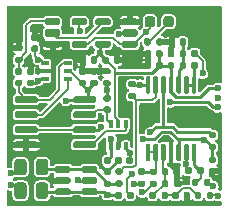
<source format=gtl>
G04 #@! TF.GenerationSoftware,KiCad,Pcbnew,(5.99.0-10483-ga6ad7a4a70)*
G04 #@! TF.CreationDate,2021-05-13T21:14:22+03:00*
G04 #@! TF.ProjectId,hellen1-vr-discrete,68656c6c-656e-4312-9d76-722d64697363,rev?*
G04 #@! TF.SameCoordinates,PX4a19ba0PY5aa5910*
G04 #@! TF.FileFunction,Copper,L1,Top*
G04 #@! TF.FilePolarity,Positive*
%FSLAX46Y46*%
G04 Gerber Fmt 4.6, Leading zero omitted, Abs format (unit mm)*
G04 Created by KiCad (PCBNEW (5.99.0-10483-ga6ad7a4a70)) date 2021-05-13 21:14:22*
%MOMM*%
%LPD*%
G01*
G04 APERTURE LIST*
G04 #@! TA.AperFunction,SMDPad,CuDef*
%ADD10R,0.650000X0.400000*%
G04 #@! TD*
G04 #@! TA.AperFunction,ComponentPad*
%ADD11C,0.600000*%
G04 #@! TD*
G04 #@! TA.AperFunction,SMDPad,CuDef*
%ADD12R,18.200000X0.250000*%
G04 #@! TD*
G04 #@! TA.AperFunction,SMDPad,CuDef*
%ADD13R,0.250000X1.250000*%
G04 #@! TD*
G04 #@! TA.AperFunction,SMDPad,CuDef*
%ADD14R,0.250000X0.350000*%
G04 #@! TD*
G04 #@! TA.AperFunction,SMDPad,CuDef*
%ADD15R,0.250000X13.650000*%
G04 #@! TD*
G04 #@! TA.AperFunction,SMDPad,CuDef*
%ADD16R,0.250000X6.500000*%
G04 #@! TD*
G04 #@! TA.AperFunction,SMDPad,CuDef*
%ADD17R,0.250000X6.450000*%
G04 #@! TD*
G04 #@! TA.AperFunction,SMDPad,CuDef*
%ADD18R,0.400000X0.650000*%
G04 #@! TD*
G04 #@! TA.AperFunction,ViaPad*
%ADD19C,0.600000*%
G04 #@! TD*
G04 #@! TA.AperFunction,Conductor*
%ADD20C,0.250000*%
G04 #@! TD*
G04 #@! TA.AperFunction,Conductor*
%ADD21C,0.200000*%
G04 #@! TD*
G04 APERTURE END LIST*
G04 #@! TO.P,R764,1*
G04 #@! TO.N,Net-(R763-Pad1)*
G04 #@! TA.AperFunction,SMDPad,CuDef*
G36*
G01*
X15720000Y1815000D02*
X15720000Y2185000D01*
G75*
G02*
X15855000Y2320000I135000J0D01*
G01*
X16125000Y2320000D01*
G75*
G02*
X16260000Y2185000I0J-135000D01*
G01*
X16260000Y1815000D01*
G75*
G02*
X16125000Y1680000I-135000J0D01*
G01*
X15855000Y1680000D01*
G75*
G02*
X15720000Y1815000I0J135000D01*
G01*
G37*
G04 #@! TD.AperFunction*
G04 #@! TO.P,R764,2*
G04 #@! TO.N,thresh_high*
G04 #@! TA.AperFunction,SMDPad,CuDef*
G36*
G01*
X16740000Y1815000D02*
X16740000Y2185000D01*
G75*
G02*
X16875000Y2320000I135000J0D01*
G01*
X17145000Y2320000D01*
G75*
G02*
X17280000Y2185000I0J-135000D01*
G01*
X17280000Y1815000D01*
G75*
G02*
X17145000Y1680000I-135000J0D01*
G01*
X16875000Y1680000D01*
G75*
G02*
X16740000Y1815000I0J135000D01*
G01*
G37*
G04 #@! TD.AperFunction*
G04 #@! TD*
G04 #@! TO.P,C760,1*
G04 #@! TO.N,+5V*
G04 #@! TA.AperFunction,SMDPad,CuDef*
G36*
G01*
X13230000Y12070000D02*
X13230000Y11730000D01*
G75*
G02*
X13090000Y11590000I-140000J0D01*
G01*
X12810000Y11590000D01*
G75*
G02*
X12670000Y11730000I0J140000D01*
G01*
X12670000Y12070000D01*
G75*
G02*
X12810000Y12210000I140000J0D01*
G01*
X13090000Y12210000D01*
G75*
G02*
X13230000Y12070000I0J-140000D01*
G01*
G37*
G04 #@! TD.AperFunction*
G04 #@! TO.P,C760,2*
G04 #@! TO.N,GND*
G04 #@! TA.AperFunction,SMDPad,CuDef*
G36*
G01*
X12270000Y12070000D02*
X12270000Y11730000D01*
G75*
G02*
X12130000Y11590000I-140000J0D01*
G01*
X11850000Y11590000D01*
G75*
G02*
X11710000Y11730000I0J140000D01*
G01*
X11710000Y12070000D01*
G75*
G02*
X11850000Y12210000I140000J0D01*
G01*
X12130000Y12210000D01*
G75*
G02*
X12270000Y12070000I0J-140000D01*
G01*
G37*
G04 #@! TD.AperFunction*
G04 #@! TD*
G04 #@! TO.P,U754,1*
G04 #@! TO.N,Net-(C756-Pad2)*
G04 #@! TA.AperFunction,SMDPad,CuDef*
G36*
G01*
X705000Y8855000D02*
X705000Y9155000D01*
G75*
G02*
X855000Y9305000I150000J0D01*
G01*
X2505000Y9305000D01*
G75*
G02*
X2655000Y9155000I0J-150000D01*
G01*
X2655000Y8855000D01*
G75*
G02*
X2505000Y8705000I-150000J0D01*
G01*
X855000Y8705000D01*
G75*
G02*
X705000Y8855000I0J150000D01*
G01*
G37*
G04 #@! TD.AperFunction*
G04 #@! TO.P,U754,2,-*
G04 #@! TO.N,Net-(U754-Pad2)*
G04 #@! TA.AperFunction,SMDPad,CuDef*
G36*
G01*
X705000Y7585000D02*
X705000Y7885000D01*
G75*
G02*
X855000Y8035000I150000J0D01*
G01*
X2505000Y8035000D01*
G75*
G02*
X2655000Y7885000I0J-150000D01*
G01*
X2655000Y7585000D01*
G75*
G02*
X2505000Y7435000I-150000J0D01*
G01*
X855000Y7435000D01*
G75*
G02*
X705000Y7585000I0J150000D01*
G01*
G37*
G04 #@! TD.AperFunction*
G04 #@! TO.P,U754,3,+*
G04 #@! TO.N,analog_out*
G04 #@! TA.AperFunction,SMDPad,CuDef*
G36*
G01*
X705000Y6315000D02*
X705000Y6615000D01*
G75*
G02*
X855000Y6765000I150000J0D01*
G01*
X2505000Y6765000D01*
G75*
G02*
X2655000Y6615000I0J-150000D01*
G01*
X2655000Y6315000D01*
G75*
G02*
X2505000Y6165000I-150000J0D01*
G01*
X855000Y6165000D01*
G75*
G02*
X705000Y6315000I0J150000D01*
G01*
G37*
G04 #@! TD.AperFunction*
G04 #@! TO.P,U754,4,V-*
G04 #@! TO.N,GND*
G04 #@! TA.AperFunction,SMDPad,CuDef*
G36*
G01*
X705000Y5045000D02*
X705000Y5345000D01*
G75*
G02*
X855000Y5495000I150000J0D01*
G01*
X2505000Y5495000D01*
G75*
G02*
X2655000Y5345000I0J-150000D01*
G01*
X2655000Y5045000D01*
G75*
G02*
X2505000Y4895000I-150000J0D01*
G01*
X855000Y4895000D01*
G75*
G02*
X705000Y5045000I0J150000D01*
G01*
G37*
G04 #@! TD.AperFunction*
G04 #@! TO.P,U754,5,+*
G04 #@! TO.N,Net-(U754-Pad5)*
G04 #@! TA.AperFunction,SMDPad,CuDef*
G36*
G01*
X5655000Y5045000D02*
X5655000Y5345000D01*
G75*
G02*
X5805000Y5495000I150000J0D01*
G01*
X7455000Y5495000D01*
G75*
G02*
X7605000Y5345000I0J-150000D01*
G01*
X7605000Y5045000D01*
G75*
G02*
X7455000Y4895000I-150000J0D01*
G01*
X5805000Y4895000D01*
G75*
G02*
X5655000Y5045000I0J150000D01*
G01*
G37*
G04 #@! TD.AperFunction*
G04 #@! TO.P,U754,6,_*
G04 #@! TO.N,analog_out*
G04 #@! TA.AperFunction,SMDPad,CuDef*
G36*
G01*
X5655000Y6315000D02*
X5655000Y6615000D01*
G75*
G02*
X5805000Y6765000I150000J0D01*
G01*
X7455000Y6765000D01*
G75*
G02*
X7605000Y6615000I0J-150000D01*
G01*
X7605000Y6315000D01*
G75*
G02*
X7455000Y6165000I-150000J0D01*
G01*
X5805000Y6165000D01*
G75*
G02*
X5655000Y6315000I0J150000D01*
G01*
G37*
G04 #@! TD.AperFunction*
G04 #@! TO.P,U754,7*
G04 #@! TO.N,Net-(C757-Pad2)*
G04 #@! TA.AperFunction,SMDPad,CuDef*
G36*
G01*
X5655000Y7585000D02*
X5655000Y7885000D01*
G75*
G02*
X5805000Y8035000I150000J0D01*
G01*
X7455000Y8035000D01*
G75*
G02*
X7605000Y7885000I0J-150000D01*
G01*
X7605000Y7585000D01*
G75*
G02*
X7455000Y7435000I-150000J0D01*
G01*
X5805000Y7435000D01*
G75*
G02*
X5655000Y7585000I0J150000D01*
G01*
G37*
G04 #@! TD.AperFunction*
G04 #@! TO.P,U754,8,V+*
G04 #@! TO.N,+5V*
G04 #@! TA.AperFunction,SMDPad,CuDef*
G36*
G01*
X5655000Y8855000D02*
X5655000Y9155000D01*
G75*
G02*
X5805000Y9305000I150000J0D01*
G01*
X7455000Y9305000D01*
G75*
G02*
X7605000Y9155000I0J-150000D01*
G01*
X7605000Y8855000D01*
G75*
G02*
X7455000Y8705000I-150000J0D01*
G01*
X5805000Y8705000D01*
G75*
G02*
X5655000Y8855000I0J150000D01*
G01*
G37*
G04 #@! TD.AperFunction*
G04 #@! TD*
G04 #@! TO.P,C755,1*
G04 #@! TO.N,thresh_low*
G04 #@! TA.AperFunction,SMDPad,CuDef*
G36*
G01*
X2570000Y13040000D02*
X2230000Y13040000D01*
G75*
G02*
X2090000Y13180000I0J140000D01*
G01*
X2090000Y13460000D01*
G75*
G02*
X2230000Y13600000I140000J0D01*
G01*
X2570000Y13600000D01*
G75*
G02*
X2710000Y13460000I0J-140000D01*
G01*
X2710000Y13180000D01*
G75*
G02*
X2570000Y13040000I-140000J0D01*
G01*
G37*
G04 #@! TD.AperFunction*
G04 #@! TO.P,C755,2*
G04 #@! TO.N,GND*
G04 #@! TA.AperFunction,SMDPad,CuDef*
G36*
G01*
X2570000Y14000000D02*
X2230000Y14000000D01*
G75*
G02*
X2090000Y14140000I0J140000D01*
G01*
X2090000Y14420000D01*
G75*
G02*
X2230000Y14560000I140000J0D01*
G01*
X2570000Y14560000D01*
G75*
G02*
X2710000Y14420000I0J-140000D01*
G01*
X2710000Y14140000D01*
G75*
G02*
X2570000Y14000000I-140000J0D01*
G01*
G37*
G04 #@! TD.AperFunction*
G04 #@! TD*
D10*
G04 #@! TO.P,U755,1*
G04 #@! TO.N,thresh_low*
X3280000Y12085000D03*
G04 #@! TO.P,U755,2,GND*
G04 #@! TO.N,GND*
X3280000Y11435000D03*
G04 #@! TO.P,U755,3*
G04 #@! TO.N,Vref*
X3280000Y10785000D03*
G04 #@! TO.P,U755,4*
G04 #@! TO.N,Net-(U754-Pad2)*
X5180000Y10785000D03*
G04 #@! TO.P,U755,5,V+*
G04 #@! TO.N,+5V*
X5180000Y11435000D03*
G04 #@! TO.P,U755,6*
G04 #@! TO.N,Net-(C756-Pad2)*
X5180000Y12085000D03*
G04 #@! TD*
G04 #@! TO.P,C766,1*
G04 #@! TO.N,+5V*
G04 #@! TA.AperFunction,SMDPad,CuDef*
G36*
G01*
X7600000Y10155000D02*
X7260000Y10155000D01*
G75*
G02*
X7120000Y10295000I0J140000D01*
G01*
X7120000Y10575000D01*
G75*
G02*
X7260000Y10715000I140000J0D01*
G01*
X7600000Y10715000D01*
G75*
G02*
X7740000Y10575000I0J-140000D01*
G01*
X7740000Y10295000D01*
G75*
G02*
X7600000Y10155000I-140000J0D01*
G01*
G37*
G04 #@! TD.AperFunction*
G04 #@! TO.P,C766,2*
G04 #@! TO.N,GND*
G04 #@! TA.AperFunction,SMDPad,CuDef*
G36*
G01*
X7600000Y11115000D02*
X7260000Y11115000D01*
G75*
G02*
X7120000Y11255000I0J140000D01*
G01*
X7120000Y11535000D01*
G75*
G02*
X7260000Y11675000I140000J0D01*
G01*
X7600000Y11675000D01*
G75*
G02*
X7740000Y11535000I0J-140000D01*
G01*
X7740000Y11255000D01*
G75*
G02*
X7600000Y11115000I-140000J0D01*
G01*
G37*
G04 #@! TD.AperFunction*
G04 #@! TD*
G04 #@! TO.P,R767,1*
G04 #@! TO.N,+5V*
G04 #@! TA.AperFunction,SMDPad,CuDef*
G36*
G01*
X13670000Y11715000D02*
X13670000Y12085000D01*
G75*
G02*
X13805000Y12220000I135000J0D01*
G01*
X14075000Y12220000D01*
G75*
G02*
X14210000Y12085000I0J-135000D01*
G01*
X14210000Y11715000D01*
G75*
G02*
X14075000Y11580000I-135000J0D01*
G01*
X13805000Y11580000D01*
G75*
G02*
X13670000Y11715000I0J135000D01*
G01*
G37*
G04 #@! TD.AperFunction*
G04 #@! TO.P,R767,2*
G04 #@! TO.N,Net-(C759-Pad1)*
G04 #@! TA.AperFunction,SMDPad,CuDef*
G36*
G01*
X14690000Y11715000D02*
X14690000Y12085000D01*
G75*
G02*
X14825000Y12220000I135000J0D01*
G01*
X15095000Y12220000D01*
G75*
G02*
X15230000Y12085000I0J-135000D01*
G01*
X15230000Y11715000D01*
G75*
G02*
X15095000Y11580000I-135000J0D01*
G01*
X14825000Y11580000D01*
G75*
G02*
X14690000Y11715000I0J135000D01*
G01*
G37*
G04 #@! TD.AperFunction*
G04 #@! TD*
G04 #@! TO.P,C757,1*
G04 #@! TO.N,Net-(C757-Pad1)*
G04 #@! TA.AperFunction,SMDPad,CuDef*
G36*
G01*
X8360000Y9400000D02*
X8700000Y9400000D01*
G75*
G02*
X8840000Y9260000I0J-140000D01*
G01*
X8840000Y8980000D01*
G75*
G02*
X8700000Y8840000I-140000J0D01*
G01*
X8360000Y8840000D01*
G75*
G02*
X8220000Y8980000I0J140000D01*
G01*
X8220000Y9260000D01*
G75*
G02*
X8360000Y9400000I140000J0D01*
G01*
G37*
G04 #@! TD.AperFunction*
G04 #@! TO.P,C757,2*
G04 #@! TO.N,Net-(C757-Pad2)*
G04 #@! TA.AperFunction,SMDPad,CuDef*
G36*
G01*
X8360000Y8440000D02*
X8700000Y8440000D01*
G75*
G02*
X8840000Y8300000I0J-140000D01*
G01*
X8840000Y8020000D01*
G75*
G02*
X8700000Y7880000I-140000J0D01*
G01*
X8360000Y7880000D01*
G75*
G02*
X8220000Y8020000I0J140000D01*
G01*
X8220000Y8300000D01*
G75*
G02*
X8360000Y8440000I140000J0D01*
G01*
G37*
G04 #@! TD.AperFunction*
G04 #@! TD*
G04 #@! TO.P,C764,1*
G04 #@! TO.N,+5V*
G04 #@! TA.AperFunction,SMDPad,CuDef*
G36*
G01*
X6600000Y10155000D02*
X6260000Y10155000D01*
G75*
G02*
X6120000Y10295000I0J140000D01*
G01*
X6120000Y10575000D01*
G75*
G02*
X6260000Y10715000I140000J0D01*
G01*
X6600000Y10715000D01*
G75*
G02*
X6740000Y10575000I0J-140000D01*
G01*
X6740000Y10295000D01*
G75*
G02*
X6600000Y10155000I-140000J0D01*
G01*
G37*
G04 #@! TD.AperFunction*
G04 #@! TO.P,C764,2*
G04 #@! TO.N,GND*
G04 #@! TA.AperFunction,SMDPad,CuDef*
G36*
G01*
X6600000Y11115000D02*
X6260000Y11115000D01*
G75*
G02*
X6120000Y11255000I0J140000D01*
G01*
X6120000Y11535000D01*
G75*
G02*
X6260000Y11675000I140000J0D01*
G01*
X6600000Y11675000D01*
G75*
G02*
X6740000Y11535000I0J-140000D01*
G01*
X6740000Y11255000D01*
G75*
G02*
X6600000Y11115000I-140000J0D01*
G01*
G37*
G04 #@! TD.AperFunction*
G04 #@! TD*
G04 #@! TO.P,C759,1*
G04 #@! TO.N,Net-(C759-Pad1)*
G04 #@! TA.AperFunction,SMDPad,CuDef*
G36*
G01*
X15230000Y14070000D02*
X15230000Y13730000D01*
G75*
G02*
X15090000Y13590000I-140000J0D01*
G01*
X14810000Y13590000D01*
G75*
G02*
X14670000Y13730000I0J140000D01*
G01*
X14670000Y14070000D01*
G75*
G02*
X14810000Y14210000I140000J0D01*
G01*
X15090000Y14210000D01*
G75*
G02*
X15230000Y14070000I0J-140000D01*
G01*
G37*
G04 #@! TD.AperFunction*
G04 #@! TO.P,C759,2*
G04 #@! TO.N,GND*
G04 #@! TA.AperFunction,SMDPad,CuDef*
G36*
G01*
X14270000Y14070000D02*
X14270000Y13730000D01*
G75*
G02*
X14130000Y13590000I-140000J0D01*
G01*
X13850000Y13590000D01*
G75*
G02*
X13710000Y13730000I0J140000D01*
G01*
X13710000Y14070000D01*
G75*
G02*
X13850000Y14210000I140000J0D01*
G01*
X14130000Y14210000D01*
G75*
G02*
X14270000Y14070000I0J-140000D01*
G01*
G37*
G04 #@! TD.AperFunction*
G04 #@! TD*
G04 #@! TO.P,R769,1*
G04 #@! TO.N,Net-(R769-Pad1)*
G04 #@! TA.AperFunction,SMDPad,CuDef*
G36*
G01*
X16135000Y11630000D02*
X15765000Y11630000D01*
G75*
G02*
X15630000Y11765000I0J135000D01*
G01*
X15630000Y12035000D01*
G75*
G02*
X15765000Y12170000I135000J0D01*
G01*
X16135000Y12170000D01*
G75*
G02*
X16270000Y12035000I0J-135000D01*
G01*
X16270000Y11765000D01*
G75*
G02*
X16135000Y11630000I-135000J0D01*
G01*
G37*
G04 #@! TD.AperFunction*
G04 #@! TO.P,R769,2*
G04 #@! TO.N,Vref*
G04 #@! TA.AperFunction,SMDPad,CuDef*
G36*
G01*
X16135000Y12650000D02*
X15765000Y12650000D01*
G75*
G02*
X15630000Y12785000I0J135000D01*
G01*
X15630000Y13055000D01*
G75*
G02*
X15765000Y13190000I135000J0D01*
G01*
X16135000Y13190000D01*
G75*
G02*
X16270000Y13055000I0J-135000D01*
G01*
X16270000Y12785000D01*
G75*
G02*
X16135000Y12650000I-135000J0D01*
G01*
G37*
G04 #@! TD.AperFunction*
G04 #@! TD*
G04 #@! TO.P,C758,1*
G04 #@! TO.N,thresh_high*
G04 #@! TA.AperFunction,SMDPad,CuDef*
G36*
G01*
X8380000Y4140000D02*
X8720000Y4140000D01*
G75*
G02*
X8860000Y4000000I0J-140000D01*
G01*
X8860000Y3720000D01*
G75*
G02*
X8720000Y3580000I-140000J0D01*
G01*
X8380000Y3580000D01*
G75*
G02*
X8240000Y3720000I0J140000D01*
G01*
X8240000Y4000000D01*
G75*
G02*
X8380000Y4140000I140000J0D01*
G01*
G37*
G04 #@! TD.AperFunction*
G04 #@! TO.P,C758,2*
G04 #@! TO.N,GND*
G04 #@! TA.AperFunction,SMDPad,CuDef*
G36*
G01*
X8380000Y3180000D02*
X8720000Y3180000D01*
G75*
G02*
X8860000Y3040000I0J-140000D01*
G01*
X8860000Y2760000D01*
G75*
G02*
X8720000Y2620000I-140000J0D01*
G01*
X8380000Y2620000D01*
G75*
G02*
X8240000Y2760000I0J140000D01*
G01*
X8240000Y3040000D01*
G75*
G02*
X8380000Y3180000I140000J0D01*
G01*
G37*
G04 #@! TD.AperFunction*
G04 #@! TD*
G04 #@! TO.P,C751,1*
G04 #@! TO.N,Net-(C751-Pad1)*
G04 #@! TA.AperFunction,SMDPad,CuDef*
G36*
G01*
X8380000Y2160000D02*
X8720000Y2160000D01*
G75*
G02*
X8860000Y2020000I0J-140000D01*
G01*
X8860000Y1740000D01*
G75*
G02*
X8720000Y1600000I-140000J0D01*
G01*
X8380000Y1600000D01*
G75*
G02*
X8240000Y1740000I0J140000D01*
G01*
X8240000Y2020000D01*
G75*
G02*
X8380000Y2160000I140000J0D01*
G01*
G37*
G04 #@! TD.AperFunction*
G04 #@! TO.P,C751,2*
G04 #@! TO.N,Net-(C751-Pad2)*
G04 #@! TA.AperFunction,SMDPad,CuDef*
G36*
G01*
X8380000Y1200000D02*
X8720000Y1200000D01*
G75*
G02*
X8860000Y1060000I0J-140000D01*
G01*
X8860000Y780000D01*
G75*
G02*
X8720000Y640000I-140000J0D01*
G01*
X8380000Y640000D01*
G75*
G02*
X8240000Y780000I0J140000D01*
G01*
X8240000Y1060000D01*
G75*
G02*
X8380000Y1200000I140000J0D01*
G01*
G37*
G04 #@! TD.AperFunction*
G04 #@! TD*
G04 #@! TO.P,R755,1*
G04 #@! TO.N,Net-(R755-Pad1)*
G04 #@! TA.AperFunction,SMDPad,CuDef*
G36*
G01*
X9355000Y3190000D02*
X9725000Y3190000D01*
G75*
G02*
X9860000Y3055000I0J-135000D01*
G01*
X9860000Y2785000D01*
G75*
G02*
X9725000Y2650000I-135000J0D01*
G01*
X9355000Y2650000D01*
G75*
G02*
X9220000Y2785000I0J135000D01*
G01*
X9220000Y3055000D01*
G75*
G02*
X9355000Y3190000I135000J0D01*
G01*
G37*
G04 #@! TD.AperFunction*
G04 #@! TO.P,R755,2*
G04 #@! TO.N,Net-(C751-Pad1)*
G04 #@! TA.AperFunction,SMDPad,CuDef*
G36*
G01*
X9355000Y2170000D02*
X9725000Y2170000D01*
G75*
G02*
X9860000Y2035000I0J-135000D01*
G01*
X9860000Y1765000D01*
G75*
G02*
X9725000Y1630000I-135000J0D01*
G01*
X9355000Y1630000D01*
G75*
G02*
X9220000Y1765000I0J135000D01*
G01*
X9220000Y2035000D01*
G75*
G02*
X9355000Y2170000I135000J0D01*
G01*
G37*
G04 #@! TD.AperFunction*
G04 #@! TD*
G04 #@! TO.P,C753,1*
G04 #@! TO.N,Net-(C753-Pad1)*
G04 #@! TA.AperFunction,SMDPad,CuDef*
G36*
G01*
X13170000Y2730000D02*
X13170000Y3070000D01*
G75*
G02*
X13310000Y3210000I140000J0D01*
G01*
X13590000Y3210000D01*
G75*
G02*
X13730000Y3070000I0J-140000D01*
G01*
X13730000Y2730000D01*
G75*
G02*
X13590000Y2590000I-140000J0D01*
G01*
X13310000Y2590000D01*
G75*
G02*
X13170000Y2730000I0J140000D01*
G01*
G37*
G04 #@! TD.AperFunction*
G04 #@! TO.P,C753,2*
G04 #@! TO.N,GND*
G04 #@! TA.AperFunction,SMDPad,CuDef*
G36*
G01*
X14130000Y2730000D02*
X14130000Y3070000D01*
G75*
G02*
X14270000Y3210000I140000J0D01*
G01*
X14550000Y3210000D01*
G75*
G02*
X14690000Y3070000I0J-140000D01*
G01*
X14690000Y2730000D01*
G75*
G02*
X14550000Y2590000I-140000J0D01*
G01*
X14270000Y2590000D01*
G75*
G02*
X14130000Y2730000I0J140000D01*
G01*
G37*
G04 #@! TD.AperFunction*
G04 #@! TD*
G04 #@! TO.P,U1,1*
G04 #@! TO.N,Net-(C756-Pad1)*
G04 #@! TA.AperFunction,SMDPad,CuDef*
G36*
G01*
X3250000Y15450000D02*
X3250000Y15750000D01*
G75*
G02*
X3400000Y15900000I150000J0D01*
G01*
X4425000Y15900000D01*
G75*
G02*
X4575000Y15750000I0J-150000D01*
G01*
X4575000Y15450000D01*
G75*
G02*
X4425000Y15300000I-150000J0D01*
G01*
X3400000Y15300000D01*
G75*
G02*
X3250000Y15450000I0J150000D01*
G01*
G37*
G04 #@! TD.AperFunction*
G04 #@! TO.P,U1,2*
G04 #@! TO.N,Net-(U1-Pad2)*
G04 #@! TA.AperFunction,SMDPad,CuDef*
G36*
G01*
X3250000Y14500000D02*
X3250000Y14800000D01*
G75*
G02*
X3400000Y14950000I150000J0D01*
G01*
X4425000Y14950000D01*
G75*
G02*
X4575000Y14800000I0J-150000D01*
G01*
X4575000Y14500000D01*
G75*
G02*
X4425000Y14350000I-150000J0D01*
G01*
X3400000Y14350000D01*
G75*
G02*
X3250000Y14500000I0J150000D01*
G01*
G37*
G04 #@! TD.AperFunction*
G04 #@! TO.P,U1,3,GND*
G04 #@! TO.N,GND*
G04 #@! TA.AperFunction,SMDPad,CuDef*
G36*
G01*
X3250000Y13550000D02*
X3250000Y13850000D01*
G75*
G02*
X3400000Y14000000I150000J0D01*
G01*
X4425000Y14000000D01*
G75*
G02*
X4575000Y13850000I0J-150000D01*
G01*
X4575000Y13550000D01*
G75*
G02*
X4425000Y13400000I-150000J0D01*
G01*
X3400000Y13400000D01*
G75*
G02*
X3250000Y13550000I0J150000D01*
G01*
G37*
G04 #@! TD.AperFunction*
G04 #@! TO.P,U1,4*
G04 #@! TO.N,output*
G04 #@! TA.AperFunction,SMDPad,CuDef*
G36*
G01*
X5525000Y13550000D02*
X5525000Y13850000D01*
G75*
G02*
X5675000Y14000000I150000J0D01*
G01*
X6700000Y14000000D01*
G75*
G02*
X6850000Y13850000I0J-150000D01*
G01*
X6850000Y13550000D01*
G75*
G02*
X6700000Y13400000I-150000J0D01*
G01*
X5675000Y13400000D01*
G75*
G02*
X5525000Y13550000I0J150000D01*
G01*
G37*
G04 #@! TD.AperFunction*
G04 #@! TO.P,U1,5,VCC*
G04 #@! TO.N,+5V*
G04 #@! TA.AperFunction,SMDPad,CuDef*
G36*
G01*
X5525000Y15450000D02*
X5525000Y15750000D01*
G75*
G02*
X5675000Y15900000I150000J0D01*
G01*
X6700000Y15900000D01*
G75*
G02*
X6850000Y15750000I0J-150000D01*
G01*
X6850000Y15450000D01*
G75*
G02*
X6700000Y15300000I-150000J0D01*
G01*
X5675000Y15300000D01*
G75*
G02*
X5525000Y15450000I0J150000D01*
G01*
G37*
G04 #@! TD.AperFunction*
G04 #@! TD*
G04 #@! TO.P,U753,1*
G04 #@! TO.N,Net-(R769-Pad1)*
G04 #@! TA.AperFunction,SMDPad,CuDef*
G36*
G01*
X15800000Y11000000D02*
X16000000Y11000000D01*
G75*
G02*
X16100000Y10900000I0J-100000D01*
G01*
X16100000Y9625000D01*
G75*
G02*
X16000000Y9525000I-100000J0D01*
G01*
X15800000Y9525000D01*
G75*
G02*
X15700000Y9625000I0J100000D01*
G01*
X15700000Y10900000D01*
G75*
G02*
X15800000Y11000000I100000J0D01*
G01*
G37*
G04 #@! TD.AperFunction*
G04 #@! TO.P,U753,2,-*
G04 #@! TA.AperFunction,SMDPad,CuDef*
G36*
G01*
X15150000Y11000000D02*
X15350000Y11000000D01*
G75*
G02*
X15450000Y10900000I0J-100000D01*
G01*
X15450000Y9625000D01*
G75*
G02*
X15350000Y9525000I-100000J0D01*
G01*
X15150000Y9525000D01*
G75*
G02*
X15050000Y9625000I0J100000D01*
G01*
X15050000Y10900000D01*
G75*
G02*
X15150000Y11000000I100000J0D01*
G01*
G37*
G04 #@! TD.AperFunction*
G04 #@! TO.P,U753,3,+*
G04 #@! TO.N,Net-(C759-Pad1)*
G04 #@! TA.AperFunction,SMDPad,CuDef*
G36*
G01*
X14500000Y11000000D02*
X14700000Y11000000D01*
G75*
G02*
X14800000Y10900000I0J-100000D01*
G01*
X14800000Y9625000D01*
G75*
G02*
X14700000Y9525000I-100000J0D01*
G01*
X14500000Y9525000D01*
G75*
G02*
X14400000Y9625000I0J100000D01*
G01*
X14400000Y10900000D01*
G75*
G02*
X14500000Y11000000I100000J0D01*
G01*
G37*
G04 #@! TD.AperFunction*
G04 #@! TO.P,U753,4,V+*
G04 #@! TO.N,+5V*
G04 #@! TA.AperFunction,SMDPad,CuDef*
G36*
G01*
X13850000Y11000000D02*
X14050000Y11000000D01*
G75*
G02*
X14150000Y10900000I0J-100000D01*
G01*
X14150000Y9625000D01*
G75*
G02*
X14050000Y9525000I-100000J0D01*
G01*
X13850000Y9525000D01*
G75*
G02*
X13750000Y9625000I0J100000D01*
G01*
X13750000Y10900000D01*
G75*
G02*
X13850000Y11000000I100000J0D01*
G01*
G37*
G04 #@! TD.AperFunction*
G04 #@! TO.P,U753,5,+*
G04 #@! TO.N,Net-(R756-Pad2)*
G04 #@! TA.AperFunction,SMDPad,CuDef*
G36*
G01*
X13200000Y11000000D02*
X13400000Y11000000D01*
G75*
G02*
X13500000Y10900000I0J-100000D01*
G01*
X13500000Y9625000D01*
G75*
G02*
X13400000Y9525000I-100000J0D01*
G01*
X13200000Y9525000D01*
G75*
G02*
X13100000Y9625000I0J100000D01*
G01*
X13100000Y10900000D01*
G75*
G02*
X13200000Y11000000I100000J0D01*
G01*
G37*
G04 #@! TD.AperFunction*
G04 #@! TO.P,U753,6,-*
G04 #@! TO.N,Net-(R755-Pad1)*
G04 #@! TA.AperFunction,SMDPad,CuDef*
G36*
G01*
X12550000Y11000000D02*
X12750000Y11000000D01*
G75*
G02*
X12850000Y10900000I0J-100000D01*
G01*
X12850000Y9625000D01*
G75*
G02*
X12750000Y9525000I-100000J0D01*
G01*
X12550000Y9525000D01*
G75*
G02*
X12450000Y9625000I0J100000D01*
G01*
X12450000Y10900000D01*
G75*
G02*
X12550000Y11000000I100000J0D01*
G01*
G37*
G04 #@! TD.AperFunction*
G04 #@! TO.P,U753,7*
G04 #@! TO.N,analog_out*
G04 #@! TA.AperFunction,SMDPad,CuDef*
G36*
G01*
X11900000Y11000000D02*
X12100000Y11000000D01*
G75*
G02*
X12200000Y10900000I0J-100000D01*
G01*
X12200000Y9625000D01*
G75*
G02*
X12100000Y9525000I-100000J0D01*
G01*
X11900000Y9525000D01*
G75*
G02*
X11800000Y9625000I0J100000D01*
G01*
X11800000Y10900000D01*
G75*
G02*
X11900000Y11000000I100000J0D01*
G01*
G37*
G04 #@! TD.AperFunction*
G04 #@! TO.P,U753,8*
G04 #@! TO.N,Net-(R761-Pad1)*
G04 #@! TA.AperFunction,SMDPad,CuDef*
G36*
G01*
X11900000Y5275000D02*
X12100000Y5275000D01*
G75*
G02*
X12200000Y5175000I0J-100000D01*
G01*
X12200000Y3900000D01*
G75*
G02*
X12100000Y3800000I-100000J0D01*
G01*
X11900000Y3800000D01*
G75*
G02*
X11800000Y3900000I0J100000D01*
G01*
X11800000Y5175000D01*
G75*
G02*
X11900000Y5275000I100000J0D01*
G01*
G37*
G04 #@! TD.AperFunction*
G04 #@! TO.P,U753,9,-*
G04 #@! TA.AperFunction,SMDPad,CuDef*
G36*
G01*
X12550000Y5275000D02*
X12750000Y5275000D01*
G75*
G02*
X12850000Y5175000I0J-100000D01*
G01*
X12850000Y3900000D01*
G75*
G02*
X12750000Y3800000I-100000J0D01*
G01*
X12550000Y3800000D01*
G75*
G02*
X12450000Y3900000I0J100000D01*
G01*
X12450000Y5175000D01*
G75*
G02*
X12550000Y5275000I100000J0D01*
G01*
G37*
G04 #@! TD.AperFunction*
G04 #@! TO.P,U753,10,+*
G04 #@! TO.N,Net-(C753-Pad1)*
G04 #@! TA.AperFunction,SMDPad,CuDef*
G36*
G01*
X13200000Y5275000D02*
X13400000Y5275000D01*
G75*
G02*
X13500000Y5175000I0J-100000D01*
G01*
X13500000Y3900000D01*
G75*
G02*
X13400000Y3800000I-100000J0D01*
G01*
X13200000Y3800000D01*
G75*
G02*
X13100000Y3900000I0J100000D01*
G01*
X13100000Y5175000D01*
G75*
G02*
X13200000Y5275000I100000J0D01*
G01*
G37*
G04 #@! TD.AperFunction*
G04 #@! TO.P,U753,11,V-*
G04 #@! TO.N,GND*
G04 #@! TA.AperFunction,SMDPad,CuDef*
G36*
G01*
X13850000Y5275000D02*
X14050000Y5275000D01*
G75*
G02*
X14150000Y5175000I0J-100000D01*
G01*
X14150000Y3900000D01*
G75*
G02*
X14050000Y3800000I-100000J0D01*
G01*
X13850000Y3800000D01*
G75*
G02*
X13750000Y3900000I0J100000D01*
G01*
X13750000Y5175000D01*
G75*
G02*
X13850000Y5275000I100000J0D01*
G01*
G37*
G04 #@! TD.AperFunction*
G04 #@! TO.P,U753,12,+*
G04 #@! TO.N,Vref*
G04 #@! TA.AperFunction,SMDPad,CuDef*
G36*
G01*
X14500000Y5275000D02*
X14700000Y5275000D01*
G75*
G02*
X14800000Y5175000I0J-100000D01*
G01*
X14800000Y3900000D01*
G75*
G02*
X14700000Y3800000I-100000J0D01*
G01*
X14500000Y3800000D01*
G75*
G02*
X14400000Y3900000I0J100000D01*
G01*
X14400000Y5175000D01*
G75*
G02*
X14500000Y5275000I100000J0D01*
G01*
G37*
G04 #@! TD.AperFunction*
G04 #@! TO.P,U753,13,-*
G04 #@! TO.N,Net-(R762-Pad1)*
G04 #@! TA.AperFunction,SMDPad,CuDef*
G36*
G01*
X15150000Y5275000D02*
X15350000Y5275000D01*
G75*
G02*
X15450000Y5175000I0J-100000D01*
G01*
X15450000Y3900000D01*
G75*
G02*
X15350000Y3800000I-100000J0D01*
G01*
X15150000Y3800000D01*
G75*
G02*
X15050000Y3900000I0J100000D01*
G01*
X15050000Y5175000D01*
G75*
G02*
X15150000Y5275000I100000J0D01*
G01*
G37*
G04 #@! TD.AperFunction*
G04 #@! TO.P,U753,14*
G04 #@! TO.N,Net-(R763-Pad1)*
G04 #@! TA.AperFunction,SMDPad,CuDef*
G36*
G01*
X15800000Y5275000D02*
X16000000Y5275000D01*
G75*
G02*
X16100000Y5175000I0J-100000D01*
G01*
X16100000Y3900000D01*
G75*
G02*
X16000000Y3800000I-100000J0D01*
G01*
X15800000Y3800000D01*
G75*
G02*
X15700000Y3900000I0J100000D01*
G01*
X15700000Y5175000D01*
G75*
G02*
X15800000Y5275000I100000J0D01*
G01*
G37*
G04 #@! TD.AperFunction*
G04 #@! TD*
G04 #@! TO.P,D751,1,K*
G04 #@! TO.N,Net-(D751-Pad1)*
G04 #@! TA.AperFunction,SMDPad,CuDef*
G36*
G01*
X14175000Y15856250D02*
X14175000Y15343750D01*
G75*
G02*
X13956250Y15125000I-218750J0D01*
G01*
X13518750Y15125000D01*
G75*
G02*
X13300000Y15343750I0J218750D01*
G01*
X13300000Y15856250D01*
G75*
G02*
X13518750Y16075000I218750J0D01*
G01*
X13956250Y16075000D01*
G75*
G02*
X14175000Y15856250I0J-218750D01*
G01*
G37*
G04 #@! TD.AperFunction*
G04 #@! TO.P,D751,2,A*
G04 #@! TO.N,output*
G04 #@! TA.AperFunction,SMDPad,CuDef*
G36*
G01*
X12600000Y15856250D02*
X12600000Y15343750D01*
G75*
G02*
X12381250Y15125000I-218750J0D01*
G01*
X11943750Y15125000D01*
G75*
G02*
X11725000Y15343750I0J218750D01*
G01*
X11725000Y15856250D01*
G75*
G02*
X11943750Y16075000I218750J0D01*
G01*
X12381250Y16075000D01*
G75*
G02*
X12600000Y15856250I0J-218750D01*
G01*
G37*
G04 #@! TD.AperFunction*
G04 #@! TD*
G04 #@! TO.P,R752,1*
G04 #@! TO.N,VR-*
G04 #@! TA.AperFunction,SMDPad,CuDef*
G36*
G01*
X687500Y2850000D02*
X687500Y3750000D01*
G75*
G02*
X937500Y4000000I250000J0D01*
G01*
X1462500Y4000000D01*
G75*
G02*
X1712500Y3750000I0J-250000D01*
G01*
X1712500Y2850000D01*
G75*
G02*
X1462500Y2600000I-250000J0D01*
G01*
X937500Y2600000D01*
G75*
G02*
X687500Y2850000I0J250000D01*
G01*
G37*
G04 #@! TD.AperFunction*
G04 #@! TO.P,R752,2*
G04 #@! TO.N,Net-(C751-Pad1)*
G04 #@! TA.AperFunction,SMDPad,CuDef*
G36*
G01*
X2512500Y2850000D02*
X2512500Y3750000D01*
G75*
G02*
X2762500Y4000000I250000J0D01*
G01*
X3287500Y4000000D01*
G75*
G02*
X3537500Y3750000I0J-250000D01*
G01*
X3537500Y2850000D01*
G75*
G02*
X3287500Y2600000I-250000J0D01*
G01*
X2762500Y2600000D01*
G75*
G02*
X2512500Y2850000I0J250000D01*
G01*
G37*
G04 #@! TD.AperFunction*
G04 #@! TD*
G04 #@! TO.P,R762,1*
G04 #@! TO.N,Net-(R762-Pad1)*
G04 #@! TA.AperFunction,SMDPad,CuDef*
G36*
G01*
X11635000Y1620000D02*
X11265000Y1620000D01*
G75*
G02*
X11130000Y1755000I0J135000D01*
G01*
X11130000Y2025000D01*
G75*
G02*
X11265000Y2160000I135000J0D01*
G01*
X11635000Y2160000D01*
G75*
G02*
X11770000Y2025000I0J-135000D01*
G01*
X11770000Y1755000D01*
G75*
G02*
X11635000Y1620000I-135000J0D01*
G01*
G37*
G04 #@! TD.AperFunction*
G04 #@! TO.P,R762,2*
G04 #@! TO.N,Net-(R761-Pad1)*
G04 #@! TA.AperFunction,SMDPad,CuDef*
G36*
G01*
X11635000Y2640000D02*
X11265000Y2640000D01*
G75*
G02*
X11130000Y2775000I0J135000D01*
G01*
X11130000Y3045000D01*
G75*
G02*
X11265000Y3180000I135000J0D01*
G01*
X11635000Y3180000D01*
G75*
G02*
X11770000Y3045000I0J-135000D01*
G01*
X11770000Y2775000D01*
G75*
G02*
X11635000Y2640000I-135000J0D01*
G01*
G37*
G04 #@! TD.AperFunction*
G04 #@! TD*
G04 #@! TO.P,R751,1*
G04 #@! TO.N,GND*
G04 #@! TA.AperFunction,SMDPad,CuDef*
G36*
G01*
X13240000Y14085000D02*
X13240000Y13715000D01*
G75*
G02*
X13105000Y13580000I-135000J0D01*
G01*
X12835000Y13580000D01*
G75*
G02*
X12700000Y13715000I0J135000D01*
G01*
X12700000Y14085000D01*
G75*
G02*
X12835000Y14220000I135000J0D01*
G01*
X13105000Y14220000D01*
G75*
G02*
X13240000Y14085000I0J-135000D01*
G01*
G37*
G04 #@! TD.AperFunction*
G04 #@! TO.P,R751,2*
G04 #@! TO.N,Net-(D751-Pad1)*
G04 #@! TA.AperFunction,SMDPad,CuDef*
G36*
G01*
X12220000Y14085000D02*
X12220000Y13715000D01*
G75*
G02*
X12085000Y13580000I-135000J0D01*
G01*
X11815000Y13580000D01*
G75*
G02*
X11680000Y13715000I0J135000D01*
G01*
X11680000Y14085000D01*
G75*
G02*
X11815000Y14220000I135000J0D01*
G01*
X12085000Y14220000D01*
G75*
G02*
X12220000Y14085000I0J-135000D01*
G01*
G37*
G04 #@! TD.AperFunction*
G04 #@! TD*
G04 #@! TO.P,R759,1*
G04 #@! TO.N,analog_out*
G04 #@! TA.AperFunction,SMDPad,CuDef*
G36*
G01*
X10465000Y10590000D02*
X10835000Y10590000D01*
G75*
G02*
X10970000Y10455000I0J-135000D01*
G01*
X10970000Y10185000D01*
G75*
G02*
X10835000Y10050000I-135000J0D01*
G01*
X10465000Y10050000D01*
G75*
G02*
X10330000Y10185000I0J135000D01*
G01*
X10330000Y10455000D01*
G75*
G02*
X10465000Y10590000I135000J0D01*
G01*
G37*
G04 #@! TD.AperFunction*
G04 #@! TO.P,R759,2*
G04 #@! TO.N,Net-(R755-Pad1)*
G04 #@! TA.AperFunction,SMDPad,CuDef*
G36*
G01*
X10465000Y9570000D02*
X10835000Y9570000D01*
G75*
G02*
X10970000Y9435000I0J-135000D01*
G01*
X10970000Y9165000D01*
G75*
G02*
X10835000Y9030000I-135000J0D01*
G01*
X10465000Y9030000D01*
G75*
G02*
X10330000Y9165000I0J135000D01*
G01*
X10330000Y9435000D01*
G75*
G02*
X10465000Y9570000I135000J0D01*
G01*
G37*
G04 #@! TD.AperFunction*
G04 #@! TD*
G04 #@! TO.P,R758,1*
G04 #@! TO.N,Net-(R756-Pad2)*
G04 #@! TA.AperFunction,SMDPad,CuDef*
G36*
G01*
X17265000Y6290000D02*
X17635000Y6290000D01*
G75*
G02*
X17770000Y6155000I0J-135000D01*
G01*
X17770000Y5885000D01*
G75*
G02*
X17635000Y5750000I-135000J0D01*
G01*
X17265000Y5750000D01*
G75*
G02*
X17130000Y5885000I0J135000D01*
G01*
X17130000Y6155000D01*
G75*
G02*
X17265000Y6290000I135000J0D01*
G01*
G37*
G04 #@! TD.AperFunction*
G04 #@! TO.P,R758,2*
G04 #@! TO.N,Vref*
G04 #@! TA.AperFunction,SMDPad,CuDef*
G36*
G01*
X17265000Y5270000D02*
X17635000Y5270000D01*
G75*
G02*
X17770000Y5135000I0J-135000D01*
G01*
X17770000Y4865000D01*
G75*
G02*
X17635000Y4730000I-135000J0D01*
G01*
X17265000Y4730000D01*
G75*
G02*
X17130000Y4865000I0J135000D01*
G01*
X17130000Y5135000D01*
G75*
G02*
X17265000Y5270000I135000J0D01*
G01*
G37*
G04 #@! TD.AperFunction*
G04 #@! TD*
G04 #@! TO.P,R754,1*
G04 #@! TO.N,thresh_input*
G04 #@! TA.AperFunction,SMDPad,CuDef*
G36*
G01*
X17515000Y1085000D02*
X17515000Y715000D01*
G75*
G02*
X17380000Y580000I-135000J0D01*
G01*
X17110000Y580000D01*
G75*
G02*
X16975000Y715000I0J135000D01*
G01*
X16975000Y1085000D01*
G75*
G02*
X17110000Y1220000I135000J0D01*
G01*
X17380000Y1220000D01*
G75*
G02*
X17515000Y1085000I0J-135000D01*
G01*
G37*
G04 #@! TD.AperFunction*
G04 #@! TO.P,R754,2*
G04 #@! TO.N,Net-(C752-Pad1)*
G04 #@! TA.AperFunction,SMDPad,CuDef*
G36*
G01*
X16495000Y1085000D02*
X16495000Y715000D01*
G75*
G02*
X16360000Y580000I-135000J0D01*
G01*
X16090000Y580000D01*
G75*
G02*
X15955000Y715000I0J135000D01*
G01*
X15955000Y1085000D01*
G75*
G02*
X16090000Y1220000I135000J0D01*
G01*
X16360000Y1220000D01*
G75*
G02*
X16495000Y1085000I0J-135000D01*
G01*
G37*
G04 #@! TD.AperFunction*
G04 #@! TD*
G04 #@! TO.P,R766,1*
G04 #@! TO.N,GND*
G04 #@! TA.AperFunction,SMDPad,CuDef*
G36*
G01*
X8330000Y11680000D02*
X8700000Y11680000D01*
G75*
G02*
X8835000Y11545000I0J-135000D01*
G01*
X8835000Y11275000D01*
G75*
G02*
X8700000Y11140000I-135000J0D01*
G01*
X8330000Y11140000D01*
G75*
G02*
X8195000Y11275000I0J135000D01*
G01*
X8195000Y11545000D01*
G75*
G02*
X8330000Y11680000I135000J0D01*
G01*
G37*
G04 #@! TD.AperFunction*
G04 #@! TO.P,R766,2*
G04 #@! TO.N,Net-(C757-Pad1)*
G04 #@! TA.AperFunction,SMDPad,CuDef*
G36*
G01*
X8330000Y10660000D02*
X8700000Y10660000D01*
G75*
G02*
X8835000Y10525000I0J-135000D01*
G01*
X8835000Y10255000D01*
G75*
G02*
X8700000Y10120000I-135000J0D01*
G01*
X8330000Y10120000D01*
G75*
G02*
X8195000Y10255000I0J135000D01*
G01*
X8195000Y10525000D01*
G75*
G02*
X8330000Y10660000I135000J0D01*
G01*
G37*
G04 #@! TD.AperFunction*
G04 #@! TD*
G04 #@! TO.P,C763,1*
G04 #@! TO.N,+5V*
G04 #@! TA.AperFunction,SMDPad,CuDef*
G36*
G01*
X7710000Y12545000D02*
X7710000Y12205000D01*
G75*
G02*
X7570000Y12065000I-140000J0D01*
G01*
X7290000Y12065000D01*
G75*
G02*
X7150000Y12205000I0J140000D01*
G01*
X7150000Y12545000D01*
G75*
G02*
X7290000Y12685000I140000J0D01*
G01*
X7570000Y12685000D01*
G75*
G02*
X7710000Y12545000I0J-140000D01*
G01*
G37*
G04 #@! TD.AperFunction*
G04 #@! TO.P,C763,2*
G04 #@! TO.N,GND*
G04 #@! TA.AperFunction,SMDPad,CuDef*
G36*
G01*
X6750000Y12545000D02*
X6750000Y12205000D01*
G75*
G02*
X6610000Y12065000I-140000J0D01*
G01*
X6330000Y12065000D01*
G75*
G02*
X6190000Y12205000I0J140000D01*
G01*
X6190000Y12545000D01*
G75*
G02*
X6330000Y12685000I140000J0D01*
G01*
X6610000Y12685000D01*
G75*
G02*
X6750000Y12545000I0J-140000D01*
G01*
G37*
G04 #@! TD.AperFunction*
G04 #@! TD*
G04 #@! TO.P,R753,1*
G04 #@! TO.N,Net-(C751-Pad2)*
G04 #@! TA.AperFunction,SMDPad,CuDef*
G36*
G01*
X3537500Y1750000D02*
X3537500Y850000D01*
G75*
G02*
X3287500Y600000I-250000J0D01*
G01*
X2762500Y600000D01*
G75*
G02*
X2512500Y850000I0J250000D01*
G01*
X2512500Y1750000D01*
G75*
G02*
X2762500Y2000000I250000J0D01*
G01*
X3287500Y2000000D01*
G75*
G02*
X3537500Y1750000I0J-250000D01*
G01*
G37*
G04 #@! TD.AperFunction*
G04 #@! TO.P,R753,2*
G04 #@! TO.N,VR+*
G04 #@! TA.AperFunction,SMDPad,CuDef*
G36*
G01*
X1712500Y1750000D02*
X1712500Y850000D01*
G75*
G02*
X1462500Y600000I-250000J0D01*
G01*
X937500Y600000D01*
G75*
G02*
X687500Y850000I0J250000D01*
G01*
X687500Y1750000D01*
G75*
G02*
X937500Y2000000I250000J0D01*
G01*
X1462500Y2000000D01*
G75*
G02*
X1712500Y1750000I0J-250000D01*
G01*
G37*
G04 #@! TD.AperFunction*
G04 #@! TD*
G04 #@! TO.P,R765,1*
G04 #@! TO.N,GND*
G04 #@! TA.AperFunction,SMDPad,CuDef*
G36*
G01*
X865000Y13680000D02*
X1235000Y13680000D01*
G75*
G02*
X1370000Y13545000I0J-135000D01*
G01*
X1370000Y13275000D01*
G75*
G02*
X1235000Y13140000I-135000J0D01*
G01*
X865000Y13140000D01*
G75*
G02*
X730000Y13275000I0J135000D01*
G01*
X730000Y13545000D01*
G75*
G02*
X865000Y13680000I135000J0D01*
G01*
G37*
G04 #@! TD.AperFunction*
G04 #@! TO.P,R765,2*
G04 #@! TO.N,Net-(C756-Pad1)*
G04 #@! TA.AperFunction,SMDPad,CuDef*
G36*
G01*
X865000Y12660000D02*
X1235000Y12660000D01*
G75*
G02*
X1370000Y12525000I0J-135000D01*
G01*
X1370000Y12255000D01*
G75*
G02*
X1235000Y12120000I-135000J0D01*
G01*
X865000Y12120000D01*
G75*
G02*
X730000Y12255000I0J135000D01*
G01*
X730000Y12525000D01*
G75*
G02*
X865000Y12660000I135000J0D01*
G01*
G37*
G04 #@! TD.AperFunction*
G04 #@! TD*
D11*
G04 #@! TO.P,M1,E1,Thresh_IN*
G04 #@! TO.N,thresh_input*
X17900000Y875000D03*
G04 #@! TO.P,M1,E2,OUT_A*
G04 #@! TO.N,analog_out*
X17900000Y8375000D03*
G04 #@! TO.P,M1,E3,OUT*
G04 #@! TO.N,output*
X17900000Y9175000D03*
G04 #@! TO.P,M1,E4,V5_IN*
G04 #@! TO.N,+5V*
X17900000Y9975000D03*
D12*
G04 #@! TO.P,M1,G,GND*
G04 #@! TO.N,GND*
X9125000Y150000D03*
D13*
X150000Y650000D03*
D14*
X18100000Y200000D03*
D15*
X150000Y10100000D03*
D16*
X18100000Y4625000D03*
D12*
X9125000Y16800000D03*
D17*
X18100000Y13700000D03*
D11*
G04 #@! TO.P,M1,W1,VR-*
G04 #@! TO.N,VR-*
X375000Y2775000D03*
G04 #@! TO.P,M1,W2,VR+*
G04 #@! TO.N,VR+*
X375000Y1775000D03*
G04 #@! TD*
G04 #@! TO.P,R763,1*
G04 #@! TO.N,Net-(R763-Pad1)*
G04 #@! TA.AperFunction,SMDPad,CuDef*
G36*
G01*
X16720000Y3185000D02*
X16720000Y2815000D01*
G75*
G02*
X16585000Y2680000I-135000J0D01*
G01*
X16315000Y2680000D01*
G75*
G02*
X16180000Y2815000I0J135000D01*
G01*
X16180000Y3185000D01*
G75*
G02*
X16315000Y3320000I135000J0D01*
G01*
X16585000Y3320000D01*
G75*
G02*
X16720000Y3185000I0J-135000D01*
G01*
G37*
G04 #@! TD.AperFunction*
G04 #@! TO.P,R763,2*
G04 #@! TO.N,Net-(R762-Pad1)*
G04 #@! TA.AperFunction,SMDPad,CuDef*
G36*
G01*
X15700000Y3185000D02*
X15700000Y2815000D01*
G75*
G02*
X15565000Y2680000I-135000J0D01*
G01*
X15295000Y2680000D01*
G75*
G02*
X15160000Y2815000I0J135000D01*
G01*
X15160000Y3185000D01*
G75*
G02*
X15295000Y3320000I135000J0D01*
G01*
X15565000Y3320000D01*
G75*
G02*
X15700000Y3185000I0J-135000D01*
G01*
G37*
G04 #@! TD.AperFunction*
G04 #@! TD*
G04 #@! TO.P,C767,1*
G04 #@! TO.N,Vref*
G04 #@! TA.AperFunction,SMDPad,CuDef*
G36*
G01*
X10730000Y4030000D02*
X10730000Y3690000D01*
G75*
G02*
X10590000Y3550000I-140000J0D01*
G01*
X10310000Y3550000D01*
G75*
G02*
X10170000Y3690000I0J140000D01*
G01*
X10170000Y4030000D01*
G75*
G02*
X10310000Y4170000I140000J0D01*
G01*
X10590000Y4170000D01*
G75*
G02*
X10730000Y4030000I0J-140000D01*
G01*
G37*
G04 #@! TD.AperFunction*
G04 #@! TO.P,C767,2*
G04 #@! TO.N,GND*
G04 #@! TA.AperFunction,SMDPad,CuDef*
G36*
G01*
X9770000Y4030000D02*
X9770000Y3690000D01*
G75*
G02*
X9630000Y3550000I-140000J0D01*
G01*
X9350000Y3550000D01*
G75*
G02*
X9210000Y3690000I0J140000D01*
G01*
X9210000Y4030000D01*
G75*
G02*
X9350000Y4170000I140000J0D01*
G01*
X9630000Y4170000D01*
G75*
G02*
X9770000Y4030000I0J-140000D01*
G01*
G37*
G04 #@! TD.AperFunction*
G04 #@! TD*
G04 #@! TO.P,R756,1*
G04 #@! TO.N,Net-(C751-Pad2)*
G04 #@! TA.AperFunction,SMDPad,CuDef*
G36*
G01*
X9220000Y715000D02*
X9220000Y1085000D01*
G75*
G02*
X9355000Y1220000I135000J0D01*
G01*
X9625000Y1220000D01*
G75*
G02*
X9760000Y1085000I0J-135000D01*
G01*
X9760000Y715000D01*
G75*
G02*
X9625000Y580000I-135000J0D01*
G01*
X9355000Y580000D01*
G75*
G02*
X9220000Y715000I0J135000D01*
G01*
G37*
G04 #@! TD.AperFunction*
G04 #@! TO.P,R756,2*
G04 #@! TO.N,Net-(R756-Pad2)*
G04 #@! TA.AperFunction,SMDPad,CuDef*
G36*
G01*
X10240000Y715000D02*
X10240000Y1085000D01*
G75*
G02*
X10375000Y1220000I135000J0D01*
G01*
X10645000Y1220000D01*
G75*
G02*
X10780000Y1085000I0J-135000D01*
G01*
X10780000Y715000D01*
G75*
G02*
X10645000Y580000I-135000J0D01*
G01*
X10375000Y580000D01*
G75*
G02*
X10240000Y715000I0J135000D01*
G01*
G37*
G04 #@! TD.AperFunction*
G04 #@! TD*
G04 #@! TO.P,C1,1*
G04 #@! TO.N,+5V*
G04 #@! TA.AperFunction,SMDPad,CuDef*
G36*
G01*
X8127500Y12180000D02*
X8127500Y12520000D01*
G75*
G02*
X8267500Y12660000I140000J0D01*
G01*
X8547500Y12660000D01*
G75*
G02*
X8687500Y12520000I0J-140000D01*
G01*
X8687500Y12180000D01*
G75*
G02*
X8547500Y12040000I-140000J0D01*
G01*
X8267500Y12040000D01*
G75*
G02*
X8127500Y12180000I0J140000D01*
G01*
G37*
G04 #@! TD.AperFunction*
G04 #@! TO.P,C1,2*
G04 #@! TO.N,GND*
G04 #@! TA.AperFunction,SMDPad,CuDef*
G36*
G01*
X9087500Y12180000D02*
X9087500Y12520000D01*
G75*
G02*
X9227500Y12660000I140000J0D01*
G01*
X9507500Y12660000D01*
G75*
G02*
X9647500Y12520000I0J-140000D01*
G01*
X9647500Y12180000D01*
G75*
G02*
X9507500Y12040000I-140000J0D01*
G01*
X9227500Y12040000D01*
G75*
G02*
X9087500Y12180000I0J140000D01*
G01*
G37*
G04 #@! TD.AperFunction*
G04 #@! TD*
D18*
G04 #@! TO.P,U756,1*
G04 #@! TO.N,thresh_high*
X8830000Y5060000D03*
G04 #@! TO.P,U756,2,GND*
G04 #@! TO.N,GND*
X9480000Y5060000D03*
G04 #@! TO.P,U756,3*
G04 #@! TO.N,Vref*
X10130000Y5060000D03*
G04 #@! TO.P,U756,4*
G04 #@! TO.N,Net-(U754-Pad5)*
X10130000Y6960000D03*
G04 #@! TO.P,U756,5,V+*
G04 #@! TO.N,+5V*
X9480000Y6960000D03*
G04 #@! TO.P,U756,6*
G04 #@! TO.N,Net-(C757-Pad2)*
X8830000Y6960000D03*
G04 #@! TD*
G04 #@! TO.P,R760,1*
G04 #@! TO.N,Net-(C753-Pad1)*
G04 #@! TA.AperFunction,SMDPad,CuDef*
G36*
G01*
X13180000Y1715000D02*
X13180000Y2085000D01*
G75*
G02*
X13315000Y2220000I135000J0D01*
G01*
X13585000Y2220000D01*
G75*
G02*
X13720000Y2085000I0J-135000D01*
G01*
X13720000Y1715000D01*
G75*
G02*
X13585000Y1580000I-135000J0D01*
G01*
X13315000Y1580000D01*
G75*
G02*
X13180000Y1715000I0J135000D01*
G01*
G37*
G04 #@! TD.AperFunction*
G04 #@! TO.P,R760,2*
G04 #@! TO.N,GND*
G04 #@! TA.AperFunction,SMDPad,CuDef*
G36*
G01*
X14200000Y1715000D02*
X14200000Y2085000D01*
G75*
G02*
X14335000Y2220000I135000J0D01*
G01*
X14605000Y2220000D01*
G75*
G02*
X14740000Y2085000I0J-135000D01*
G01*
X14740000Y1715000D01*
G75*
G02*
X14605000Y1580000I-135000J0D01*
G01*
X14335000Y1580000D01*
G75*
G02*
X14200000Y1715000I0J135000D01*
G01*
G37*
G04 #@! TD.AperFunction*
G04 #@! TD*
G04 #@! TO.P,R761,1*
G04 #@! TO.N,Net-(R761-Pad1)*
G04 #@! TA.AperFunction,SMDPad,CuDef*
G36*
G01*
X12265000Y3170000D02*
X12635000Y3170000D01*
G75*
G02*
X12770000Y3035000I0J-135000D01*
G01*
X12770000Y2765000D01*
G75*
G02*
X12635000Y2630000I-135000J0D01*
G01*
X12265000Y2630000D01*
G75*
G02*
X12130000Y2765000I0J135000D01*
G01*
X12130000Y3035000D01*
G75*
G02*
X12265000Y3170000I135000J0D01*
G01*
G37*
G04 #@! TD.AperFunction*
G04 #@! TO.P,R761,2*
G04 #@! TO.N,thresh_low*
G04 #@! TA.AperFunction,SMDPad,CuDef*
G36*
G01*
X12265000Y2150000D02*
X12635000Y2150000D01*
G75*
G02*
X12770000Y2015000I0J-135000D01*
G01*
X12770000Y1745000D01*
G75*
G02*
X12635000Y1610000I-135000J0D01*
G01*
X12265000Y1610000D01*
G75*
G02*
X12130000Y1745000I0J135000D01*
G01*
X12130000Y2015000D01*
G75*
G02*
X12265000Y2150000I135000J0D01*
G01*
G37*
G04 #@! TD.AperFunction*
G04 #@! TD*
G04 #@! TO.P,C752,1*
G04 #@! TO.N,Net-(C752-Pad1)*
G04 #@! TA.AperFunction,SMDPad,CuDef*
G36*
G01*
X14045000Y730000D02*
X14045000Y1070000D01*
G75*
G02*
X14185000Y1210000I140000J0D01*
G01*
X14465000Y1210000D01*
G75*
G02*
X14605000Y1070000I0J-140000D01*
G01*
X14605000Y730000D01*
G75*
G02*
X14465000Y590000I-140000J0D01*
G01*
X14185000Y590000D01*
G75*
G02*
X14045000Y730000I0J140000D01*
G01*
G37*
G04 #@! TD.AperFunction*
G04 #@! TO.P,C752,2*
G04 #@! TO.N,GND*
G04 #@! TA.AperFunction,SMDPad,CuDef*
G36*
G01*
X15005000Y730000D02*
X15005000Y1070000D01*
G75*
G02*
X15145000Y1210000I140000J0D01*
G01*
X15425000Y1210000D01*
G75*
G02*
X15565000Y1070000I0J-140000D01*
G01*
X15565000Y730000D01*
G75*
G02*
X15425000Y590000I-140000J0D01*
G01*
X15145000Y590000D01*
G75*
G02*
X15005000Y730000I0J140000D01*
G01*
G37*
G04 #@! TD.AperFunction*
G04 #@! TD*
G04 #@! TO.P,U751,1,IO1*
G04 #@! TO.N,Net-(C751-Pad1)*
G04 #@! TA.AperFunction,SMDPad,CuDef*
G36*
G01*
X4112500Y2950000D02*
X4112500Y3250000D01*
G75*
G02*
X4262500Y3400000I150000J0D01*
G01*
X5287500Y3400000D01*
G75*
G02*
X5437500Y3250000I0J-150000D01*
G01*
X5437500Y2950000D01*
G75*
G02*
X5287500Y2800000I-150000J0D01*
G01*
X4262500Y2800000D01*
G75*
G02*
X4112500Y2950000I0J150000D01*
G01*
G37*
G04 #@! TD.AperFunction*
G04 #@! TO.P,U751,2,VN*
G04 #@! TO.N,GND*
G04 #@! TA.AperFunction,SMDPad,CuDef*
G36*
G01*
X4112500Y2000000D02*
X4112500Y2300000D01*
G75*
G02*
X4262500Y2450000I150000J0D01*
G01*
X5287500Y2450000D01*
G75*
G02*
X5437500Y2300000I0J-150000D01*
G01*
X5437500Y2000000D01*
G75*
G02*
X5287500Y1850000I-150000J0D01*
G01*
X4262500Y1850000D01*
G75*
G02*
X4112500Y2000000I0J150000D01*
G01*
G37*
G04 #@! TD.AperFunction*
G04 #@! TO.P,U751,3,IO2*
G04 #@! TO.N,Net-(C751-Pad2)*
G04 #@! TA.AperFunction,SMDPad,CuDef*
G36*
G01*
X4112500Y1050000D02*
X4112500Y1350000D01*
G75*
G02*
X4262500Y1500000I150000J0D01*
G01*
X5287500Y1500000D01*
G75*
G02*
X5437500Y1350000I0J-150000D01*
G01*
X5437500Y1050000D01*
G75*
G02*
X5287500Y900000I-150000J0D01*
G01*
X4262500Y900000D01*
G75*
G02*
X4112500Y1050000I0J150000D01*
G01*
G37*
G04 #@! TD.AperFunction*
G04 #@! TO.P,U751,4,IO3*
G04 #@! TA.AperFunction,SMDPad,CuDef*
G36*
G01*
X6387500Y1050000D02*
X6387500Y1350000D01*
G75*
G02*
X6537500Y1500000I150000J0D01*
G01*
X7562500Y1500000D01*
G75*
G02*
X7712500Y1350000I0J-150000D01*
G01*
X7712500Y1050000D01*
G75*
G02*
X7562500Y900000I-150000J0D01*
G01*
X6537500Y900000D01*
G75*
G02*
X6387500Y1050000I0J150000D01*
G01*
G37*
G04 #@! TD.AperFunction*
G04 #@! TO.P,U751,5,VP*
G04 #@! TO.N,+5V*
G04 #@! TA.AperFunction,SMDPad,CuDef*
G36*
G01*
X6387500Y2000000D02*
X6387500Y2300000D01*
G75*
G02*
X6537500Y2450000I150000J0D01*
G01*
X7562500Y2450000D01*
G75*
G02*
X7712500Y2300000I0J-150000D01*
G01*
X7712500Y2000000D01*
G75*
G02*
X7562500Y1850000I-150000J0D01*
G01*
X6537500Y1850000D01*
G75*
G02*
X6387500Y2000000I0J150000D01*
G01*
G37*
G04 #@! TD.AperFunction*
G04 #@! TO.P,U751,6,IO4*
G04 #@! TO.N,Net-(C751-Pad1)*
G04 #@! TA.AperFunction,SMDPad,CuDef*
G36*
G01*
X6387500Y2950000D02*
X6387500Y3250000D01*
G75*
G02*
X6537500Y3400000I150000J0D01*
G01*
X7562500Y3400000D01*
G75*
G02*
X7712500Y3250000I0J-150000D01*
G01*
X7712500Y2950000D01*
G75*
G02*
X7562500Y2800000I-150000J0D01*
G01*
X6537500Y2800000D01*
G75*
G02*
X6387500Y2950000I0J150000D01*
G01*
G37*
G04 #@! TD.AperFunction*
G04 #@! TD*
G04 #@! TO.P,C765,1*
G04 #@! TO.N,Vref*
G04 #@! TA.AperFunction,SMDPad,CuDef*
G36*
G01*
X2220000Y10155000D02*
X1880000Y10155000D01*
G75*
G02*
X1740000Y10295000I0J140000D01*
G01*
X1740000Y10575000D01*
G75*
G02*
X1880000Y10715000I140000J0D01*
G01*
X2220000Y10715000D01*
G75*
G02*
X2360000Y10575000I0J-140000D01*
G01*
X2360000Y10295000D01*
G75*
G02*
X2220000Y10155000I-140000J0D01*
G01*
G37*
G04 #@! TD.AperFunction*
G04 #@! TO.P,C765,2*
G04 #@! TO.N,GND*
G04 #@! TA.AperFunction,SMDPad,CuDef*
G36*
G01*
X2220000Y11115000D02*
X1880000Y11115000D01*
G75*
G02*
X1740000Y11255000I0J140000D01*
G01*
X1740000Y11535000D01*
G75*
G02*
X1880000Y11675000I140000J0D01*
G01*
X2220000Y11675000D01*
G75*
G02*
X2360000Y11535000I0J-140000D01*
G01*
X2360000Y11255000D01*
G75*
G02*
X2220000Y11115000I-140000J0D01*
G01*
G37*
G04 #@! TD.AperFunction*
G04 #@! TD*
G04 #@! TO.P,C754,1*
G04 #@! TO.N,GND*
G04 #@! TA.AperFunction,SMDPad,CuDef*
G36*
G01*
X17620000Y2660000D02*
X17280000Y2660000D01*
G75*
G02*
X17140000Y2800000I0J140000D01*
G01*
X17140000Y3080000D01*
G75*
G02*
X17280000Y3220000I140000J0D01*
G01*
X17620000Y3220000D01*
G75*
G02*
X17760000Y3080000I0J-140000D01*
G01*
X17760000Y2800000D01*
G75*
G02*
X17620000Y2660000I-140000J0D01*
G01*
G37*
G04 #@! TD.AperFunction*
G04 #@! TO.P,C754,2*
G04 #@! TO.N,Vref*
G04 #@! TA.AperFunction,SMDPad,CuDef*
G36*
G01*
X17620000Y3620000D02*
X17280000Y3620000D01*
G75*
G02*
X17140000Y3760000I0J140000D01*
G01*
X17140000Y4040000D01*
G75*
G02*
X17280000Y4180000I140000J0D01*
G01*
X17620000Y4180000D01*
G75*
G02*
X17760000Y4040000I0J-140000D01*
G01*
X17760000Y3760000D01*
G75*
G02*
X17620000Y3620000I-140000J0D01*
G01*
G37*
G04 #@! TD.AperFunction*
G04 #@! TD*
G04 #@! TO.P,U2,1*
G04 #@! TO.N,output*
G04 #@! TA.AperFunction,SMDPad,CuDef*
G36*
G01*
X11110000Y13850000D02*
X11110000Y13550000D01*
G75*
G02*
X10960000Y13400000I-150000J0D01*
G01*
X9935000Y13400000D01*
G75*
G02*
X9785000Y13550000I0J150000D01*
G01*
X9785000Y13850000D01*
G75*
G02*
X9935000Y14000000I150000J0D01*
G01*
X10960000Y14000000D01*
G75*
G02*
X11110000Y13850000I0J-150000D01*
G01*
G37*
G04 #@! TD.AperFunction*
G04 #@! TO.P,U2,2*
G04 #@! TO.N,Net-(C757-Pad1)*
G04 #@! TA.AperFunction,SMDPad,CuDef*
G36*
G01*
X11110000Y14800000D02*
X11110000Y14500000D01*
G75*
G02*
X10960000Y14350000I-150000J0D01*
G01*
X9935000Y14350000D01*
G75*
G02*
X9785000Y14500000I0J150000D01*
G01*
X9785000Y14800000D01*
G75*
G02*
X9935000Y14950000I150000J0D01*
G01*
X10960000Y14950000D01*
G75*
G02*
X11110000Y14800000I0J-150000D01*
G01*
G37*
G04 #@! TD.AperFunction*
G04 #@! TO.P,U2,3,GND*
G04 #@! TO.N,GND*
G04 #@! TA.AperFunction,SMDPad,CuDef*
G36*
G01*
X11110000Y15750000D02*
X11110000Y15450000D01*
G75*
G02*
X10960000Y15300000I-150000J0D01*
G01*
X9935000Y15300000D01*
G75*
G02*
X9785000Y15450000I0J150000D01*
G01*
X9785000Y15750000D01*
G75*
G02*
X9935000Y15900000I150000J0D01*
G01*
X10960000Y15900000D01*
G75*
G02*
X11110000Y15750000I0J-150000D01*
G01*
G37*
G04 #@! TD.AperFunction*
G04 #@! TO.P,U2,4*
G04 #@! TO.N,Net-(U1-Pad2)*
G04 #@! TA.AperFunction,SMDPad,CuDef*
G36*
G01*
X8835000Y15750000D02*
X8835000Y15450000D01*
G75*
G02*
X8685000Y15300000I-150000J0D01*
G01*
X7660000Y15300000D01*
G75*
G02*
X7510000Y15450000I0J150000D01*
G01*
X7510000Y15750000D01*
G75*
G02*
X7660000Y15900000I150000J0D01*
G01*
X8685000Y15900000D01*
G75*
G02*
X8835000Y15750000I0J-150000D01*
G01*
G37*
G04 #@! TD.AperFunction*
G04 #@! TO.P,U2,5,VCC*
G04 #@! TO.N,+5V*
G04 #@! TA.AperFunction,SMDPad,CuDef*
G36*
G01*
X8835000Y13850000D02*
X8835000Y13550000D01*
G75*
G02*
X8685000Y13400000I-150000J0D01*
G01*
X7660000Y13400000D01*
G75*
G02*
X7510000Y13550000I0J150000D01*
G01*
X7510000Y13850000D01*
G75*
G02*
X7660000Y14000000I150000J0D01*
G01*
X8685000Y14000000D01*
G75*
G02*
X8835000Y13850000I0J-150000D01*
G01*
G37*
G04 #@! TD.AperFunction*
G04 #@! TD*
G04 #@! TO.P,R768,1*
G04 #@! TO.N,Net-(C759-Pad1)*
G04 #@! TA.AperFunction,SMDPad,CuDef*
G36*
G01*
X15220000Y13085000D02*
X15220000Y12715000D01*
G75*
G02*
X15085000Y12580000I-135000J0D01*
G01*
X14815000Y12580000D01*
G75*
G02*
X14680000Y12715000I0J135000D01*
G01*
X14680000Y13085000D01*
G75*
G02*
X14815000Y13220000I135000J0D01*
G01*
X15085000Y13220000D01*
G75*
G02*
X15220000Y13085000I0J-135000D01*
G01*
G37*
G04 #@! TD.AperFunction*
G04 #@! TO.P,R768,2*
G04 #@! TO.N,GND*
G04 #@! TA.AperFunction,SMDPad,CuDef*
G36*
G01*
X14200000Y13085000D02*
X14200000Y12715000D01*
G75*
G02*
X14065000Y12580000I-135000J0D01*
G01*
X13795000Y12580000D01*
G75*
G02*
X13660000Y12715000I0J135000D01*
G01*
X13660000Y13085000D01*
G75*
G02*
X13795000Y13220000I135000J0D01*
G01*
X14065000Y13220000D01*
G75*
G02*
X14200000Y13085000I0J-135000D01*
G01*
G37*
G04 #@! TD.AperFunction*
G04 #@! TD*
G04 #@! TO.P,C762,1*
G04 #@! TO.N,+5V*
G04 #@! TA.AperFunction,SMDPad,CuDef*
G36*
G01*
X13230000Y13070000D02*
X13230000Y12730000D01*
G75*
G02*
X13090000Y12590000I-140000J0D01*
G01*
X12810000Y12590000D01*
G75*
G02*
X12670000Y12730000I0J140000D01*
G01*
X12670000Y13070000D01*
G75*
G02*
X12810000Y13210000I140000J0D01*
G01*
X13090000Y13210000D01*
G75*
G02*
X13230000Y13070000I0J-140000D01*
G01*
G37*
G04 #@! TD.AperFunction*
G04 #@! TO.P,C762,2*
G04 #@! TO.N,GND*
G04 #@! TA.AperFunction,SMDPad,CuDef*
G36*
G01*
X12270000Y13070000D02*
X12270000Y12730000D01*
G75*
G02*
X12130000Y12590000I-140000J0D01*
G01*
X11850000Y12590000D01*
G75*
G02*
X11710000Y12730000I0J140000D01*
G01*
X11710000Y13070000D01*
G75*
G02*
X11850000Y13210000I140000J0D01*
G01*
X12130000Y13210000D01*
G75*
G02*
X12270000Y13070000I0J-140000D01*
G01*
G37*
G04 #@! TD.AperFunction*
G04 #@! TD*
G04 #@! TO.P,R757,1*
G04 #@! TO.N,Net-(C753-Pad1)*
G04 #@! TA.AperFunction,SMDPad,CuDef*
G36*
G01*
X12120000Y715000D02*
X12120000Y1085000D01*
G75*
G02*
X12255000Y1220000I135000J0D01*
G01*
X12525000Y1220000D01*
G75*
G02*
X12660000Y1085000I0J-135000D01*
G01*
X12660000Y715000D01*
G75*
G02*
X12525000Y580000I-135000J0D01*
G01*
X12255000Y580000D01*
G75*
G02*
X12120000Y715000I0J135000D01*
G01*
G37*
G04 #@! TD.AperFunction*
G04 #@! TO.P,R757,2*
G04 #@! TO.N,Net-(C752-Pad1)*
G04 #@! TA.AperFunction,SMDPad,CuDef*
G36*
G01*
X13140000Y715000D02*
X13140000Y1085000D01*
G75*
G02*
X13275000Y1220000I135000J0D01*
G01*
X13545000Y1220000D01*
G75*
G02*
X13680000Y1085000I0J-135000D01*
G01*
X13680000Y715000D01*
G75*
G02*
X13545000Y580000I-135000J0D01*
G01*
X13275000Y580000D01*
G75*
G02*
X13140000Y715000I0J135000D01*
G01*
G37*
G04 #@! TD.AperFunction*
G04 #@! TD*
G04 #@! TO.P,C756,1*
G04 #@! TO.N,Net-(C756-Pad1)*
G04 #@! TA.AperFunction,SMDPad,CuDef*
G36*
G01*
X880000Y11675000D02*
X1220000Y11675000D01*
G75*
G02*
X1360000Y11535000I0J-140000D01*
G01*
X1360000Y11255000D01*
G75*
G02*
X1220000Y11115000I-140000J0D01*
G01*
X880000Y11115000D01*
G75*
G02*
X740000Y11255000I0J140000D01*
G01*
X740000Y11535000D01*
G75*
G02*
X880000Y11675000I140000J0D01*
G01*
G37*
G04 #@! TD.AperFunction*
G04 #@! TO.P,C756,2*
G04 #@! TO.N,Net-(C756-Pad2)*
G04 #@! TA.AperFunction,SMDPad,CuDef*
G36*
G01*
X880000Y10715000D02*
X1220000Y10715000D01*
G75*
G02*
X1360000Y10575000I0J-140000D01*
G01*
X1360000Y10295000D01*
G75*
G02*
X1220000Y10155000I-140000J0D01*
G01*
X880000Y10155000D01*
G75*
G02*
X740000Y10295000I0J140000D01*
G01*
X740000Y10575000D01*
G75*
G02*
X880000Y10715000I140000J0D01*
G01*
G37*
G04 #@! TD.AperFunction*
G04 #@! TD*
D19*
G04 #@! TO.N,GND*
X3500000Y5200000D03*
X11300000Y12900000D03*
X17400000Y14700000D03*
X7200000Y16200000D03*
X2400000Y15100000D03*
X700000Y15200000D03*
X11200000Y11900000D03*
X9800000Y9400000D03*
X10400000Y16400000D03*
X2100000Y4300000D03*
X3100000Y7100000D03*
X5800000Y12800000D03*
X17400000Y7600000D03*
X17000000Y6900000D03*
X11700000Y8300000D03*
X15900000Y13800000D03*
X11492303Y367887D03*
X3749209Y2300000D03*
X10407275Y5843130D03*
X17800000Y2400000D03*
X4500000Y5700000D03*
X800000Y16200000D03*
X2100000Y400000D03*
X7100000Y3900000D03*
X10200000Y7900000D03*
X4900000Y13700000D03*
X15200000Y2100000D03*
X13457300Y13897742D03*
X7957731Y11390581D03*
X12942938Y16358569D03*
X15400000Y8100000D03*
X5400000Y4100000D03*
X400000Y7100000D03*
X12600000Y7900000D03*
X11700000Y7500000D03*
X13683089Y5683089D03*
X4400000Y8100000D03*
X9800000Y10200000D03*
X13900000Y8000000D03*
X2644067Y11424041D03*
X3000000Y14000000D03*
X5100000Y16200000D03*
X1000000Y14200000D03*
X15100000Y7000000D03*
X2100000Y2300000D03*
X2300000Y16300000D03*
X9400000Y15600000D03*
X4400000Y12500000D03*
X3935400Y10200000D03*
X15200000Y16200000D03*
X10200000Y12400000D03*
X17500000Y16200000D03*
G04 #@! TO.N,+5V*
X7900000Y13000000D03*
X5045780Y8900000D03*
X6900000Y9800000D03*
X6200000Y14829220D03*
X6100000Y2200000D03*
G04 #@! TO.N,Vref*
X16725273Y5613621D03*
X16610400Y11233822D03*
X11576808Y5641676D03*
X10430020Y4500000D03*
X2700000Y10600000D03*
G04 #@! TO.N,thresh_low*
X11494618Y1155400D03*
X2700000Y12400000D03*
G04 #@! TO.N,Net-(C757-Pad1)*
X9549233Y14549233D03*
X8530000Y9830000D03*
G04 #@! TO.N,thresh_high*
X8888651Y5635400D03*
X17510399Y1672765D03*
G04 #@! TO.N,output*
X11850000Y14750000D03*
G04 #@! TO.N,analog_out*
X11337500Y10262500D03*
X13900000Y8800000D03*
X8000000Y6700000D03*
G04 #@! TO.N,Net-(R756-Pad2)*
X10644679Y2720780D03*
X12200000Y6231276D03*
G04 #@! TO.N,Net-(R762-Pad1)*
X10800000Y1900000D03*
X15250000Y3550000D03*
G04 #@! TD*
D20*
G04 #@! TO.N,GND*
X15250000Y150000D02*
X9125000Y150000D01*
X8550000Y2900000D02*
X8550000Y2920000D01*
D21*
X3000000Y14000000D02*
X2680000Y14000000D01*
D20*
X15285000Y900000D02*
X15285000Y185000D01*
D21*
X3935400Y10200000D02*
X3935400Y11304600D01*
D20*
X7550000Y3900000D02*
X7100000Y3900000D01*
X9866830Y5843130D02*
X9480000Y5456300D01*
X13683089Y5683089D02*
X13950000Y5416178D01*
X9480000Y5456300D02*
X9480000Y5060000D01*
D21*
X3805000Y11435000D02*
X3280000Y11435000D01*
D20*
X6045000Y12800000D02*
X6470000Y12375000D01*
X8550000Y2920000D02*
X9490000Y3860000D01*
X13950000Y3360000D02*
X14410000Y2900000D01*
D21*
X3912500Y13700000D02*
X3300000Y13700000D01*
X3935400Y11304600D02*
X3805000Y11435000D01*
D20*
X17450000Y2940000D02*
X17940000Y2940000D01*
X5800000Y12800000D02*
X6045000Y12800000D01*
X17940000Y2940000D02*
X18100000Y3100000D01*
D21*
X2680000Y14000000D02*
X2400000Y14280000D01*
D20*
X18100000Y3100000D02*
X18100000Y4625000D01*
X8550000Y2900000D02*
X7550000Y3900000D01*
X13950000Y4537500D02*
X13950000Y3360000D01*
X10407275Y5843130D02*
X9866830Y5843130D01*
X15285000Y185000D02*
X15250000Y150000D01*
D21*
X3300000Y13700000D02*
X3000000Y14000000D01*
D20*
X150000Y13410000D02*
X150000Y10100000D01*
X1050000Y13410000D02*
X150000Y13410000D01*
X13950000Y5416178D02*
X13950000Y4537500D01*
G04 #@! TO.N,Net-(C751-Pad1)*
X8550000Y1950000D02*
X8550000Y1880000D01*
X9520000Y1880000D02*
X9540000Y1900000D01*
X3225000Y3100000D02*
X3025000Y3300000D01*
X4775000Y3100000D02*
X3225000Y3100000D01*
X7400000Y3100000D02*
X8550000Y1950000D01*
X4775000Y3100000D02*
X7050000Y3100000D01*
X8550000Y1880000D02*
X9520000Y1880000D01*
X7050000Y3100000D02*
X7400000Y3100000D01*
G04 #@! TO.N,Net-(C751-Pad2)*
X8550000Y920000D02*
X9520000Y920000D01*
X3125000Y1200000D02*
X3025000Y1300000D01*
X4775000Y1200000D02*
X3125000Y1200000D01*
X9520000Y920000D02*
X9540000Y900000D01*
X8270000Y1200000D02*
X8550000Y920000D01*
X4775000Y1200000D02*
X7050000Y1200000D01*
X7050000Y1200000D02*
X8270000Y1200000D01*
D21*
G04 #@! TO.N,Net-(C752-Pad1)*
X16174290Y900000D02*
X15574290Y1500000D01*
X14395710Y900000D02*
X14325000Y900000D01*
X16225000Y900000D02*
X16174290Y900000D01*
X14995710Y1500000D02*
X14395710Y900000D01*
X15574290Y1500000D02*
X14995710Y1500000D01*
X14325000Y900000D02*
X13345000Y900000D01*
G04 #@! TO.N,Net-(C753-Pad1)*
X13450000Y1900000D02*
X13450000Y2900000D01*
X13300000Y4537500D02*
X13300000Y3050000D01*
X12325000Y900000D02*
X12450000Y900000D01*
X12450000Y900000D02*
X13450000Y1900000D01*
X13300000Y3050000D02*
X13450000Y2900000D01*
D20*
G04 #@! TO.N,+5V*
X6900000Y9800000D02*
X6900000Y9905000D01*
X6900000Y9800000D02*
X6900000Y9275000D01*
X6900000Y9275000D02*
X6630000Y9005000D01*
X16400000Y9200000D02*
X17200000Y10000000D01*
X6900000Y9905000D02*
X7430000Y10435000D01*
X7900000Y13000000D02*
X7900000Y13427500D01*
D21*
X5180000Y11435000D02*
X5430000Y11435000D01*
D20*
X6430000Y10270000D02*
X6900000Y9800000D01*
X5150780Y9005000D02*
X6630000Y9005000D01*
X7430000Y12375000D02*
X7430000Y12530000D01*
X7430000Y12530000D02*
X7900000Y13000000D01*
X6150000Y2150000D02*
X6100000Y2200000D01*
X6430000Y10435000D02*
X6430000Y10270000D01*
X7900000Y13000000D02*
X7900000Y12857500D01*
D21*
X6187500Y15600000D02*
X6187500Y14841720D01*
X9480000Y7269611D02*
X9480000Y6960000D01*
D20*
X12350000Y11300000D02*
X9200000Y11300000D01*
X17200000Y10000000D02*
X17925000Y10000000D01*
D21*
X8467220Y12350000D02*
X9200000Y11617220D01*
X9200000Y11617220D02*
X9200000Y7549611D01*
D20*
X13943909Y11896091D02*
X13940000Y11900000D01*
X13950000Y9616924D02*
X14366924Y9200000D01*
D21*
X9200000Y11617220D02*
X9200000Y11000000D01*
X5430000Y11435000D02*
X6430000Y10435000D01*
D20*
X14366924Y9200000D02*
X16400000Y9200000D01*
X12950000Y11900000D02*
X12950000Y12900000D01*
X7900000Y12857500D02*
X8407500Y12350000D01*
D21*
X9200000Y7549611D02*
X9480000Y7269611D01*
X6187500Y14841720D02*
X6200000Y14829220D01*
D20*
X13940000Y11900000D02*
X12950000Y11900000D01*
X13943909Y10268591D02*
X13943909Y11896091D01*
X12950000Y11900000D02*
X12350000Y11300000D01*
X13950000Y10262500D02*
X13943909Y10268591D01*
X5045780Y8900000D02*
X5150780Y9005000D01*
D21*
X8407500Y12350000D02*
X8467220Y12350000D01*
D20*
X13950000Y10262500D02*
X13950000Y9616924D01*
X7050000Y2150000D02*
X6150000Y2150000D01*
X7900000Y13427500D02*
X8172500Y13700000D01*
G04 #@! TO.N,Vref*
X10450000Y4480020D02*
X10430020Y4500000D01*
X14600000Y5600000D02*
X14558324Y5641676D01*
X13900000Y6300000D02*
X14558324Y5641676D01*
X14558324Y5641676D02*
X16808324Y5641676D01*
X17450000Y3900000D02*
X17450000Y5000000D01*
X10130000Y4800020D02*
X10430020Y4500000D01*
X14600000Y4537500D02*
X14600000Y5600000D01*
X10130000Y5060000D02*
X10130000Y4800020D01*
X2050000Y10435000D02*
X2535000Y10435000D01*
X12483025Y5641676D02*
X13141349Y6300000D01*
X16808324Y5641676D02*
X17450000Y5000000D01*
D21*
X16610400Y11233822D02*
X16610400Y12259600D01*
D20*
X3280000Y10785000D02*
X2885000Y10785000D01*
D21*
X16610400Y12259600D02*
X15950000Y12920000D01*
D20*
X11576808Y5641676D02*
X12483025Y5641676D01*
X10450000Y3860000D02*
X10450000Y4480020D01*
X2535000Y10435000D02*
X2700000Y10600000D01*
X13141349Y6300000D02*
X13900000Y6300000D01*
X2885000Y10785000D02*
X2700000Y10600000D01*
D21*
G04 #@! TO.N,thresh_low*
X12450000Y1880000D02*
X11725400Y1155400D01*
X2965000Y12400000D02*
X3280000Y12085000D01*
X11725400Y1155400D02*
X11494618Y1155400D01*
X2700000Y12400000D02*
X2965000Y12400000D01*
X2400000Y12700000D02*
X2700000Y12400000D01*
X2400000Y13320000D02*
X2400000Y12700000D01*
G04 #@! TO.N,Net-(C756-Pad1)*
X1700000Y13040000D02*
X1700000Y15300000D01*
X1050000Y11395000D02*
X1050000Y12390000D01*
X3847889Y15664611D02*
X3912500Y15600000D01*
X1050000Y12390000D02*
X1700000Y13040000D01*
X1700000Y15300000D02*
X2064611Y15664611D01*
X2064611Y15664611D02*
X3847889Y15664611D01*
G04 #@! TO.N,Net-(C756-Pad2)*
X4500000Y11764375D02*
X4820625Y12085000D01*
X4500000Y9800000D02*
X4500000Y11764375D01*
X3705000Y9005000D02*
X4500000Y9800000D01*
X1050000Y9635000D02*
X1680000Y9005000D01*
X1680000Y9005000D02*
X3705000Y9005000D01*
X4820625Y12085000D02*
X5180000Y12085000D01*
X1680000Y9005000D02*
X2505000Y9005000D01*
X1050000Y10435000D02*
X1050000Y9635000D01*
D20*
G04 #@! TO.N,Net-(C757-Pad1)*
X8530000Y9830000D02*
X8530000Y10375000D01*
X10447500Y14650000D02*
X9650000Y14650000D01*
X8530000Y10375000D02*
X8515000Y10390000D01*
X8530000Y9120000D02*
X8530000Y9830000D01*
X9650000Y14650000D02*
X9549233Y14549233D01*
D21*
G04 #@! TO.N,Net-(C757-Pad2)*
X8530000Y8160000D02*
X8530000Y7260000D01*
X6630000Y7735000D02*
X7235000Y7735000D01*
X7235000Y7735000D02*
X7660000Y8160000D01*
X7660000Y8160000D02*
X8530000Y8160000D01*
X8530000Y7260000D02*
X8830000Y6960000D01*
G04 #@! TO.N,thresh_high*
X17510399Y1672765D02*
X17283164Y1900000D01*
D20*
X8830000Y5060000D02*
X8830000Y5576749D01*
X8830000Y5576749D02*
X8888651Y5635400D01*
X8830000Y4140000D02*
X8550000Y3860000D01*
D21*
X17283164Y1900000D02*
X16960000Y1900000D01*
D20*
X8830000Y5060000D02*
X8830000Y4140000D01*
G04 #@! TO.N,Net-(C759-Pad1)*
X14960000Y13890000D02*
X14950000Y13900000D01*
X14600000Y11540000D02*
X14960000Y11900000D01*
X14960000Y11900000D02*
X14960000Y13890000D01*
X14600000Y10262500D02*
X14600000Y11540000D01*
D21*
G04 #@! TO.N,Net-(D751-Pad1)*
X11950000Y13900000D02*
X12037500Y13900000D01*
X12037500Y13900000D02*
X13737500Y15600000D01*
G04 #@! TO.N,output*
X7481186Y14264620D02*
X9035380Y14264620D01*
X11850000Y14750000D02*
X12162500Y15062500D01*
X10800000Y13700000D02*
X11850000Y14750000D01*
X9600000Y13700000D02*
X10447500Y13700000D01*
D20*
X12162500Y15600000D02*
X12162500Y15662500D01*
D21*
X12162500Y15062500D02*
X12162500Y15600000D01*
X9035380Y14264620D02*
X9600000Y13700000D01*
X6187500Y13700000D02*
X6916566Y13700000D01*
X6916566Y13700000D02*
X7481186Y14264620D01*
X10447500Y13700000D02*
X10800000Y13700000D01*
D20*
G04 #@! TO.N,analog_out*
X17500000Y8400000D02*
X17114620Y8785380D01*
X7765000Y6465000D02*
X8000000Y6700000D01*
D21*
X1680000Y6465000D02*
X6630000Y6465000D01*
D20*
X11337500Y10262500D02*
X10707500Y10262500D01*
X10707500Y10262500D02*
X10650000Y10320000D01*
X12000000Y10262500D02*
X11337500Y10262500D01*
X17925000Y8400000D02*
X17500000Y8400000D01*
X13914620Y8785380D02*
X13900000Y8800000D01*
X17114620Y8785380D02*
X13914620Y8785380D01*
X6630000Y6465000D02*
X7765000Y6465000D01*
D21*
G04 #@! TO.N,thresh_input*
X17245000Y900000D02*
X17925000Y900000D01*
D20*
G04 #@! TO.N,VR-*
X375000Y2775000D02*
X675000Y2775000D01*
X675000Y2775000D02*
X1200000Y3300000D01*
G04 #@! TO.N,VR+*
X375000Y1775000D02*
X725000Y1775000D01*
X725000Y1775000D02*
X1200000Y1300000D01*
D21*
G04 #@! TO.N,Net-(R755-Pad1)*
X10764670Y3285380D02*
X10994620Y3515330D01*
X12355380Y8955380D02*
X12650000Y9250000D01*
X9620000Y2920000D02*
X9985380Y3285380D01*
X10994620Y3515330D02*
X10994620Y8955380D01*
X10994620Y8955380D02*
X10650000Y9300000D01*
X9540000Y2920000D02*
X9620000Y2920000D01*
X12650000Y9250000D02*
X12650000Y10262500D01*
X9985380Y3285380D02*
X10764670Y3285380D01*
X10994620Y8955380D02*
X12355380Y8955380D01*
D20*
G04 #@! TO.N,Net-(R756-Pad2)*
X12683344Y6714620D02*
X13300000Y6714620D01*
D21*
X10235389Y2311490D02*
X10644679Y2720780D01*
X10235389Y1174611D02*
X10235389Y2311490D01*
D20*
X13300000Y7727375D02*
X13300000Y10262500D01*
X17159611Y6310389D02*
X14475973Y6310389D01*
X13300000Y6714620D02*
X13300000Y7727375D01*
D21*
X10510000Y900000D02*
X10235389Y1174611D01*
D20*
X17450000Y6020000D02*
X17159611Y6310389D01*
X14475973Y6310389D02*
X14071742Y6714620D01*
X14071742Y6714620D02*
X13300000Y6714620D01*
X12200000Y6231276D02*
X12683344Y6714620D01*
D21*
G04 #@! TO.N,Net-(R761-Pad1)*
X12650000Y3100000D02*
X12450000Y2900000D01*
D20*
X11450000Y2910000D02*
X12440000Y2910000D01*
D21*
X12650000Y4537500D02*
X12650000Y3100000D01*
D20*
X12440000Y2910000D02*
X12450000Y2900000D01*
D21*
X12000000Y4537500D02*
X12650000Y4537500D01*
D20*
G04 #@! TO.N,Net-(R762-Pad1)*
X15250000Y3550000D02*
X15250000Y3080000D01*
X11450000Y1890000D02*
X10810000Y1890000D01*
X15250000Y3550000D02*
X15250000Y4537500D01*
X15250000Y3080000D02*
X15430000Y2900000D01*
X10810000Y1890000D02*
X10800000Y1900000D01*
D21*
G04 #@! TO.N,Net-(R763-Pad1)*
X16450000Y2900000D02*
X16450000Y2410000D01*
X16450000Y2410000D02*
X15940000Y1900000D01*
D20*
X15900000Y4537500D02*
X15900000Y3450000D01*
X15900000Y3450000D02*
X16450000Y2900000D01*
G04 #@! TO.N,Net-(R769-Pad1)*
X15250000Y10262500D02*
X15900000Y10262500D01*
X15900000Y10262500D02*
X15900000Y11850000D01*
X15900000Y11850000D02*
X15950000Y11900000D01*
D21*
G04 #@! TO.N,Net-(U1-Pad2)*
X6837120Y14264620D02*
X8172500Y15600000D01*
X3912500Y14650000D02*
X4297880Y14264620D01*
X4297880Y14264620D02*
X6837120Y14264620D01*
G04 #@! TO.N,Net-(U754-Pad2)*
X5180000Y9880000D02*
X5180000Y10785000D01*
X3035000Y7735000D02*
X5180000Y9880000D01*
X1680000Y7735000D02*
X3035000Y7735000D01*
G04 #@! TO.N,Net-(U754-Pad5)*
X10130000Y6435000D02*
X10130000Y6960000D01*
X7295000Y5195000D02*
X8470389Y6370389D01*
X8470389Y6370389D02*
X10065389Y6370389D01*
X6630000Y5195000D02*
X7295000Y5195000D01*
X10065389Y6370389D02*
X10130000Y6435000D01*
G04 #@! TD*
G04 #@! TA.AperFunction,Conductor*
G04 #@! TO.N,GND*
G36*
X18184191Y16906093D02*
G01*
X18220155Y16856593D01*
X18225000Y16826000D01*
X18225000Y10496396D01*
X18206093Y10438205D01*
X18156593Y10402241D01*
X18095407Y10402241D01*
X18086554Y10406197D01*
X18086520Y10406111D01*
X18079641Y10408834D01*
X18073239Y10412553D01*
X17936923Y10444149D01*
X17797342Y10434266D01*
X17774639Y10425483D01*
X17673740Y10386449D01*
X17673737Y10386448D01*
X17666837Y10383778D01*
X17587928Y10321571D01*
X17575602Y10311854D01*
X17514312Y10290600D01*
X17251382Y10290600D01*
X17247727Y10290868D01*
X17243182Y10292429D01*
X17196330Y10290670D01*
X17192616Y10290600D01*
X17173153Y10290600D01*
X17168728Y10289776D01*
X17163531Y10289439D01*
X17151637Y10288992D01*
X17135014Y10288368D01*
X17125123Y10284118D01*
X17104171Y10277752D01*
X17093585Y10275781D01*
X17085801Y10270983D01*
X17071865Y10262393D01*
X17058998Y10255709D01*
X17053684Y10253426D01*
X17035560Y10245639D01*
X17030571Y10241541D01*
X17026766Y10237736D01*
X17009984Y10224471D01*
X17009220Y10223778D01*
X17001439Y10218982D01*
X16995907Y10211707D01*
X16995906Y10211706D01*
X16984640Y10196890D01*
X16975840Y10186810D01*
X16434604Y9645575D01*
X16380087Y9617798D01*
X16319655Y9627369D01*
X16276390Y9670634D01*
X16265600Y9715579D01*
X16265600Y10724474D01*
X16284507Y10782665D01*
X16334007Y10818629D01*
X16395193Y10818629D01*
X16401760Y10816235D01*
X16500541Y10776225D01*
X16507913Y10775587D01*
X16507915Y10775586D01*
X16591171Y10768376D01*
X16639949Y10764151D01*
X16756136Y10789165D01*
X16769509Y10792044D01*
X16769510Y10792044D01*
X16776745Y10793602D01*
X16797266Y10805094D01*
X16892375Y10858358D01*
X16898834Y10861975D01*
X16903940Y10867327D01*
X16903942Y10867329D01*
X16948930Y10914490D01*
X16995421Y10963225D01*
X17034269Y11040972D01*
X17054660Y11081780D01*
X17054661Y11081782D01*
X17057967Y11088399D01*
X17068905Y11154115D01*
X17080302Y11222583D01*
X17080302Y11222587D01*
X17080942Y11226430D01*
X17081000Y11233822D01*
X17060196Y11372197D01*
X17011588Y11473423D01*
X17002828Y11491666D01*
X17002827Y11491667D01*
X16999624Y11498338D01*
X16991428Y11507205D01*
X16904639Y11601093D01*
X16906558Y11602867D01*
X16879511Y11644035D01*
X16876000Y11670166D01*
X16876000Y12224711D01*
X16877902Y12244025D01*
X16879098Y12250038D01*
X16881000Y12259600D01*
X16874392Y12292821D01*
X16862305Y12353589D01*
X16862304Y12353591D01*
X16860402Y12363154D01*
X16815982Y12429633D01*
X16801743Y12450943D01*
X16788543Y12459763D01*
X16773541Y12472074D01*
X16464596Y12781019D01*
X16436819Y12835536D01*
X16435600Y12851023D01*
X16435600Y13081847D01*
X16429900Y13112457D01*
X16421784Y13156033D01*
X16421784Y13156034D01*
X16420111Y13165015D01*
X16361390Y13260278D01*
X16349409Y13269389D01*
X16279591Y13322479D01*
X16272312Y13328014D01*
X16212763Y13345258D01*
X16183760Y13353657D01*
X16183758Y13353657D01*
X16177049Y13355600D01*
X15738153Y13355600D01*
X15733677Y13354766D01*
X15733673Y13354766D01*
X15663967Y13341784D01*
X15663966Y13341784D01*
X15654985Y13340111D01*
X15559722Y13281390D01*
X15554190Y13274115D01*
X15554189Y13274114D01*
X15512948Y13219879D01*
X15462675Y13185003D01*
X15401505Y13186338D01*
X15349868Y13227855D01*
X15341442Y13241524D01*
X15311390Y13290278D01*
X15304115Y13295810D01*
X15304113Y13295812D01*
X15289676Y13306790D01*
X15254800Y13357063D01*
X15250600Y13385594D01*
X15250600Y13415024D01*
X15269507Y13473215D01*
X15285188Y13487753D01*
X15284084Y13488971D01*
X15290853Y13495108D01*
X15298636Y13499906D01*
X15305291Y13508657D01*
X15357674Y13577545D01*
X15367481Y13590442D01*
X15395600Y13687543D01*
X15395600Y14096846D01*
X15383420Y14162243D01*
X15381449Y14172828D01*
X15381449Y14172829D01*
X15379775Y14181815D01*
X15352955Y14225326D01*
X15324890Y14270856D01*
X15324889Y14270857D01*
X15320094Y14278636D01*
X15297194Y14296050D01*
X15236834Y14341948D01*
X15236835Y14341948D01*
X15229558Y14347481D01*
X15163837Y14366513D01*
X15139167Y14373657D01*
X15139166Y14373657D01*
X15132457Y14375600D01*
X14783154Y14375600D01*
X14762429Y14371740D01*
X14707172Y14361449D01*
X14707171Y14361449D01*
X14698185Y14359775D01*
X14690405Y14354979D01*
X14690404Y14354979D01*
X14609144Y14304890D01*
X14609143Y14304889D01*
X14601364Y14300094D01*
X14571027Y14260199D01*
X14520757Y14225326D01*
X14459586Y14226660D01*
X14410882Y14263695D01*
X14406489Y14270623D01*
X14398615Y14284261D01*
X14387647Y14297332D01*
X14309134Y14363212D01*
X14294364Y14371740D01*
X14258735Y14384708D01*
X14247987Y14385083D01*
X14244000Y14373504D01*
X14244000Y13436328D01*
X14225093Y13378137D01*
X14194042Y13355579D01*
X14184000Y13341757D01*
X14184000Y12745000D01*
X14165093Y12686809D01*
X14115593Y12650845D01*
X14085000Y12646000D01*
X13775000Y12646000D01*
X13716809Y12664907D01*
X13680845Y12714407D01*
X13676000Y12745000D01*
X13676000Y13373672D01*
X13694907Y13431863D01*
X13725958Y13454421D01*
X13736000Y13468243D01*
X13736000Y13630320D01*
X13731878Y13643005D01*
X13727757Y13646000D01*
X13535490Y13646000D01*
X13507391Y13636870D01*
X13444566Y13637418D01*
X13419643Y13646000D01*
X12815000Y13646000D01*
X12756809Y13664907D01*
X12720845Y13714407D01*
X12716000Y13745000D01*
X12716000Y14055000D01*
X12734907Y14113191D01*
X12784407Y14149155D01*
X12815000Y14154000D01*
X13417153Y14154000D01*
X13446579Y14163561D01*
X13509402Y14163012D01*
X13535575Y14154000D01*
X13720320Y14154000D01*
X13733005Y14158122D01*
X13736000Y14162243D01*
X13736000Y14379219D01*
X13731878Y14391904D01*
X13731369Y14392274D01*
X13731164Y14392289D01*
X13724503Y14389864D01*
X13635743Y14338618D01*
X13622668Y14327647D01*
X13552935Y14244543D01*
X13501047Y14212120D01*
X13440011Y14216388D01*
X13391360Y14258679D01*
X13369784Y14296050D01*
X13358821Y14309114D01*
X13281634Y14373882D01*
X13266864Y14382410D01*
X13170137Y14417616D01*
X13151243Y14421804D01*
X13151878Y14424669D01*
X13106754Y14443797D01*
X13075216Y14496228D01*
X13080519Y14557183D01*
X13101664Y14588549D01*
X13443519Y14930404D01*
X13498036Y14958181D01*
X13513523Y14959400D01*
X13986289Y14959400D01*
X14082367Y14975392D01*
X14143726Y15008499D01*
X14187683Y15032217D01*
X14194885Y15036103D01*
X14203659Y15045594D01*
X14252890Y15098852D01*
X14281672Y15129988D01*
X14317504Y15211038D01*
X14330455Y15240333D01*
X14330456Y15240335D01*
X14333368Y15246923D01*
X14340600Y15304171D01*
X14340600Y15886289D01*
X14324608Y15982367D01*
X14263897Y16094885D01*
X14170012Y16181672D01*
X14149288Y16190834D01*
X14059667Y16230455D01*
X14059665Y16230456D01*
X14053077Y16233368D01*
X13995829Y16240600D01*
X13488711Y16240600D01*
X13392633Y16224608D01*
X13280115Y16163897D01*
X13193328Y16070012D01*
X13190019Y16062527D01*
X13157496Y15988960D01*
X13141632Y15953077D01*
X13134400Y15895829D01*
X13134400Y15413523D01*
X13115493Y15355332D01*
X13105404Y15343519D01*
X12926619Y15164734D01*
X12872102Y15136957D01*
X12811670Y15146528D01*
X12768405Y15189793D01*
X12758396Y15247146D01*
X12760346Y15262581D01*
X12765600Y15304171D01*
X12765600Y15886289D01*
X12749608Y15982367D01*
X12688897Y16094885D01*
X12595012Y16181672D01*
X12574288Y16190834D01*
X12484667Y16230455D01*
X12484665Y16230456D01*
X12478077Y16233368D01*
X12420829Y16240600D01*
X11913711Y16240600D01*
X11817633Y16224608D01*
X11705115Y16163897D01*
X11618328Y16070012D01*
X11615019Y16062527D01*
X11582496Y15988960D01*
X11566632Y15953077D01*
X11559400Y15895829D01*
X11559400Y15313711D01*
X11575392Y15217633D01*
X11578475Y15211919D01*
X11579421Y15151640D01*
X11546088Y15103004D01*
X11529734Y15090112D01*
X11506947Y15072148D01*
X11502740Y15066061D01*
X11434232Y14966937D01*
X11427388Y14957035D01*
X11425157Y14949981D01*
X11421901Y14943334D01*
X11419374Y14944572D01*
X11391114Y14905015D01*
X11333076Y14885644D01*
X11274736Y14904086D01*
X11246549Y14935141D01*
X11209923Y14998580D01*
X11205594Y15006078D01*
X11183872Y15024305D01*
X11151448Y15076191D01*
X11155715Y15137227D01*
X11179074Y15168115D01*
X11177582Y15169495D01*
X11251158Y15249088D01*
X11260021Y15262581D01*
X11290560Y15331660D01*
X11291721Y15342991D01*
X11284916Y15346000D01*
X9612991Y15346000D01*
X9600306Y15341878D01*
X9599784Y15341160D01*
X9599546Y15337973D01*
X9603026Y15327806D01*
X9650610Y15239619D01*
X9660504Y15226863D01*
X9712215Y15179062D01*
X9742112Y15125678D01*
X9734920Y15064917D01*
X9693387Y15019987D01*
X9633378Y15008050D01*
X9622660Y15009921D01*
X9615235Y15011642D01*
X9586156Y15018382D01*
X9446575Y15008499D01*
X9420936Y14998580D01*
X9322973Y14960682D01*
X9322970Y14960681D01*
X9316070Y14958011D01*
X9281051Y14930404D01*
X9211993Y14875964D01*
X9211991Y14875962D01*
X9206180Y14871381D01*
X9201973Y14865294D01*
X9201972Y14865293D01*
X9135932Y14769740D01*
X9126621Y14756268D01*
X9084427Y14622851D01*
X9084369Y14615451D01*
X9084097Y14613734D01*
X9056321Y14559217D01*
X9001804Y14531439D01*
X8986316Y14530220D01*
X7717343Y14530220D01*
X7659152Y14549127D01*
X7623188Y14598627D01*
X7623188Y14659813D01*
X7647339Y14699224D01*
X8053519Y15105404D01*
X8108036Y15133181D01*
X8123523Y15134400D01*
X8713356Y15134400D01*
X8794652Y15148735D01*
X8869278Y15191820D01*
X8883580Y15200077D01*
X8891078Y15204406D01*
X8962648Y15289700D01*
X9000600Y15393974D01*
X9000600Y15778356D01*
X8986731Y15857009D01*
X9603279Y15857009D01*
X9610084Y15854000D01*
X10177820Y15854000D01*
X10190505Y15858122D01*
X10193500Y15862243D01*
X10193500Y16084320D01*
X10191083Y16091757D01*
X10701500Y16091757D01*
X10701500Y15869680D01*
X10705622Y15856995D01*
X10709743Y15854000D01*
X11282009Y15854000D01*
X11294694Y15858122D01*
X11295216Y15858840D01*
X11295454Y15862027D01*
X11291974Y15872194D01*
X11244390Y15960381D01*
X11234496Y15973137D01*
X11160912Y16041158D01*
X11147419Y16050021D01*
X11054875Y16090934D01*
X11041136Y16094750D01*
X11002662Y16099610D01*
X10996474Y16100000D01*
X10717180Y16100000D01*
X10704495Y16095878D01*
X10701500Y16091757D01*
X10191083Y16091757D01*
X10189378Y16097005D01*
X10185257Y16100000D01*
X9909043Y16100000D01*
X9900932Y16099329D01*
X9828084Y16087204D01*
X9812805Y16081973D01*
X9724619Y16034390D01*
X9711863Y16024496D01*
X9643842Y15950912D01*
X9634979Y15937419D01*
X9604440Y15868340D01*
X9603279Y15857009D01*
X8986731Y15857009D01*
X8986265Y15859652D01*
X8930594Y15956078D01*
X8845300Y16027648D01*
X8837162Y16030610D01*
X8837160Y16030611D01*
X8792311Y16046934D01*
X8741026Y16065600D01*
X7631644Y16065600D01*
X7550348Y16051265D01*
X7453922Y15995594D01*
X7382352Y15910300D01*
X7344400Y15806026D01*
X7344400Y15421644D01*
X7358735Y15340348D01*
X7363064Y15332849D01*
X7363067Y15332842D01*
X7386086Y15292973D01*
X7398808Y15233125D01*
X7370354Y15173469D01*
X6819381Y14622496D01*
X6764864Y14594719D01*
X6704432Y14604290D01*
X6661167Y14647555D01*
X6651721Y14708755D01*
X6654001Y14722449D01*
X6670542Y14821828D01*
X6670600Y14829220D01*
X6665347Y14864163D01*
X6654675Y14935141D01*
X6649796Y14967595D01*
X6637815Y14992546D01*
X6629670Y15053187D01*
X6658725Y15107034D01*
X6713881Y15133519D01*
X6719738Y15133911D01*
X6719728Y15134023D01*
X6724037Y15134400D01*
X6728356Y15134400D01*
X6809652Y15148735D01*
X6884278Y15191820D01*
X6898580Y15200077D01*
X6906078Y15204406D01*
X6977648Y15289700D01*
X7015600Y15393974D01*
X7015600Y15778356D01*
X7001265Y15859652D01*
X6945594Y15956078D01*
X6860300Y16027648D01*
X6852162Y16030610D01*
X6852160Y16030611D01*
X6807311Y16046934D01*
X6756026Y16065600D01*
X5646644Y16065600D01*
X5565348Y16051265D01*
X5468922Y15995594D01*
X5397352Y15910300D01*
X5359400Y15806026D01*
X5359400Y15421644D01*
X5373735Y15340348D01*
X5429406Y15243922D01*
X5514700Y15172352D01*
X5522838Y15169390D01*
X5522840Y15169389D01*
X5548945Y15159888D01*
X5618974Y15134400D01*
X5673285Y15134400D01*
X5731476Y15115493D01*
X5767440Y15065993D01*
X5767677Y15005549D01*
X5754259Y14963121D01*
X5741907Y14924063D01*
X5735194Y14902838D01*
X5735136Y14895439D01*
X5734528Y14817981D01*
X5734095Y14762912D01*
X5736215Y14755824D01*
X5736215Y14755822D01*
X5739152Y14746003D01*
X5763308Y14665231D01*
X5765594Y14657586D01*
X5764153Y14596417D01*
X5727033Y14547779D01*
X5670745Y14530220D01*
X4839600Y14530220D01*
X4781409Y14549127D01*
X4745445Y14598627D01*
X4740600Y14629220D01*
X4740600Y14828356D01*
X4726265Y14909652D01*
X4670594Y15006078D01*
X4621868Y15046964D01*
X4589445Y15098852D01*
X4593713Y15159888D01*
X4621866Y15198638D01*
X4623583Y15200079D01*
X4631078Y15204406D01*
X4638137Y15212818D01*
X4697079Y15283063D01*
X4702648Y15289700D01*
X4740600Y15393974D01*
X4740600Y15778356D01*
X4726265Y15859652D01*
X4670594Y15956078D01*
X4585300Y16027648D01*
X4577162Y16030610D01*
X4577160Y16030611D01*
X4532311Y16046934D01*
X4481026Y16065600D01*
X3371644Y16065600D01*
X3290348Y16051265D01*
X3193922Y15995594D01*
X3175078Y15973137D01*
X3168733Y15965575D01*
X3116845Y15933152D01*
X3092895Y15930211D01*
X2099500Y15930211D01*
X2080186Y15932113D01*
X2074173Y15933309D01*
X2064611Y15935211D01*
X2055049Y15933309D01*
X2039474Y15930211D01*
X1970622Y15916516D01*
X1970620Y15916515D01*
X1961057Y15914613D01*
X1873268Y15855954D01*
X1867849Y15847844D01*
X1864448Y15842754D01*
X1852137Y15827752D01*
X1536859Y15512474D01*
X1521857Y15500163D01*
X1508657Y15491343D01*
X1494418Y15470033D01*
X1449998Y15403554D01*
X1448096Y15393991D01*
X1448095Y15393989D01*
X1434931Y15327806D01*
X1429400Y15300000D01*
X1431302Y15290438D01*
X1432498Y15284425D01*
X1434400Y15265111D01*
X1434400Y13969326D01*
X1415493Y13911135D01*
X1365993Y13875171D01*
X1331946Y13870386D01*
X1307987Y13871222D01*
X1304000Y13859643D01*
X1304000Y13255000D01*
X1285093Y13196809D01*
X1235593Y13160845D01*
X1205000Y13156000D01*
X562751Y13156000D01*
X551916Y13152479D01*
X551916Y13147608D01*
X600216Y13063950D01*
X611179Y13050886D01*
X688366Y12986118D01*
X703140Y12977588D01*
X714340Y12973511D01*
X762554Y12935841D01*
X779419Y12877026D01*
X758492Y12819531D01*
X732427Y12796206D01*
X659722Y12751390D01*
X654190Y12744115D01*
X654189Y12744114D01*
X639759Y12725137D01*
X591986Y12662312D01*
X587118Y12645500D01*
X566468Y12574189D01*
X564400Y12567049D01*
X564400Y12228153D01*
X565234Y12223677D01*
X565234Y12223673D01*
X576272Y12164407D01*
X579889Y12144985D01*
X638610Y12049722D01*
X645885Y12044190D01*
X645886Y12044189D01*
X690676Y12010130D01*
X727688Y11981986D01*
X731891Y11980769D01*
X773373Y11939718D01*
X784400Y11894312D01*
X784400Y11890043D01*
X765493Y11831852D01*
X737348Y11805767D01*
X733857Y11803615D01*
X671364Y11765094D01*
X665832Y11757819D01*
X665831Y11757818D01*
X638260Y11721560D01*
X602519Y11674558D01*
X574400Y11577457D01*
X574400Y11228154D01*
X577892Y11209407D01*
X588334Y11153341D01*
X590225Y11143185D01*
X595021Y11135405D01*
X595021Y11135404D01*
X638768Y11064434D01*
X649906Y11046364D01*
X657181Y11040832D01*
X657182Y11040831D01*
X719874Y10993159D01*
X754750Y10942886D01*
X753415Y10881716D01*
X711897Y10830079D01*
X679146Y10809892D01*
X679142Y10809888D01*
X671364Y10805094D01*
X665832Y10797819D01*
X665831Y10797818D01*
X649131Y10775856D01*
X602519Y10714558D01*
X574400Y10617457D01*
X574400Y10268154D01*
X578080Y10248397D01*
X587673Y10196890D01*
X590225Y10183185D01*
X595021Y10175405D01*
X595021Y10175404D01*
X638319Y10105162D01*
X649906Y10086364D01*
X657181Y10080832D01*
X657182Y10080831D01*
X740442Y10017519D01*
X739025Y10015655D01*
X773370Y9981672D01*
X784400Y9936260D01*
X784400Y9669889D01*
X782498Y9650575D01*
X779400Y9635000D01*
X781302Y9625438D01*
X783607Y9613852D01*
X784400Y9609863D01*
X788336Y9590078D01*
X793982Y9561693D01*
X786790Y9500931D01*
X745530Y9456297D01*
X745348Y9456265D01*
X648922Y9400594D01*
X577352Y9315300D01*
X574390Y9307162D01*
X574389Y9307160D01*
X562734Y9275137D01*
X539400Y9211026D01*
X539400Y8826644D01*
X553735Y8745348D01*
X609406Y8648922D01*
X694700Y8577352D01*
X702838Y8574390D01*
X702840Y8574389D01*
X741485Y8560324D01*
X798974Y8539400D01*
X2533356Y8539400D01*
X2614652Y8553735D01*
X2711078Y8609406D01*
X2782648Y8694700D01*
X2783074Y8694343D01*
X2823608Y8730841D01*
X2863876Y8739400D01*
X3424777Y8739400D01*
X3482968Y8720493D01*
X3518932Y8670993D01*
X3518932Y8609807D01*
X3494781Y8570396D01*
X2953981Y8029596D01*
X2899464Y8001819D01*
X2883977Y8000600D01*
X2859989Y8000600D01*
X2801798Y8019507D01*
X2774252Y8050101D01*
X2754924Y8083578D01*
X2750594Y8091078D01*
X2665300Y8162648D01*
X2657162Y8165610D01*
X2657160Y8165611D01*
X2612311Y8181934D01*
X2561026Y8200600D01*
X826644Y8200600D01*
X745348Y8186265D01*
X648922Y8130594D01*
X577352Y8045300D01*
X539400Y7941026D01*
X539400Y7556644D01*
X553735Y7475348D01*
X609406Y7378922D01*
X694700Y7307352D01*
X702838Y7304390D01*
X702840Y7304389D01*
X728942Y7294889D01*
X798974Y7269400D01*
X2533356Y7269400D01*
X2614652Y7283735D01*
X2711078Y7339406D01*
X2782648Y7424700D01*
X2783074Y7424343D01*
X2823608Y7460841D01*
X2863876Y7469400D01*
X3000111Y7469400D01*
X3019425Y7467498D01*
X3035000Y7464400D01*
X3044562Y7466302D01*
X3128989Y7483095D01*
X3128991Y7483096D01*
X3138554Y7484998D01*
X3205033Y7529418D01*
X3226343Y7543657D01*
X3235163Y7556857D01*
X3247474Y7571859D01*
X4446313Y8770698D01*
X4500830Y8798475D01*
X4561262Y8788904D01*
X4604527Y8745639D01*
X4611166Y8729060D01*
X4619968Y8699628D01*
X4624080Y8693474D01*
X4693600Y8589430D01*
X4693602Y8589427D01*
X4697710Y8583280D01*
X4703445Y8578611D01*
X4703446Y8578610D01*
X4800488Y8499605D01*
X4800491Y8499603D01*
X4806225Y8494935D01*
X4935921Y8442403D01*
X4943293Y8441765D01*
X4943295Y8441764D01*
X5026551Y8434554D01*
X5075329Y8430329D01*
X5175050Y8451798D01*
X5204889Y8458222D01*
X5204890Y8458222D01*
X5212125Y8459780D01*
X5220868Y8464676D01*
X5320536Y8520493D01*
X5334214Y8528153D01*
X5339320Y8533505D01*
X5339322Y8533507D01*
X5430801Y8629403D01*
X5432251Y8628020D01*
X5473206Y8658771D01*
X5534384Y8659733D01*
X5568909Y8640948D01*
X5644700Y8577352D01*
X5652838Y8574390D01*
X5652840Y8574389D01*
X5691485Y8560324D01*
X5748974Y8539400D01*
X7423745Y8539400D01*
X7481936Y8520493D01*
X7517900Y8470993D01*
X7517900Y8409807D01*
X7483263Y8364050D01*
X7483659Y8363654D01*
X7480794Y8360789D01*
X7478747Y8358085D01*
X7468657Y8351343D01*
X7463238Y8343233D01*
X7459837Y8338143D01*
X7447526Y8323141D01*
X7353981Y8229596D01*
X7299464Y8201819D01*
X7283977Y8200600D01*
X5776644Y8200600D01*
X5695348Y8186265D01*
X5598922Y8130594D01*
X5527352Y8045300D01*
X5489400Y7941026D01*
X5489400Y7556644D01*
X5503735Y7475348D01*
X5559406Y7378922D01*
X5644700Y7307352D01*
X5652838Y7304390D01*
X5652840Y7304389D01*
X5678942Y7294889D01*
X5748974Y7269400D01*
X7483356Y7269400D01*
X7564652Y7283735D01*
X7661078Y7339406D01*
X7732648Y7424700D01*
X7743550Y7454652D01*
X7754594Y7484998D01*
X7770600Y7528974D01*
X7770600Y7795400D01*
X7789507Y7853591D01*
X7839007Y7889555D01*
X7869600Y7894400D01*
X8023449Y7894400D01*
X8081640Y7875493D01*
X8107724Y7847348D01*
X8125107Y7819148D01*
X8125110Y7819145D01*
X8129906Y7811364D01*
X8137181Y7805832D01*
X8137182Y7805831D01*
X8220442Y7742519D01*
X8219025Y7740655D01*
X8253370Y7706672D01*
X8264400Y7661260D01*
X8264400Y7294889D01*
X8262498Y7275575D01*
X8259400Y7260000D01*
X8261302Y7250438D01*
X8261302Y7241712D01*
X8242395Y7183521D01*
X8192895Y7147557D01*
X8139949Y7145269D01*
X8036923Y7169149D01*
X7897342Y7159266D01*
X7890053Y7156446D01*
X7773740Y7111449D01*
X7773737Y7111448D01*
X7766837Y7108778D01*
X7722248Y7073627D01*
X7662760Y7026731D01*
X7662758Y7026729D01*
X7656947Y7022148D01*
X7652740Y7016061D01*
X7652739Y7016060D01*
X7646274Y7006706D01*
X7625753Y6977013D01*
X7619858Y6968484D01*
X7571219Y6931363D01*
X7521227Y6927275D01*
X7519160Y6927639D01*
X7511026Y6930600D01*
X5776644Y6930600D01*
X5695348Y6916265D01*
X5598922Y6860594D01*
X5527352Y6775300D01*
X5526926Y6775657D01*
X5486392Y6739159D01*
X5446124Y6730600D01*
X2859989Y6730600D01*
X2801798Y6749507D01*
X2774252Y6780101D01*
X2754924Y6813578D01*
X2750594Y6821078D01*
X2665300Y6892648D01*
X2657162Y6895610D01*
X2657160Y6895611D01*
X2612311Y6911934D01*
X2561026Y6930600D01*
X826644Y6930600D01*
X745348Y6916265D01*
X648922Y6860594D01*
X577352Y6775300D01*
X539400Y6671026D01*
X539400Y6286644D01*
X553735Y6205348D01*
X609406Y6108922D01*
X694700Y6037352D01*
X702838Y6034390D01*
X702840Y6034389D01*
X741485Y6020324D01*
X798974Y5999400D01*
X2533356Y5999400D01*
X2614652Y6013735D01*
X2711078Y6069406D01*
X2782648Y6154700D01*
X2783074Y6154343D01*
X2823608Y6190841D01*
X2863876Y6199400D01*
X5450011Y6199400D01*
X5508202Y6180493D01*
X5535748Y6149899D01*
X5559406Y6108922D01*
X5644700Y6037352D01*
X5652838Y6034390D01*
X5652840Y6034389D01*
X5691485Y6020324D01*
X5748974Y5999400D01*
X7483356Y5999400D01*
X7483356Y5997530D01*
X7535914Y5985388D01*
X7576048Y5939206D01*
X7581373Y5878252D01*
X7554917Y5830532D01*
X7413981Y5689596D01*
X7359464Y5661819D01*
X7343977Y5660600D01*
X5776644Y5660600D01*
X5695348Y5646265D01*
X5598922Y5590594D01*
X5527352Y5505300D01*
X5489400Y5401026D01*
X5489400Y5016644D01*
X5503735Y4935348D01*
X5559406Y4838922D01*
X5644700Y4767352D01*
X5652838Y4764390D01*
X5652840Y4764389D01*
X5681819Y4753842D01*
X5748974Y4729400D01*
X7483356Y4729400D01*
X7564652Y4743735D01*
X7661078Y4799406D01*
X7732648Y4884700D01*
X7770600Y4988974D01*
X7770600Y5253977D01*
X7789507Y5312168D01*
X7799596Y5323981D01*
X8254839Y5779224D01*
X8309356Y5807001D01*
X8369788Y5797430D01*
X8413053Y5754165D01*
X8423840Y5708443D01*
X8422866Y5584400D01*
X8422746Y5569092D01*
X8424866Y5562004D01*
X8424866Y5562002D01*
X8439839Y5511937D01*
X8456196Y5457243D01*
X8459704Y5445512D01*
X8461952Y5397830D01*
X8459400Y5385000D01*
X8459400Y4735000D01*
X8472386Y4669714D01*
X8509368Y4614368D01*
X8512217Y4612464D01*
X8538181Y4561506D01*
X8539400Y4546019D01*
X8539400Y4404600D01*
X8520493Y4346409D01*
X8470993Y4310445D01*
X8440400Y4305600D01*
X8353154Y4305600D01*
X8333288Y4301900D01*
X8277172Y4291449D01*
X8277171Y4291449D01*
X8268185Y4289775D01*
X8260405Y4284979D01*
X8260404Y4284979D01*
X8179144Y4234890D01*
X8179143Y4234889D01*
X8171364Y4230094D01*
X8102519Y4139558D01*
X8074400Y4042457D01*
X8074400Y3693154D01*
X8077313Y3677514D01*
X8085343Y3634400D01*
X8090225Y3608185D01*
X8095021Y3600405D01*
X8095021Y3600404D01*
X8144522Y3520099D01*
X8149906Y3511364D01*
X8189801Y3481027D01*
X8224674Y3430757D01*
X8223340Y3369586D01*
X8186305Y3320882D01*
X8179377Y3316489D01*
X8165739Y3308615D01*
X8152668Y3297647D01*
X8086788Y3219134D01*
X8078257Y3204359D01*
X8070129Y3182028D01*
X8032460Y3133813D01*
X7973645Y3116948D01*
X7916149Y3137875D01*
X7881935Y3188600D01*
X7878100Y3215888D01*
X7878100Y3278356D01*
X7863765Y3359652D01*
X7808094Y3456078D01*
X7722800Y3527648D01*
X7714662Y3530610D01*
X7714660Y3530611D01*
X7669811Y3546934D01*
X7618526Y3565600D01*
X6509144Y3565600D01*
X6427848Y3551265D01*
X6331422Y3495594D01*
X6272994Y3425962D01*
X6221109Y3393541D01*
X6197158Y3390600D01*
X5628055Y3390600D01*
X5569864Y3409507D01*
X5542318Y3440101D01*
X5537424Y3448578D01*
X5533094Y3456078D01*
X5447800Y3527648D01*
X5439662Y3530610D01*
X5439660Y3530611D01*
X5394811Y3546934D01*
X5343526Y3565600D01*
X4234144Y3565600D01*
X4152848Y3551265D01*
X4056422Y3495594D01*
X3997994Y3425962D01*
X3946109Y3393541D01*
X3922158Y3390600D01*
X3802100Y3390600D01*
X3743909Y3409507D01*
X3707945Y3459007D01*
X3703100Y3489600D01*
X3703100Y3781568D01*
X3687514Y3879973D01*
X3665309Y3923553D01*
X3631309Y3990283D01*
X3631308Y3990285D01*
X3627773Y3997222D01*
X3534722Y4090273D01*
X3527785Y4093808D01*
X3527783Y4093809D01*
X3424413Y4146478D01*
X3417473Y4150014D01*
X3409779Y4151233D01*
X3409778Y4151233D01*
X3322914Y4164991D01*
X3322912Y4164991D01*
X3319068Y4165600D01*
X2730932Y4165600D01*
X2727088Y4164991D01*
X2727086Y4164991D01*
X2640222Y4151233D01*
X2640221Y4151233D01*
X2632527Y4150014D01*
X2625587Y4146478D01*
X2522217Y4093809D01*
X2522215Y4093808D01*
X2515278Y4090273D01*
X2422227Y3997222D01*
X2418692Y3990285D01*
X2418691Y3990283D01*
X2384691Y3923553D01*
X2362486Y3879973D01*
X2346900Y3781568D01*
X2346900Y2818432D01*
X2347509Y2814588D01*
X2347509Y2814586D01*
X2360183Y2734570D01*
X2362486Y2720027D01*
X2366022Y2713087D01*
X2418689Y2609722D01*
X2422227Y2602778D01*
X2515278Y2509727D01*
X2522215Y2506192D01*
X2522217Y2506191D01*
X2610581Y2461168D01*
X2632527Y2449986D01*
X2640221Y2448767D01*
X2640222Y2448767D01*
X2727086Y2435009D01*
X2727088Y2435009D01*
X2730932Y2434400D01*
X3319068Y2434400D01*
X3322912Y2435009D01*
X3322914Y2435009D01*
X3409778Y2448767D01*
X3409779Y2448767D01*
X3417473Y2449986D01*
X3439419Y2461168D01*
X3527783Y2506191D01*
X3527785Y2506192D01*
X3534722Y2509727D01*
X3627773Y2602778D01*
X3631312Y2609722D01*
X3683978Y2713087D01*
X3687514Y2720027D01*
X3688733Y2727722D01*
X3691140Y2735131D01*
X3692867Y2734570D01*
X3716218Y2780402D01*
X3770734Y2808181D01*
X3786223Y2809400D01*
X3921945Y2809400D01*
X3980136Y2790493D01*
X4007682Y2759899D01*
X4016906Y2743922D01*
X4038628Y2725695D01*
X4071052Y2673809D01*
X4066785Y2612773D01*
X4043426Y2581885D01*
X4044918Y2580505D01*
X3971342Y2500912D01*
X3962479Y2487419D01*
X3931940Y2418340D01*
X3930779Y2407009D01*
X3937584Y2404000D01*
X4930000Y2404000D01*
X4988191Y2385093D01*
X5024155Y2335593D01*
X5029000Y2305000D01*
X5029000Y1995000D01*
X5010093Y1936809D01*
X4960593Y1900845D01*
X4930000Y1896000D01*
X3940491Y1896000D01*
X3927806Y1891878D01*
X3927284Y1891160D01*
X3927046Y1887973D01*
X3930526Y1877806D01*
X3978110Y1789619D01*
X3988001Y1776867D01*
X4042906Y1726113D01*
X4072802Y1672729D01*
X4065610Y1611967D01*
X4051543Y1589780D01*
X4038829Y1574628D01*
X3997996Y1525964D01*
X3946109Y1493541D01*
X3922158Y1490600D01*
X3802100Y1490600D01*
X3743909Y1509507D01*
X3707945Y1559007D01*
X3703100Y1589600D01*
X3703100Y1781568D01*
X3698416Y1811140D01*
X3688733Y1872278D01*
X3688733Y1872279D01*
X3687514Y1879973D01*
X3658555Y1936809D01*
X3631309Y1990283D01*
X3631308Y1990285D01*
X3627773Y1997222D01*
X3534722Y2090273D01*
X3527785Y2093808D01*
X3527783Y2093809D01*
X3424413Y2146478D01*
X3417473Y2150014D01*
X3409779Y2151233D01*
X3409778Y2151233D01*
X3322914Y2164991D01*
X3322912Y2164991D01*
X3319068Y2165600D01*
X2730932Y2165600D01*
X2727088Y2164991D01*
X2727086Y2164991D01*
X2640222Y2151233D01*
X2640221Y2151233D01*
X2632527Y2150014D01*
X2625587Y2146478D01*
X2522217Y2093809D01*
X2522215Y2093808D01*
X2515278Y2090273D01*
X2422227Y1997222D01*
X2418692Y1990285D01*
X2418691Y1990283D01*
X2391445Y1936809D01*
X2362486Y1879973D01*
X2361267Y1872279D01*
X2361267Y1872278D01*
X2351584Y1811140D01*
X2346900Y1781568D01*
X2346900Y818432D01*
X2347509Y814588D01*
X2347509Y814586D01*
X2360210Y734400D01*
X2362486Y720027D01*
X2366022Y713087D01*
X2414377Y618185D01*
X2422227Y602778D01*
X2515278Y509727D01*
X2522215Y506192D01*
X2522217Y506191D01*
X2610161Y461382D01*
X2632527Y449986D01*
X2640221Y448767D01*
X2640222Y448767D01*
X2727086Y435009D01*
X2727088Y435009D01*
X2730932Y434400D01*
X3319068Y434400D01*
X3322912Y435009D01*
X3322914Y435009D01*
X3409778Y448767D01*
X3409779Y448767D01*
X3417473Y449986D01*
X3439839Y461382D01*
X3527783Y506191D01*
X3527785Y506192D01*
X3534722Y509727D01*
X3627773Y602778D01*
X3635624Y618185D01*
X3683978Y713087D01*
X3687514Y720027D01*
X3689027Y729577D01*
X3702491Y814584D01*
X3702491Y814590D01*
X3703100Y818432D01*
X3703100Y818960D01*
X3726190Y874698D01*
X3778360Y906665D01*
X3801468Y909400D01*
X3921945Y909400D01*
X3980136Y890493D01*
X4007682Y859899D01*
X4016906Y843922D01*
X4102200Y772352D01*
X4110338Y769390D01*
X4110340Y769389D01*
X4128032Y762950D01*
X4206474Y734400D01*
X5315856Y734400D01*
X5397152Y748735D01*
X5493578Y804406D01*
X5552006Y874038D01*
X5603891Y906459D01*
X5627842Y909400D01*
X6196945Y909400D01*
X6255136Y890493D01*
X6282682Y859899D01*
X6291906Y843922D01*
X6377200Y772352D01*
X6385338Y769390D01*
X6385340Y769389D01*
X6403032Y762950D01*
X6481474Y734400D01*
X7590856Y734400D01*
X7672152Y748735D01*
X7768578Y804406D01*
X7827006Y874038D01*
X7878891Y906459D01*
X7902842Y909400D01*
X7975400Y909400D01*
X8033591Y890493D01*
X8069555Y840993D01*
X8074400Y810400D01*
X8074400Y753154D01*
X8075235Y748672D01*
X8086958Y685729D01*
X8090225Y668185D01*
X8095021Y660405D01*
X8095021Y660404D01*
X8133579Y597852D01*
X8149906Y571364D01*
X8157181Y565832D01*
X8157182Y565831D01*
X8168555Y557183D01*
X8240442Y502519D01*
X8337543Y474400D01*
X8746846Y474400D01*
X8789415Y482328D01*
X8822828Y488551D01*
X8822829Y488551D01*
X8831815Y490225D01*
X8851760Y502519D01*
X8920856Y545110D01*
X8920857Y545111D01*
X8928636Y549906D01*
X8934166Y557179D01*
X8934171Y557183D01*
X8938048Y562282D01*
X8988321Y597158D01*
X9049492Y595823D01*
X9101128Y554306D01*
X9128610Y509722D01*
X9135885Y504190D01*
X9135886Y504189D01*
X9192181Y461382D01*
X9217688Y441986D01*
X9247953Y433222D01*
X9306240Y416343D01*
X9306242Y416343D01*
X9312951Y414400D01*
X9651847Y414400D01*
X9656323Y415234D01*
X9656327Y415234D01*
X9726033Y428216D01*
X9726034Y428216D01*
X9735015Y429889D01*
X9830278Y488610D01*
X9842125Y504189D01*
X9892479Y570409D01*
X9898014Y577688D01*
X9903853Y597852D01*
X9938200Y648487D01*
X9995750Y669263D01*
X10054520Y652245D01*
X10089219Y608584D01*
X10089889Y604985D01*
X10094684Y597206D01*
X10096723Y593898D01*
X10148610Y509722D01*
X10155885Y504190D01*
X10155886Y504189D01*
X10212181Y461382D01*
X10237688Y441986D01*
X10267953Y433222D01*
X10326240Y416343D01*
X10326242Y416343D01*
X10332951Y414400D01*
X10671847Y414400D01*
X10676323Y415234D01*
X10676327Y415234D01*
X10746033Y428216D01*
X10746034Y428216D01*
X10755015Y429889D01*
X10850278Y488610D01*
X10862125Y504189D01*
X10912479Y570409D01*
X10918014Y577688D01*
X10945600Y672951D01*
X10945600Y813061D01*
X10964507Y871252D01*
X11014007Y907216D01*
X11075193Y907216D01*
X11126915Y868063D01*
X11146548Y838680D01*
X11152283Y834011D01*
X11152284Y834010D01*
X11249326Y755005D01*
X11249329Y755003D01*
X11255063Y750335D01*
X11384759Y697803D01*
X11392131Y697165D01*
X11392133Y697164D01*
X11475389Y689954D01*
X11524167Y685729D01*
X11611780Y704591D01*
X11653727Y713622D01*
X11653728Y713622D01*
X11660963Y715180D01*
X11783052Y783553D01*
X11788160Y788908D01*
X11794010Y793445D01*
X11795985Y790899D01*
X11837644Y813361D01*
X11898282Y805197D01*
X11942541Y762950D01*
X11954400Y715966D01*
X11954400Y688153D01*
X11955234Y683677D01*
X11955234Y683673D01*
X11968216Y613967D01*
X11969889Y604985D01*
X12028610Y509722D01*
X12035885Y504190D01*
X12035886Y504189D01*
X12092181Y461382D01*
X12117688Y441986D01*
X12147953Y433222D01*
X12206240Y416343D01*
X12206242Y416343D01*
X12212951Y414400D01*
X12551847Y414400D01*
X12556323Y415234D01*
X12556327Y415234D01*
X12626033Y428216D01*
X12626034Y428216D01*
X12635015Y429889D01*
X12730278Y488610D01*
X12742125Y504189D01*
X12792479Y570409D01*
X12798014Y577688D01*
X12803853Y597852D01*
X12838200Y648487D01*
X12895750Y669263D01*
X12954520Y652245D01*
X12989219Y608584D01*
X12989889Y604985D01*
X12994684Y597206D01*
X12996723Y593898D01*
X13048610Y509722D01*
X13055885Y504190D01*
X13055886Y504189D01*
X13112181Y461382D01*
X13137688Y441986D01*
X13167953Y433222D01*
X13226240Y416343D01*
X13226242Y416343D01*
X13232951Y414400D01*
X13571847Y414400D01*
X13576323Y415234D01*
X13576327Y415234D01*
X13646033Y428216D01*
X13646034Y428216D01*
X13655015Y429889D01*
X13750278Y488610D01*
X13762125Y504189D01*
X13787091Y537022D01*
X13837363Y571897D01*
X13898534Y570563D01*
X13942867Y534918D01*
X13943969Y535917D01*
X13950110Y529144D01*
X13954906Y521364D01*
X13962181Y515832D01*
X13962182Y515831D01*
X13979688Y502519D01*
X14045442Y452519D01*
X14099765Y436788D01*
X14129366Y428216D01*
X14142543Y424400D01*
X14491846Y424400D01*
X14547064Y434684D01*
X14567828Y438551D01*
X14567829Y438551D01*
X14576815Y440225D01*
X14584596Y445021D01*
X14665856Y495110D01*
X14665857Y495111D01*
X14673636Y499906D01*
X14703973Y539801D01*
X14754243Y574674D01*
X14815414Y573340D01*
X14864118Y536305D01*
X14868511Y529377D01*
X14876385Y515739D01*
X14887353Y502668D01*
X14965866Y436788D01*
X14980636Y428260D01*
X15016265Y415292D01*
X15027013Y414917D01*
X15031000Y426496D01*
X15031000Y1055000D01*
X15049907Y1113191D01*
X15099407Y1149155D01*
X15130000Y1154000D01*
X15440000Y1154000D01*
X15498191Y1135093D01*
X15534155Y1085593D01*
X15539000Y1055000D01*
X15539000Y420781D01*
X15543122Y408096D01*
X15543631Y407726D01*
X15543836Y407711D01*
X15550497Y410136D01*
X15639257Y461382D01*
X15652332Y472353D01*
X15699261Y528281D01*
X15751149Y560704D01*
X15812185Y556436D01*
X15851517Y523227D01*
X15852673Y524275D01*
X15858814Y517503D01*
X15863610Y509722D01*
X15870885Y504190D01*
X15870886Y504189D01*
X15927181Y461382D01*
X15952688Y441986D01*
X15982953Y433222D01*
X16041240Y416343D01*
X16041242Y416343D01*
X16047951Y414400D01*
X16386847Y414400D01*
X16391323Y415234D01*
X16391327Y415234D01*
X16461033Y428216D01*
X16461034Y428216D01*
X16470015Y429889D01*
X16565278Y488610D01*
X16577125Y504189D01*
X16627479Y570409D01*
X16633014Y577688D01*
X16638853Y597852D01*
X16673200Y648487D01*
X16730750Y669263D01*
X16789520Y652245D01*
X16824219Y608584D01*
X16824889Y604985D01*
X16829684Y597206D01*
X16831723Y593898D01*
X16883610Y509722D01*
X16890885Y504190D01*
X16890886Y504189D01*
X16947181Y461382D01*
X16972688Y441986D01*
X17002953Y433222D01*
X17061240Y416343D01*
X17061242Y416343D01*
X17067951Y414400D01*
X17406847Y414400D01*
X17411323Y415234D01*
X17411327Y415234D01*
X17481033Y428216D01*
X17481034Y428216D01*
X17490015Y429889D01*
X17556792Y471051D01*
X17616249Y485490D01*
X17657159Y472610D01*
X17660445Y469935D01*
X17790141Y417403D01*
X17797513Y416765D01*
X17797515Y416764D01*
X17880771Y409554D01*
X17929549Y405329D01*
X18027867Y426496D01*
X18059109Y433222D01*
X18059110Y433222D01*
X18066345Y434780D01*
X18077629Y441099D01*
X18137638Y453035D01*
X18193202Y427418D01*
X18223098Y374033D01*
X18225000Y354721D01*
X18225000Y124000D01*
X18206093Y65809D01*
X18156593Y29845D01*
X18126000Y25000D01*
X124000Y25000D01*
X65809Y43907D01*
X29845Y93407D01*
X25000Y124000D01*
X25000Y1267758D01*
X43907Y1325949D01*
X93407Y1361913D01*
X154593Y1361913D01*
X161165Y1359517D01*
X265141Y1317403D01*
X272513Y1316765D01*
X272515Y1316764D01*
X397179Y1305967D01*
X397181Y1305967D01*
X404549Y1305329D01*
X411784Y1306887D01*
X416680Y1307195D01*
X475944Y1291981D01*
X514946Y1244839D01*
X521900Y1208391D01*
X521900Y818432D01*
X522509Y814588D01*
X522509Y814586D01*
X535210Y734400D01*
X537486Y720027D01*
X541022Y713087D01*
X589377Y618185D01*
X597227Y602778D01*
X690278Y509727D01*
X697215Y506192D01*
X697217Y506191D01*
X785161Y461382D01*
X807527Y449986D01*
X815221Y448767D01*
X815222Y448767D01*
X902086Y435009D01*
X902088Y435009D01*
X905932Y434400D01*
X1494068Y434400D01*
X1497912Y435009D01*
X1497914Y435009D01*
X1584778Y448767D01*
X1584779Y448767D01*
X1592473Y449986D01*
X1614839Y461382D01*
X1702783Y506191D01*
X1702785Y506192D01*
X1709722Y509727D01*
X1802773Y602778D01*
X1810624Y618185D01*
X1858978Y713087D01*
X1862514Y720027D01*
X1864791Y734400D01*
X1877491Y814586D01*
X1877491Y814588D01*
X1878100Y818432D01*
X1878100Y1781568D01*
X1873416Y1811140D01*
X1863733Y1872278D01*
X1863733Y1872279D01*
X1862514Y1879973D01*
X1833555Y1936809D01*
X1806309Y1990283D01*
X1806308Y1990285D01*
X1802773Y1997222D01*
X1709722Y2090273D01*
X1702785Y2093808D01*
X1702783Y2093809D01*
X1599413Y2146478D01*
X1592473Y2150014D01*
X1584779Y2151233D01*
X1584778Y2151233D01*
X1497914Y2164991D01*
X1497912Y2164991D01*
X1494068Y2165600D01*
X905932Y2165600D01*
X902088Y2164991D01*
X902086Y2164991D01*
X862904Y2158785D01*
X807527Y2150014D01*
X800583Y2146476D01*
X772970Y2132407D01*
X712537Y2122836D01*
X669696Y2141777D01*
X669239Y2142271D01*
X587804Y2189572D01*
X546983Y2235147D01*
X540746Y2296014D01*
X571477Y2348922D01*
X589155Y2361555D01*
X663434Y2403153D01*
X668541Y2408506D01*
X668543Y2408508D01*
X689738Y2430727D01*
X743585Y2459782D01*
X792115Y2452673D01*
X793173Y2455931D01*
X800587Y2453522D01*
X807527Y2449986D01*
X815221Y2448767D01*
X815222Y2448767D01*
X902086Y2435009D01*
X902088Y2435009D01*
X905932Y2434400D01*
X1494068Y2434400D01*
X1497912Y2435009D01*
X1497914Y2435009D01*
X1584778Y2448767D01*
X1584779Y2448767D01*
X1592473Y2449986D01*
X1614419Y2461168D01*
X1702783Y2506191D01*
X1702785Y2506192D01*
X1709722Y2509727D01*
X1802773Y2602778D01*
X1806312Y2609722D01*
X1858978Y2713087D01*
X1862514Y2720027D01*
X1864818Y2734570D01*
X1877491Y2814586D01*
X1877491Y2814588D01*
X1878100Y2818432D01*
X1878100Y3781568D01*
X1862514Y3879973D01*
X1840309Y3923553D01*
X1806309Y3990283D01*
X1806308Y3990285D01*
X1802773Y3997222D01*
X1709722Y4090273D01*
X1702785Y4093808D01*
X1702783Y4093809D01*
X1599413Y4146478D01*
X1592473Y4150014D01*
X1584779Y4151233D01*
X1584778Y4151233D01*
X1497914Y4164991D01*
X1497912Y4164991D01*
X1494068Y4165600D01*
X905932Y4165600D01*
X902088Y4164991D01*
X902086Y4164991D01*
X815222Y4151233D01*
X815221Y4151233D01*
X807527Y4150014D01*
X800587Y4146478D01*
X697217Y4093809D01*
X697215Y4093808D01*
X690278Y4090273D01*
X597227Y3997222D01*
X593692Y3990285D01*
X593691Y3990283D01*
X559691Y3923553D01*
X537486Y3879973D01*
X521900Y3781568D01*
X521900Y3341488D01*
X502993Y3283297D01*
X453493Y3247333D01*
X416881Y3243000D01*
X411923Y3244149D01*
X272342Y3234266D01*
X159719Y3190696D01*
X98627Y3187334D01*
X47226Y3220523D01*
X25000Y3283027D01*
X25000Y4932973D01*
X519546Y4932973D01*
X523026Y4922806D01*
X570610Y4834619D01*
X580504Y4821863D01*
X654088Y4753842D01*
X667581Y4744979D01*
X760125Y4704066D01*
X773864Y4700250D01*
X812338Y4695390D01*
X818526Y4695000D01*
X1410320Y4695000D01*
X1423005Y4699122D01*
X1426000Y4703243D01*
X1426000Y4925320D01*
X1423583Y4932757D01*
X1934000Y4932757D01*
X1934000Y4710680D01*
X1938122Y4697995D01*
X1942243Y4695000D01*
X2530957Y4695000D01*
X2539068Y4695671D01*
X2611916Y4707796D01*
X2627195Y4713027D01*
X2715381Y4760610D01*
X2728137Y4770504D01*
X2796158Y4844088D01*
X2805021Y4857581D01*
X2835560Y4926660D01*
X2836721Y4937991D01*
X2829916Y4941000D01*
X1949680Y4941000D01*
X1936995Y4936878D01*
X1934000Y4932757D01*
X1423583Y4932757D01*
X1421878Y4938005D01*
X1417757Y4941000D01*
X532991Y4941000D01*
X520306Y4936878D01*
X519784Y4936160D01*
X519546Y4932973D01*
X25000Y4932973D01*
X25000Y5452009D01*
X523279Y5452009D01*
X530084Y5449000D01*
X1410320Y5449000D01*
X1423005Y5453122D01*
X1426000Y5457243D01*
X1426000Y5679320D01*
X1423583Y5686757D01*
X1934000Y5686757D01*
X1934000Y5464680D01*
X1938122Y5451995D01*
X1942243Y5449000D01*
X2827009Y5449000D01*
X2839694Y5453122D01*
X2840216Y5453840D01*
X2840454Y5457027D01*
X2836974Y5467194D01*
X2789390Y5555381D01*
X2779496Y5568137D01*
X2705912Y5636158D01*
X2692419Y5645021D01*
X2599875Y5685934D01*
X2586136Y5689750D01*
X2547662Y5694610D01*
X2541474Y5695000D01*
X1949680Y5695000D01*
X1936995Y5690878D01*
X1934000Y5686757D01*
X1423583Y5686757D01*
X1421878Y5692005D01*
X1417757Y5695000D01*
X829043Y5695000D01*
X820932Y5694329D01*
X748084Y5682204D01*
X732805Y5676973D01*
X644619Y5629390D01*
X631863Y5619496D01*
X563842Y5545912D01*
X554979Y5532419D01*
X524440Y5463340D01*
X523279Y5452009D01*
X25000Y5452009D01*
X25000Y13667987D01*
X556977Y13667987D01*
X568556Y13664000D01*
X780320Y13664000D01*
X793005Y13668122D01*
X796000Y13672243D01*
X796000Y13857153D01*
X791878Y13869838D01*
X791368Y13870209D01*
X784029Y13870722D01*
X757243Y13865999D01*
X741213Y13860165D01*
X653950Y13809784D01*
X640886Y13798821D01*
X576120Y13721636D01*
X567588Y13706860D01*
X557352Y13678735D01*
X556977Y13667987D01*
X25000Y13667987D01*
X25000Y16826000D01*
X43907Y16884191D01*
X93407Y16920155D01*
X124000Y16925000D01*
X18126000Y16925000D01*
X18184191Y16906093D01*
G37*
G04 #@! TD.AperFunction*
G04 #@! TA.AperFunction,Conductor*
G36*
X17011433Y8475873D02*
G01*
X17023246Y8465784D01*
X17258182Y8230848D01*
X17260576Y8228074D01*
X17262687Y8223756D01*
X17288458Y8199850D01*
X17297067Y8191864D01*
X17299743Y8189287D01*
X17313499Y8175531D01*
X17317210Y8172986D01*
X17321111Y8169560D01*
X17342045Y8150141D01*
X17350534Y8146754D01*
X17350536Y8146753D01*
X17352047Y8146150D01*
X17371356Y8135840D01*
X17372693Y8134923D01*
X17380240Y8129746D01*
X17389128Y8127637D01*
X17389132Y8127635D01*
X17405071Y8123853D01*
X17418890Y8119483D01*
X17442584Y8110030D01*
X17449009Y8109400D01*
X17454387Y8109400D01*
X17477246Y8106725D01*
X17485560Y8104752D01*
X17484885Y8101908D01*
X17528334Y8085399D01*
X17542663Y8069746D01*
X17542838Y8069906D01*
X17547821Y8064430D01*
X17551930Y8058280D01*
X17557665Y8053611D01*
X17557666Y8053610D01*
X17654708Y7974605D01*
X17654711Y7974603D01*
X17660445Y7969935D01*
X17790141Y7917403D01*
X17797513Y7916765D01*
X17797515Y7916764D01*
X17880771Y7909554D01*
X17929549Y7905329D01*
X18017162Y7924191D01*
X18059109Y7933222D01*
X18059110Y7933222D01*
X18066345Y7934780D01*
X18077629Y7941099D01*
X18137638Y7953035D01*
X18193202Y7927418D01*
X18223098Y7874033D01*
X18225000Y7854721D01*
X18225000Y1396396D01*
X18206093Y1338205D01*
X18156593Y1302241D01*
X18095407Y1302241D01*
X18086554Y1306197D01*
X18086520Y1306111D01*
X18079641Y1308834D01*
X18073239Y1312553D01*
X17996085Y1330436D01*
X17943666Y1361994D01*
X17919808Y1418336D01*
X17929879Y1471129D01*
X17954658Y1520720D01*
X17954660Y1520725D01*
X17957966Y1527342D01*
X17976247Y1637173D01*
X17980301Y1661526D01*
X17980301Y1661530D01*
X17980941Y1665373D01*
X17980999Y1672765D01*
X17960195Y1811140D01*
X17899623Y1937281D01*
X17804638Y2040036D01*
X17683638Y2110318D01*
X17547322Y2141914D01*
X17539939Y2141391D01*
X17533174Y2141924D01*
X17476647Y2165340D01*
X17443617Y2222494D01*
X17442296Y2229590D01*
X17430111Y2295015D01*
X17371390Y2390278D01*
X17359213Y2399538D01*
X17289591Y2452479D01*
X17282312Y2458014D01*
X17267463Y2462314D01*
X17216828Y2496661D01*
X17196000Y2557407D01*
X17196000Y2677757D01*
X17704000Y2677757D01*
X17704000Y2485491D01*
X17708122Y2472806D01*
X17708632Y2472435D01*
X17715970Y2471922D01*
X17729466Y2474302D01*
X17745500Y2480138D01*
X17834257Y2531382D01*
X17847332Y2542353D01*
X17913212Y2620866D01*
X17921740Y2635636D01*
X17934708Y2671265D01*
X17935083Y2682013D01*
X17923504Y2686000D01*
X17719680Y2686000D01*
X17706995Y2681878D01*
X17704000Y2677757D01*
X17196000Y2677757D01*
X17196000Y3095000D01*
X17214907Y3153191D01*
X17264407Y3189155D01*
X17295000Y3194000D01*
X17929219Y3194000D01*
X17941904Y3198122D01*
X17942274Y3198631D01*
X17942289Y3198836D01*
X17939864Y3205497D01*
X17888618Y3294257D01*
X17877647Y3307332D01*
X17809028Y3364910D01*
X17776605Y3416798D01*
X17780873Y3477834D01*
X17814870Y3518101D01*
X17814083Y3518969D01*
X17820570Y3524851D01*
X17820715Y3525023D01*
X17820854Y3525109D01*
X17828636Y3529906D01*
X17841585Y3546934D01*
X17871002Y3585620D01*
X17897481Y3620442D01*
X17919857Y3697710D01*
X17923657Y3710833D01*
X17923657Y3710834D01*
X17925600Y3717543D01*
X17925600Y4066846D01*
X17909775Y4151815D01*
X17898838Y4169558D01*
X17854890Y4240856D01*
X17854889Y4240857D01*
X17850094Y4248636D01*
X17802301Y4284979D01*
X17779676Y4302183D01*
X17744800Y4352455D01*
X17740600Y4380987D01*
X17740600Y4521895D01*
X17759507Y4580086D01*
X17787652Y4606171D01*
X17832498Y4633814D01*
X17832499Y4633815D01*
X17840278Y4638610D01*
X17908014Y4727688D01*
X17935600Y4822951D01*
X17935600Y5161847D01*
X17933709Y5172005D01*
X17921784Y5236033D01*
X17921784Y5236034D01*
X17920111Y5245015D01*
X17861390Y5340278D01*
X17808969Y5380140D01*
X17779591Y5402479D01*
X17772312Y5408014D01*
X17752148Y5413853D01*
X17701513Y5448200D01*
X17680737Y5505750D01*
X17697755Y5564520D01*
X17741416Y5599219D01*
X17745015Y5599889D01*
X17840278Y5658610D01*
X17854242Y5676973D01*
X17902479Y5740409D01*
X17908014Y5747688D01*
X17935600Y5842951D01*
X17935600Y6181847D01*
X17934612Y6187156D01*
X17921784Y6256033D01*
X17921784Y6256034D01*
X17920111Y6265015D01*
X17861390Y6360278D01*
X17772312Y6428014D01*
X17723413Y6442174D01*
X17683760Y6453657D01*
X17683758Y6453657D01*
X17677049Y6455600D01*
X17467678Y6455600D01*
X17409487Y6474507D01*
X17397072Y6486792D01*
X17396924Y6486632D01*
X17396924Y6486633D01*
X17362527Y6518540D01*
X17359879Y6521091D01*
X17358492Y6522478D01*
X17346113Y6534858D01*
X17342398Y6537406D01*
X17338503Y6540826D01*
X17317566Y6560248D01*
X17309075Y6563636D01*
X17309073Y6563637D01*
X17307564Y6564239D01*
X17288253Y6574550D01*
X17286911Y6575470D01*
X17286910Y6575470D01*
X17279371Y6580642D01*
X17270479Y6582752D01*
X17270477Y6582753D01*
X17254547Y6586533D01*
X17240721Y6590906D01*
X17223520Y6597769D01*
X17223517Y6597770D01*
X17217027Y6600359D01*
X17210602Y6600989D01*
X17205220Y6600989D01*
X17183976Y6603475D01*
X17182945Y6603525D01*
X17174051Y6605636D01*
X17164997Y6604404D01*
X17164994Y6604404D01*
X17146546Y6601893D01*
X17133197Y6600989D01*
X14637350Y6600989D01*
X14579159Y6619896D01*
X14567346Y6629986D01*
X14447826Y6749507D01*
X14313560Y6883773D01*
X14311165Y6886548D01*
X14309055Y6890864D01*
X14274689Y6922743D01*
X14272013Y6925320D01*
X14258244Y6939089D01*
X14254529Y6941637D01*
X14250607Y6945082D01*
X14236400Y6958261D01*
X14229697Y6964479D01*
X14221206Y6967867D01*
X14221204Y6967868D01*
X14219695Y6968470D01*
X14200384Y6978781D01*
X14199042Y6979701D01*
X14199041Y6979701D01*
X14191502Y6984873D01*
X14182610Y6986983D01*
X14182608Y6986984D01*
X14166678Y6990764D01*
X14152852Y6995137D01*
X14135651Y7002000D01*
X14135648Y7002001D01*
X14129158Y7004590D01*
X14122733Y7005220D01*
X14117351Y7005220D01*
X14096107Y7007706D01*
X14095076Y7007756D01*
X14086182Y7009867D01*
X14077128Y7008635D01*
X14077125Y7008635D01*
X14058677Y7006124D01*
X14045328Y7005220D01*
X13689600Y7005220D01*
X13631409Y7024127D01*
X13595445Y7073627D01*
X13590600Y7104220D01*
X13590600Y8276313D01*
X13609507Y8334504D01*
X13659007Y8370468D01*
X13720193Y8370468D01*
X13726765Y8368072D01*
X13783278Y8345182D01*
X13783283Y8345181D01*
X13790141Y8342403D01*
X13797513Y8341765D01*
X13797515Y8341764D01*
X13880771Y8334554D01*
X13929549Y8330329D01*
X14052327Y8356762D01*
X14059109Y8358222D01*
X14059110Y8358222D01*
X14066345Y8359780D01*
X14081152Y8368072D01*
X14181975Y8424536D01*
X14188434Y8428153D01*
X14222740Y8464115D01*
X14276587Y8493169D01*
X14294373Y8494780D01*
X16953242Y8494780D01*
X17011433Y8475873D01*
G37*
G04 #@! TD.AperFunction*
G04 #@! TA.AperFunction,Conductor*
G36*
X13796813Y5990493D02*
G01*
X13808626Y5980404D01*
X14175874Y5613156D01*
X14203651Y5558639D01*
X14194080Y5498207D01*
X14166615Y5464979D01*
X14153520Y5454804D01*
X14150000Y5443343D01*
X14150000Y3629304D01*
X14154122Y3616619D01*
X14154423Y3616399D01*
X14157152Y3616222D01*
X14167582Y3620246D01*
X14254875Y3674055D01*
X14256853Y3670846D01*
X14296759Y3688795D01*
X14356655Y3676301D01*
X14362459Y3672707D01*
X14396446Y3649998D01*
X14406009Y3648096D01*
X14406011Y3648095D01*
X14439191Y3641496D01*
X14474863Y3634400D01*
X14685498Y3634400D01*
X14743689Y3615493D01*
X14779653Y3565993D01*
X14784495Y3534622D01*
X14784458Y3529906D01*
X14784095Y3483692D01*
X14780839Y3483718D01*
X14772719Y3437210D01*
X14728777Y3394634D01*
X14681776Y3384602D01*
X14667987Y3385083D01*
X14664000Y3373504D01*
X14664000Y2475680D01*
X14668122Y2462994D01*
X14683191Y2452046D01*
X14719155Y2402545D01*
X14724000Y2371953D01*
X14724000Y2169680D01*
X14728122Y2156995D01*
X14732243Y2154000D01*
X14917153Y2154000D01*
X14929838Y2158122D01*
X14930209Y2158632D01*
X14930722Y2165971D01*
X14925999Y2192757D01*
X14920165Y2208787D01*
X14869784Y2296050D01*
X14858821Y2309114D01*
X14806460Y2353051D01*
X14774037Y2404939D01*
X14778305Y2465975D01*
X14794258Y2492525D01*
X14843212Y2550866D01*
X14851740Y2565636D01*
X14872378Y2622338D01*
X14910048Y2670553D01*
X14968863Y2687418D01*
X15026358Y2666491D01*
X15049684Y2640426D01*
X15061741Y2620866D01*
X15068610Y2609722D01*
X15075885Y2604190D01*
X15075886Y2604189D01*
X15108062Y2579722D01*
X15157688Y2541986D01*
X15194307Y2531382D01*
X15246240Y2516343D01*
X15246242Y2516343D01*
X15252951Y2514400D01*
X15528400Y2514400D01*
X15586591Y2495493D01*
X15622555Y2445993D01*
X15622555Y2384807D01*
X15607205Y2355477D01*
X15593280Y2337164D01*
X15581986Y2322312D01*
X15570451Y2282479D01*
X15556462Y2234169D01*
X15554400Y2227049D01*
X15554400Y1864600D01*
X15535493Y1806409D01*
X15485993Y1770445D01*
X15455400Y1765600D01*
X15030599Y1765600D01*
X15011285Y1767502D01*
X15005272Y1768698D01*
X14995710Y1770600D01*
X14986148Y1768698D01*
X14901721Y1751905D01*
X14901719Y1751904D01*
X14892156Y1750002D01*
X14884046Y1744583D01*
X14836707Y1712952D01*
X14812478Y1696763D01*
X14812477Y1696762D01*
X14804367Y1691343D01*
X14798948Y1683233D01*
X14792056Y1676341D01*
X14789451Y1678946D01*
X14755404Y1652114D01*
X14721153Y1646000D01*
X14315000Y1646000D01*
X14256809Y1664907D01*
X14220845Y1714407D01*
X14216000Y1745000D01*
X14216000Y2334320D01*
X14211878Y2347006D01*
X14196809Y2357954D01*
X14160845Y2407455D01*
X14156000Y2438047D01*
X14156000Y3379219D01*
X14151878Y3391904D01*
X14151369Y3392274D01*
X14151164Y3392289D01*
X14144503Y3389864D01*
X14055743Y3338618D01*
X14042668Y3327647D01*
X13985090Y3259028D01*
X13933202Y3226605D01*
X13872166Y3230873D01*
X13831899Y3264870D01*
X13831031Y3264083D01*
X13825149Y3270570D01*
X13824977Y3270715D01*
X13824891Y3270854D01*
X13820094Y3278636D01*
X13798555Y3295015D01*
X13764965Y3320557D01*
X13729558Y3347481D01*
X13720780Y3350023D01*
X13720778Y3350024D01*
X13660391Y3367511D01*
X13637063Y3374266D01*
X13586428Y3408613D01*
X13565600Y3469359D01*
X13565600Y3542901D01*
X13584507Y3601092D01*
X13634007Y3637056D01*
X13695193Y3637056D01*
X13709085Y3631344D01*
X13721740Y3624979D01*
X13734940Y3621156D01*
X13746893Y3621542D01*
X13750000Y3631657D01*
X13750000Y5445696D01*
X13745878Y5458381D01*
X13745577Y5458601D01*
X13742848Y5458778D01*
X13732418Y5454754D01*
X13645125Y5400945D01*
X13643147Y5404154D01*
X13603241Y5386205D01*
X13543345Y5398699D01*
X13537541Y5402293D01*
X13503554Y5425002D01*
X13493991Y5426904D01*
X13493989Y5426905D01*
X13460809Y5433504D01*
X13425137Y5440600D01*
X13174863Y5440600D01*
X13139191Y5433504D01*
X13106011Y5426905D01*
X13106009Y5426904D01*
X13096446Y5425002D01*
X13030001Y5380605D01*
X12971114Y5363996D01*
X12919999Y5380605D01*
X12853554Y5425002D01*
X12854702Y5426720D01*
X12817845Y5458195D01*
X12803559Y5517689D01*
X12826971Y5574219D01*
X12832250Y5579931D01*
X13232723Y5980404D01*
X13287240Y6008181D01*
X13302727Y6009400D01*
X13738622Y6009400D01*
X13796813Y5990493D01*
G37*
G04 #@! TD.AperFunction*
G04 #@! TA.AperFunction,Conductor*
G36*
X11593591Y10990493D02*
G01*
X11629555Y10940993D01*
X11634400Y10910400D01*
X11634400Y10795583D01*
X11615493Y10737392D01*
X11565993Y10701428D01*
X11511454Y10703138D01*
X11510739Y10700053D01*
X11374423Y10731649D01*
X11234842Y10721766D01*
X11193518Y10705779D01*
X11117886Y10676520D01*
X11056793Y10673158D01*
X11022243Y10690046D01*
X10979590Y10722480D01*
X10979589Y10722481D01*
X10972312Y10728014D01*
X10923413Y10742174D01*
X10883760Y10753657D01*
X10883758Y10753657D01*
X10877049Y10755600D01*
X10438153Y10755600D01*
X10433677Y10754766D01*
X10433673Y10754766D01*
X10363967Y10741784D01*
X10363966Y10741784D01*
X10354985Y10740111D01*
X10259722Y10681390D01*
X10254190Y10674115D01*
X10254189Y10674114D01*
X10205795Y10610472D01*
X10191986Y10592312D01*
X10164400Y10497049D01*
X10164400Y10158153D01*
X10165234Y10153677D01*
X10165234Y10153673D01*
X10176321Y10094144D01*
X10179889Y10074985D01*
X10238610Y9979722D01*
X10245885Y9974190D01*
X10245886Y9974189D01*
X10276351Y9951023D01*
X10327688Y9911986D01*
X10345566Y9906809D01*
X10347852Y9906147D01*
X10398487Y9871800D01*
X10419263Y9814250D01*
X10402245Y9755480D01*
X10358584Y9720781D01*
X10354985Y9720111D01*
X10259722Y9661390D01*
X10254190Y9654115D01*
X10254189Y9654114D01*
X10205498Y9590081D01*
X10191986Y9572312D01*
X10180152Y9531446D01*
X10168008Y9489507D01*
X10164400Y9477049D01*
X10164400Y9138153D01*
X10165234Y9133677D01*
X10165234Y9133673D01*
X10177857Y9065897D01*
X10179889Y9054985D01*
X10238610Y8959722D01*
X10245885Y8954190D01*
X10245886Y8954189D01*
X10310812Y8904819D01*
X10327688Y8891986D01*
X10376587Y8877826D01*
X10416240Y8866343D01*
X10416242Y8866343D01*
X10422951Y8864400D01*
X10630020Y8864400D01*
X10688211Y8845493D01*
X10724175Y8795993D01*
X10729020Y8765400D01*
X10729020Y5032251D01*
X10710113Y4974060D01*
X10660613Y4938096D01*
X10603386Y4938096D01*
X10603260Y4937552D01*
X10603259Y4937553D01*
X10577244Y4943583D01*
X10524828Y4975139D01*
X10500969Y5031481D01*
X10500600Y5040025D01*
X10500600Y5385000D01*
X10492643Y5425002D01*
X10489517Y5440721D01*
X10489516Y5440723D01*
X10487614Y5450286D01*
X10450632Y5505632D01*
X10395286Y5542614D01*
X10385723Y5544516D01*
X10385721Y5544517D01*
X10359136Y5549804D01*
X10330000Y5555600D01*
X9930000Y5555600D01*
X9864714Y5542614D01*
X9864161Y5545395D01*
X9818274Y5541783D01*
X9786383Y5555732D01*
X9766560Y5568977D01*
X9748888Y5576297D01*
X9695379Y5586941D01*
X9682134Y5585373D01*
X9682099Y5585341D01*
X9680000Y5577297D01*
X9680000Y4959000D01*
X9661093Y4900809D01*
X9611593Y4864845D01*
X9581000Y4860000D01*
X9379000Y4860000D01*
X9320809Y4878907D01*
X9284845Y4928407D01*
X9280000Y4959000D01*
X9280000Y5354110D01*
X9290440Y5398361D01*
X9332911Y5483358D01*
X9332912Y5483360D01*
X9336218Y5489977D01*
X9352091Y5585341D01*
X9358553Y5624161D01*
X9358553Y5624165D01*
X9359193Y5628008D01*
X9359251Y5635400D01*
X9355762Y5658610D01*
X9339547Y5766458D01*
X9338447Y5773775D01*
X9277875Y5899916D01*
X9242127Y5938589D01*
X9216511Y5994153D01*
X9228448Y6054163D01*
X9273378Y6095695D01*
X9314825Y6104789D01*
X10030500Y6104789D01*
X10049814Y6102887D01*
X10065389Y6099789D01*
X10074951Y6101691D01*
X10159378Y6118484D01*
X10159380Y6118485D01*
X10168943Y6120387D01*
X10235422Y6164807D01*
X10256732Y6179046D01*
X10265552Y6192246D01*
X10277863Y6207248D01*
X10293141Y6222526D01*
X10308143Y6234837D01*
X10313233Y6238238D01*
X10321343Y6243657D01*
X10380002Y6331446D01*
X10384190Y6352497D01*
X10395600Y6409863D01*
X10398698Y6425438D01*
X10400600Y6435000D01*
X10401331Y6434855D01*
X10417605Y6484941D01*
X10441214Y6507641D01*
X10442522Y6508949D01*
X10450632Y6514368D01*
X10487614Y6569714D01*
X10490960Y6586533D01*
X10494804Y6605864D01*
X10500600Y6635000D01*
X10500600Y7285000D01*
X10494804Y7314136D01*
X10489517Y7340721D01*
X10489516Y7340723D01*
X10487614Y7350286D01*
X10450632Y7405632D01*
X10395286Y7442614D01*
X10385723Y7444516D01*
X10385721Y7444517D01*
X10359136Y7449804D01*
X10330000Y7455600D01*
X9930000Y7455600D01*
X9900864Y7449804D01*
X9874279Y7444517D01*
X9874277Y7444516D01*
X9864714Y7442614D01*
X9856605Y7437196D01*
X9847599Y7433465D01*
X9846671Y7435706D01*
X9801121Y7422856D01*
X9763121Y7435203D01*
X9762401Y7433465D01*
X9753395Y7437196D01*
X9745286Y7442614D01*
X9735723Y7444516D01*
X9735721Y7444517D01*
X9698396Y7451941D01*
X9662711Y7466722D01*
X9658146Y7469772D01*
X9643141Y7482085D01*
X9494596Y7630630D01*
X9466819Y7685147D01*
X9465600Y7700634D01*
X9465600Y10910400D01*
X9484507Y10968591D01*
X9534007Y11004555D01*
X9564600Y11009400D01*
X11535400Y11009400D01*
X11593591Y10990493D01*
G37*
G04 #@! TD.AperFunction*
G04 #@! TA.AperFunction,Conductor*
G36*
X12955345Y9078607D02*
G01*
X12998610Y9035342D01*
X13009400Y8990397D01*
X13009400Y7104220D01*
X12990493Y7046029D01*
X12940993Y7010065D01*
X12910400Y7005220D01*
X12734727Y7005220D01*
X12731072Y7005488D01*
X12726527Y7007049D01*
X12679675Y7005290D01*
X12675961Y7005220D01*
X12656497Y7005220D01*
X12652072Y7004396D01*
X12646875Y7004059D01*
X12634981Y7003612D01*
X12618358Y7002988D01*
X12608467Y6998738D01*
X12587515Y6992372D01*
X12576929Y6990401D01*
X12569145Y6985603D01*
X12555209Y6977013D01*
X12542342Y6970329D01*
X12525325Y6963018D01*
X12525323Y6963017D01*
X12518904Y6960259D01*
X12513915Y6956162D01*
X12510105Y6952352D01*
X12493329Y6939091D01*
X12492567Y6938400D01*
X12484783Y6933602D01*
X12479250Y6926326D01*
X12479249Y6926325D01*
X12467987Y6911514D01*
X12459187Y6901434D01*
X12285936Y6728183D01*
X12231419Y6700406D01*
X12222924Y6699434D01*
X12188063Y6696965D01*
X12097342Y6690542D01*
X12067929Y6679163D01*
X11973740Y6642725D01*
X11973737Y6642724D01*
X11966837Y6640054D01*
X11916484Y6600359D01*
X11862760Y6558007D01*
X11862758Y6558005D01*
X11856947Y6553424D01*
X11852740Y6547337D01*
X11852739Y6547336D01*
X11804539Y6477596D01*
X11777388Y6438311D01*
X11735194Y6304894D01*
X11734428Y6207248D01*
X11734422Y6206543D01*
X11715058Y6148502D01*
X11665278Y6112928D01*
X11627656Y6108625D01*
X11620943Y6109153D01*
X11613731Y6110825D01*
X11474150Y6100942D01*
X11394939Y6070298D01*
X11333847Y6066936D01*
X11282446Y6100125D01*
X11260220Y6162629D01*
X11260220Y8590780D01*
X11279127Y8648971D01*
X11328627Y8684935D01*
X11359220Y8689780D01*
X12320491Y8689780D01*
X12339805Y8687878D01*
X12355380Y8684780D01*
X12364942Y8686682D01*
X12449369Y8703475D01*
X12449371Y8703476D01*
X12458934Y8705378D01*
X12525413Y8749798D01*
X12546723Y8764037D01*
X12555543Y8777237D01*
X12567854Y8792239D01*
X12813141Y9037526D01*
X12828143Y9049837D01*
X12833233Y9053238D01*
X12841343Y9058657D01*
X12843599Y9062033D01*
X12894913Y9088178D01*
X12955345Y9078607D01*
G37*
G04 #@! TD.AperFunction*
G04 #@! TA.AperFunction,Conductor*
G36*
X3067854Y15380104D02*
G01*
X3098092Y15339976D01*
X3098735Y15340348D01*
X3154406Y15243922D01*
X3176113Y15225708D01*
X3203132Y15203036D01*
X3235555Y15151148D01*
X3231287Y15090112D01*
X3203134Y15051362D01*
X3201417Y15049921D01*
X3193922Y15045594D01*
X3188357Y15038962D01*
X3138277Y14979279D01*
X3122352Y14960300D01*
X3119390Y14952162D01*
X3119389Y14952160D01*
X3116177Y14943334D01*
X3084400Y14856026D01*
X3084400Y14572470D01*
X3072363Y14535424D01*
X3084400Y14498378D01*
X3084400Y14471644D01*
X3098735Y14390348D01*
X3154406Y14293922D01*
X3176128Y14275695D01*
X3208552Y14223809D01*
X3204285Y14162773D01*
X3180926Y14131885D01*
X3182418Y14130505D01*
X3108842Y14050912D01*
X3099979Y14037419D01*
X3074623Y13980064D01*
X3064200Y13968426D01*
X3064899Y13960551D01*
X3066500Y13957795D01*
X3075084Y13954000D01*
X4747009Y13954000D01*
X4759695Y13958122D01*
X4759759Y13958210D01*
X4809259Y13994174D01*
X4839852Y13999020D01*
X5260400Y13999020D01*
X5318591Y13980113D01*
X5354555Y13930613D01*
X5359400Y13900020D01*
X5359400Y13521644D01*
X5373735Y13440348D01*
X5399888Y13395049D01*
X5423786Y13353657D01*
X5429406Y13343922D01*
X5514700Y13272352D01*
X5522838Y13269390D01*
X5522840Y13269389D01*
X5548085Y13260201D01*
X5618974Y13234400D01*
X6728356Y13234400D01*
X6809652Y13248735D01*
X6906078Y13304406D01*
X6977648Y13389700D01*
X6981934Y13401476D01*
X6984908Y13405283D01*
X6984942Y13405342D01*
X6984950Y13405337D01*
X7019601Y13449691D01*
X7020134Y13449977D01*
X7020120Y13449998D01*
X7086599Y13494418D01*
X7099799Y13503238D01*
X7107909Y13508657D01*
X7116729Y13521857D01*
X7129040Y13536859D01*
X7176074Y13583893D01*
X7230591Y13611670D01*
X7291023Y13602099D01*
X7334288Y13558834D01*
X7344400Y13523571D01*
X7344400Y13521644D01*
X7345150Y13517392D01*
X7345150Y13517390D01*
X7347752Y13502634D01*
X7358735Y13440348D01*
X7384888Y13395049D01*
X7408786Y13353657D01*
X7414406Y13343922D01*
X7433802Y13327647D01*
X7448075Y13315670D01*
X7480498Y13263782D01*
X7476549Y13207300D01*
X7477388Y13207035D01*
X7476467Y13204122D01*
X7475548Y13201217D01*
X7453289Y13130833D01*
X7435194Y13073618D01*
X7434576Y12994843D01*
X7434504Y12985709D01*
X7415140Y12927668D01*
X7405511Y12916482D01*
X7368625Y12879596D01*
X7314108Y12851819D01*
X7298621Y12850600D01*
X7263154Y12850600D01*
X7242429Y12846740D01*
X7187172Y12836449D01*
X7187171Y12836449D01*
X7178185Y12834775D01*
X7170405Y12829979D01*
X7170404Y12829979D01*
X7089144Y12779890D01*
X7089143Y12779889D01*
X7081364Y12775094D01*
X7051027Y12735199D01*
X7000757Y12700326D01*
X6939586Y12701660D01*
X6890882Y12738695D01*
X6886489Y12745623D01*
X6878615Y12759261D01*
X6867647Y12772332D01*
X6789134Y12838212D01*
X6774364Y12846740D01*
X6738735Y12859708D01*
X6727987Y12860083D01*
X6724000Y12848504D01*
X6724000Y11903980D01*
X6705093Y11845789D01*
X6684000Y11816757D01*
X6684000Y11664680D01*
X6688122Y11651995D01*
X6692243Y11649000D01*
X6924899Y11649000D01*
X6924899Y11646467D01*
X6939929Y11646336D01*
X6939929Y11649000D01*
X7909219Y11649000D01*
X7945200Y11660691D01*
X7957015Y11669274D01*
X8019833Y11668725D01*
X8033556Y11664000D01*
X8670000Y11664000D01*
X8728191Y11645093D01*
X8764155Y11595593D01*
X8769000Y11565000D01*
X8769000Y11255000D01*
X8750093Y11196809D01*
X8700593Y11160845D01*
X8670000Y11156000D01*
X8027751Y11156000D01*
X7991746Y11144301D01*
X7979979Y11135752D01*
X7917153Y11136300D01*
X7903504Y11141000D01*
X6935101Y11141000D01*
X6935101Y11143533D01*
X6920071Y11143664D01*
X6920071Y11141000D01*
X6275000Y11141000D01*
X6216809Y11159907D01*
X6180845Y11209407D01*
X6176000Y11240000D01*
X6176000Y11836020D01*
X6194907Y11894211D01*
X6216000Y11923243D01*
X6216000Y12105320D01*
X6211878Y12118005D01*
X6207757Y12121000D01*
X6015491Y12121000D01*
X6002806Y12116878D01*
X6002435Y12116368D01*
X6001922Y12109030D01*
X6004302Y12095534D01*
X6010138Y12079500D01*
X6061382Y11990743D01*
X6072353Y11977668D01*
X6076076Y11974544D01*
X6108499Y11922656D01*
X6104231Y11861619D01*
X6061942Y11812970D01*
X6045739Y11803615D01*
X6032668Y11792647D01*
X5966788Y11714134D01*
X5958260Y11699364D01*
X5922460Y11601005D01*
X5920000Y11589908D01*
X5920000Y11559623D01*
X5901093Y11501432D01*
X5851593Y11465468D01*
X5790407Y11465468D01*
X5750996Y11489619D01*
X5704596Y11536019D01*
X5676819Y11590536D01*
X5675600Y11606023D01*
X5675600Y11635000D01*
X5667732Y11674558D01*
X5664517Y11690721D01*
X5664516Y11690723D01*
X5662614Y11700286D01*
X5657196Y11708395D01*
X5653465Y11717401D01*
X5655706Y11718329D01*
X5642856Y11763879D01*
X5655203Y11801879D01*
X5653465Y11802599D01*
X5657196Y11811605D01*
X5662614Y11819714D01*
X5665029Y11831852D01*
X5670524Y11859479D01*
X5675600Y11885000D01*
X5675600Y12285000D01*
X5668616Y12320111D01*
X5664517Y12340721D01*
X5664516Y12340723D01*
X5662614Y12350286D01*
X5625632Y12405632D01*
X5570286Y12442614D01*
X5560723Y12444516D01*
X5560721Y12444517D01*
X5534136Y12449804D01*
X5505000Y12455600D01*
X4855000Y12455600D01*
X4825864Y12449804D01*
X4799279Y12444517D01*
X4799277Y12444516D01*
X4789714Y12442614D01*
X4734368Y12405632D01*
X4697386Y12350286D01*
X4695484Y12340722D01*
X4695439Y12340614D01*
X4658977Y12296185D01*
X4658416Y12295810D01*
X4629282Y12276343D01*
X4623863Y12268233D01*
X4620462Y12263143D01*
X4608151Y12248141D01*
X4336859Y11976849D01*
X4321857Y11964538D01*
X4308657Y11955718D01*
X4294418Y11934408D01*
X4290702Y11928846D01*
X4249998Y11867929D01*
X4247106Y11853387D01*
X4239351Y11814401D01*
X4239351Y11814400D01*
X4232466Y11779786D01*
X4229400Y11764375D01*
X4231302Y11754813D01*
X4232498Y11748800D01*
X4234400Y11729486D01*
X4234400Y9951023D01*
X4215493Y9892832D01*
X4205404Y9881019D01*
X3623981Y9299596D01*
X3569464Y9271819D01*
X3553977Y9270600D01*
X2859989Y9270600D01*
X2801798Y9289507D01*
X2774252Y9320101D01*
X2754924Y9353578D01*
X2750594Y9361078D01*
X2665300Y9432648D01*
X2657162Y9435610D01*
X2657160Y9435611D01*
X2604151Y9454904D01*
X2561026Y9470600D01*
X1631023Y9470600D01*
X1572832Y9489507D01*
X1561019Y9499596D01*
X1344596Y9716019D01*
X1316819Y9770536D01*
X1315600Y9786023D01*
X1315600Y9939957D01*
X1334507Y9998148D01*
X1362652Y10024233D01*
X1420855Y10060110D01*
X1428636Y10064906D01*
X1470795Y10120348D01*
X1521067Y10155224D01*
X1582238Y10153889D01*
X1633875Y10112371D01*
X1649906Y10086364D01*
X1740442Y10017519D01*
X1837543Y9989400D01*
X2246846Y9989400D01*
X2293817Y9998148D01*
X2322828Y10003551D01*
X2322829Y10003551D01*
X2331815Y10005225D01*
X2351760Y10017519D01*
X2420856Y10060110D01*
X2420857Y10060111D01*
X2428636Y10064906D01*
X2459248Y10105163D01*
X2509520Y10140037D01*
X2534329Y10144167D01*
X2534408Y10144170D01*
X2538679Y10144330D01*
X2542384Y10144400D01*
X2561847Y10144400D01*
X2563649Y10144736D01*
X2588859Y10142922D01*
X2590141Y10142403D01*
X2729549Y10130329D01*
X2837979Y10153673D01*
X2859109Y10158222D01*
X2859110Y10158222D01*
X2866345Y10159780D01*
X2988434Y10228153D01*
X2993540Y10233505D01*
X2993542Y10233507D01*
X3038530Y10280668D01*
X3085021Y10329403D01*
X3100135Y10359651D01*
X3143058Y10403254D01*
X3188695Y10414400D01*
X3605000Y10414400D01*
X3634136Y10420196D01*
X3660721Y10425483D01*
X3660723Y10425484D01*
X3670286Y10427386D01*
X3725632Y10464368D01*
X3762614Y10519714D01*
X3775600Y10585000D01*
X3775600Y10985000D01*
X3762614Y11050286D01*
X3765395Y11050839D01*
X3761783Y11096726D01*
X3775732Y11128617D01*
X3788977Y11148440D01*
X3796297Y11166112D01*
X3806941Y11219621D01*
X3805373Y11232866D01*
X3805341Y11232901D01*
X3797297Y11235000D01*
X3179000Y11235000D01*
X3120809Y11253907D01*
X3084845Y11303407D01*
X3080000Y11334000D01*
X3080000Y11536000D01*
X3098907Y11594191D01*
X3148407Y11630155D01*
X3179000Y11635000D01*
X3794320Y11635000D01*
X3807005Y11639122D01*
X3807033Y11639159D01*
X3807522Y11647457D01*
X3796297Y11703888D01*
X3788977Y11721560D01*
X3775732Y11741383D01*
X3759124Y11800271D01*
X3763358Y11819566D01*
X3762614Y11819714D01*
X3765857Y11836020D01*
X3775600Y11885000D01*
X3775600Y12285000D01*
X3768616Y12320111D01*
X3764517Y12340721D01*
X3764516Y12340723D01*
X3762614Y12350286D01*
X3725632Y12405632D01*
X3670286Y12442614D01*
X3660723Y12444516D01*
X3660721Y12444517D01*
X3634136Y12449804D01*
X3605000Y12455600D01*
X3326023Y12455600D01*
X3267832Y12474507D01*
X3256019Y12484596D01*
X3177474Y12563141D01*
X3165163Y12578143D01*
X3161762Y12583233D01*
X3156343Y12591343D01*
X3131769Y12607763D01*
X3109882Y12632986D01*
X6003997Y12632986D01*
X6015575Y12629000D01*
X6200320Y12629000D01*
X6213005Y12633122D01*
X6216000Y12637243D01*
X6216000Y12854219D01*
X6211878Y12866904D01*
X6211369Y12867274D01*
X6211164Y12867289D01*
X6204503Y12864864D01*
X6115743Y12813618D01*
X6102668Y12802647D01*
X6036790Y12724136D01*
X6028258Y12709360D01*
X6004373Y12643736D01*
X6003997Y12632986D01*
X3109882Y12632986D01*
X3097530Y12647220D01*
X3092427Y12657847D01*
X3092425Y12657849D01*
X3089224Y12664516D01*
X3079660Y12674863D01*
X2999263Y12761836D01*
X2994239Y12767271D01*
X2873239Y12837553D01*
X2866024Y12839225D01*
X2859150Y12841947D01*
X2859986Y12844057D01*
X2816838Y12870035D01*
X2792980Y12926377D01*
X2806796Y12985982D01*
X2812807Y12994843D01*
X2828030Y13014863D01*
X2847481Y13040442D01*
X2875600Y13137543D01*
X2875600Y13395049D01*
X2889587Y13438097D01*
X3062559Y13438097D01*
X3064757Y13433865D01*
X3115610Y13339619D01*
X3125504Y13326863D01*
X3199088Y13258842D01*
X3212581Y13249979D01*
X3305125Y13209066D01*
X3318864Y13205250D01*
X3357338Y13200390D01*
X3363526Y13200000D01*
X3642820Y13200000D01*
X3655505Y13204122D01*
X3658500Y13208243D01*
X3658500Y13430320D01*
X3656083Y13437757D01*
X4166500Y13437757D01*
X4166500Y13215680D01*
X4170622Y13202995D01*
X4174743Y13200000D01*
X4450957Y13200000D01*
X4459068Y13200671D01*
X4531916Y13212796D01*
X4547195Y13218027D01*
X4635381Y13265610D01*
X4648137Y13275504D01*
X4716158Y13349088D01*
X4725021Y13362581D01*
X4755560Y13431660D01*
X4756721Y13442991D01*
X4749916Y13446000D01*
X4182180Y13446000D01*
X4169495Y13441878D01*
X4166500Y13437757D01*
X3656083Y13437757D01*
X3654378Y13443005D01*
X3650257Y13446000D01*
X3077991Y13446000D01*
X3065306Y13441878D01*
X3062559Y13438097D01*
X2889587Y13438097D01*
X2890288Y13440256D01*
X2878047Y13477929D01*
X2876020Y13477742D01*
X2875600Y13482289D01*
X2875600Y13486846D01*
X2859775Y13571815D01*
X2852330Y13583893D01*
X2804890Y13660856D01*
X2804889Y13660857D01*
X2800094Y13668636D01*
X2760199Y13698973D01*
X2725326Y13749243D01*
X2726660Y13810414D01*
X2763695Y13859118D01*
X2770623Y13863511D01*
X2784261Y13871385D01*
X2797332Y13882353D01*
X2863212Y13960866D01*
X2871742Y13975638D01*
X2875124Y13984931D01*
X2887195Y14000381D01*
X2885279Y14021945D01*
X2873504Y14026000D01*
X2245000Y14026000D01*
X2186809Y14044907D01*
X2150845Y14094407D01*
X2146000Y14125000D01*
X2146000Y14734425D01*
X2654000Y14734425D01*
X2654000Y14549680D01*
X2658122Y14536995D01*
X2662243Y14534000D01*
X2879219Y14534000D01*
X2891904Y14538122D01*
X2892334Y14538713D01*
X2889864Y14545497D01*
X2838618Y14634257D01*
X2827647Y14647332D01*
X2749136Y14713210D01*
X2734360Y14721742D01*
X2668736Y14745627D01*
X2657986Y14746003D01*
X2654000Y14734425D01*
X2146000Y14734425D01*
X2146000Y14734509D01*
X2141878Y14747194D01*
X2141368Y14747565D01*
X2134030Y14748078D01*
X2120531Y14745698D01*
X2098463Y14737665D01*
X2037315Y14735527D01*
X1986589Y14769740D01*
X1965600Y14830693D01*
X1965600Y15148977D01*
X1984507Y15207168D01*
X1994596Y15218981D01*
X2145630Y15370015D01*
X2200147Y15397792D01*
X2215634Y15399011D01*
X3009663Y15399011D01*
X3067854Y15380104D01*
G37*
G04 #@! TD.AperFunction*
G04 #@! TA.AperFunction,Conductor*
G36*
X8049345Y11087112D02*
G01*
X8061512Y11070366D01*
X8065216Y11063950D01*
X8076179Y11050886D01*
X8153366Y10986118D01*
X8168140Y10977588D01*
X8179340Y10973511D01*
X8227554Y10935841D01*
X8244419Y10877026D01*
X8223492Y10819531D01*
X8197427Y10796206D01*
X8124722Y10751390D01*
X8058474Y10664269D01*
X8008204Y10629396D01*
X7947033Y10630730D01*
X7898329Y10667765D01*
X7890611Y10682327D01*
X7889775Y10686815D01*
X7847376Y10755600D01*
X7834890Y10775856D01*
X7834889Y10775857D01*
X7830094Y10783636D01*
X7790199Y10813973D01*
X7755326Y10864243D01*
X7756660Y10925414D01*
X7793695Y10974118D01*
X7800623Y10978511D01*
X7814261Y10986385D01*
X7827332Y10997353D01*
X7898779Y11082500D01*
X7901228Y11080445D01*
X7935507Y11111309D01*
X7996357Y11117705D01*
X8049345Y11087112D01*
G37*
G04 #@! TD.AperFunction*
G04 #@! TA.AperFunction,Conductor*
G36*
X2697193Y11278745D02*
G01*
X2743358Y11238590D01*
X2755582Y11206939D01*
X2760443Y11182500D01*
X2753251Y11121739D01*
X2711718Y11076809D01*
X2670337Y11064434D01*
X2660051Y11063706D01*
X2600671Y11078457D01*
X2561302Y11125294D01*
X2556407Y11183884D01*
X2561728Y11207889D01*
X2564530Y11207268D01*
X2583787Y11252597D01*
X2636242Y11284095D01*
X2697193Y11278745D01*
G37*
G04 #@! TD.AperFunction*
G04 #@! TA.AperFunction,Conductor*
G36*
X2066054Y12921064D02*
G01*
X2090442Y12902519D01*
X2090443Y12902519D01*
X2089025Y12900655D01*
X2123370Y12866672D01*
X2134400Y12821260D01*
X2134400Y12734889D01*
X2132498Y12715575D01*
X2129400Y12700000D01*
X2134376Y12674985D01*
X2134400Y12674863D01*
X2147900Y12606995D01*
X2149998Y12596446D01*
X2208657Y12508657D01*
X2208732Y12508607D01*
X2233740Y12459525D01*
X2234956Y12443265D01*
X2234095Y12333692D01*
X2236215Y12326604D01*
X2236215Y12326602D01*
X2271234Y12209507D01*
X2274188Y12199628D01*
X2278300Y12193474D01*
X2347820Y12089430D01*
X2347822Y12089427D01*
X2351930Y12083280D01*
X2357665Y12078611D01*
X2357666Y12078610D01*
X2418256Y12029282D01*
X2451445Y11977881D01*
X2450222Y11955658D01*
X2508541Y11970198D01*
X2538799Y11963198D01*
X2590141Y11942403D01*
X2597513Y11941765D01*
X2597515Y11941764D01*
X2643544Y11937778D01*
X2702133Y11932703D01*
X2758474Y11908846D01*
X2790688Y11853387D01*
X2797386Y11819714D01*
X2794605Y11819161D01*
X2798217Y11773274D01*
X2784268Y11741383D01*
X2771023Y11721560D01*
X2763703Y11703888D01*
X2750948Y11639763D01*
X2750000Y11630142D01*
X2750000Y11617388D01*
X2731093Y11559197D01*
X2681593Y11523233D01*
X2620407Y11523233D01*
X2570907Y11559197D01*
X2553504Y11600197D01*
X2545698Y11644468D01*
X2539863Y11660499D01*
X2488618Y11749257D01*
X2477647Y11762332D01*
X2437999Y11795601D01*
X2405576Y11847489D01*
X2407059Y11868704D01*
X2350312Y11853658D01*
X2321891Y11859479D01*
X2318736Y11860627D01*
X2307986Y11861003D01*
X2304000Y11849425D01*
X2304000Y11240000D01*
X2285093Y11181809D01*
X2235593Y11145845D01*
X2205000Y11141000D01*
X1895000Y11141000D01*
X1836809Y11159907D01*
X1800845Y11209407D01*
X1796000Y11240000D01*
X1796000Y11849509D01*
X1791878Y11862194D01*
X1791368Y11862565D01*
X1784030Y11863078D01*
X1770534Y11860698D01*
X1754500Y11854862D01*
X1665743Y11803618D01*
X1652671Y11792650D01*
X1605809Y11736801D01*
X1553921Y11704378D01*
X1492884Y11708646D01*
X1456632Y11733935D01*
X1454889Y11735858D01*
X1450094Y11743636D01*
X1359558Y11812481D01*
X1360975Y11814345D01*
X1326630Y11848328D01*
X1315600Y11893740D01*
X1315600Y11896485D01*
X1334507Y11954676D01*
X1362651Y11980760D01*
X1419237Y12015640D01*
X1432498Y12023814D01*
X1432499Y12023815D01*
X1440278Y12028610D01*
X1452078Y12044127D01*
X1502479Y12110409D01*
X1508014Y12117688D01*
X1535600Y12212951D01*
X1535600Y12458977D01*
X1554507Y12517168D01*
X1564596Y12528981D01*
X1863141Y12827526D01*
X1878143Y12839837D01*
X1883233Y12843238D01*
X1891343Y12848657D01*
X1923819Y12897261D01*
X1971867Y12935139D01*
X2033005Y12937541D01*
X2066054Y12921064D01*
G37*
G04 #@! TD.AperFunction*
G04 #@! TA.AperFunction,Conductor*
G36*
X11460345Y13887987D02*
G01*
X11503610Y13844722D01*
X11514400Y13799777D01*
X11514400Y13688153D01*
X11515234Y13683677D01*
X11515234Y13683673D01*
X11527696Y13616760D01*
X11529889Y13604985D01*
X11588610Y13509722D01*
X11601519Y13499906D01*
X11621680Y13484575D01*
X11656556Y13434302D01*
X11655221Y13373132D01*
X11625389Y13329930D01*
X11622668Y13327647D01*
X11556790Y13249136D01*
X11548258Y13234360D01*
X11524373Y13168736D01*
X11523997Y13157986D01*
X11535575Y13154000D01*
X12145000Y13154000D01*
X12203191Y13135093D01*
X12239155Y13085593D01*
X12244000Y13055000D01*
X12244000Y12405101D01*
X12241467Y12405101D01*
X12241336Y12390071D01*
X12244000Y12390071D01*
X12244000Y11745000D01*
X12225093Y11686809D01*
X12175593Y11650845D01*
X12145000Y11646000D01*
X11535491Y11646000D01*
X11522804Y11641878D01*
X11515198Y11631409D01*
X11465698Y11595445D01*
X11435106Y11590600D01*
X9557143Y11590600D01*
X9498952Y11609507D01*
X9462988Y11659007D01*
X9460045Y11670286D01*
X9450002Y11720775D01*
X9453505Y11721472D01*
X9450080Y11765036D01*
X9482054Y11817203D01*
X9535895Y11839780D01*
X9535856Y11840000D01*
X9536830Y11840172D01*
X9537708Y11840540D01*
X9540113Y11840751D01*
X9616968Y11854302D01*
X9632999Y11860137D01*
X9721757Y11911382D01*
X9734832Y11922353D01*
X9800710Y12000864D01*
X9809242Y12015640D01*
X9833127Y12081264D01*
X9833503Y12092014D01*
X9821925Y12096000D01*
X9212500Y12096000D01*
X9154309Y12114907D01*
X9118345Y12164407D01*
X9113500Y12195000D01*
X9113500Y12823504D01*
X9621500Y12823504D01*
X9621500Y12619680D01*
X9625622Y12606995D01*
X9629743Y12604000D01*
X9822009Y12604000D01*
X9834694Y12608122D01*
X9835065Y12608632D01*
X9835578Y12615970D01*
X9833198Y12629466D01*
X9831537Y12634030D01*
X11521922Y12634030D01*
X11524302Y12620534D01*
X11530138Y12604500D01*
X11581382Y12515743D01*
X11592353Y12502668D01*
X11621421Y12478277D01*
X11653844Y12426389D01*
X11649576Y12365353D01*
X11627470Y12334929D01*
X11628238Y12334285D01*
X11556790Y12249136D01*
X11548258Y12234360D01*
X11524373Y12168736D01*
X11523997Y12157986D01*
X11535575Y12154000D01*
X11720320Y12154000D01*
X11733005Y12158122D01*
X11736000Y12162243D01*
X11736000Y12394899D01*
X11738533Y12394899D01*
X11738664Y12409929D01*
X11736000Y12409929D01*
X11736000Y12630320D01*
X11731878Y12643005D01*
X11727757Y12646000D01*
X11535491Y12646000D01*
X11522806Y12641878D01*
X11522435Y12641368D01*
X11521922Y12634030D01*
X9831537Y12634030D01*
X9827362Y12645500D01*
X9776118Y12734257D01*
X9765147Y12747332D01*
X9686634Y12813212D01*
X9671864Y12821740D01*
X9636235Y12834708D01*
X9625487Y12835083D01*
X9621500Y12823504D01*
X9113500Y12823504D01*
X9113500Y12829219D01*
X9109378Y12841904D01*
X9108869Y12842274D01*
X9108664Y12842289D01*
X9102003Y12839864D01*
X9013243Y12788618D01*
X9000168Y12777647D01*
X8942590Y12709028D01*
X8890702Y12676605D01*
X8829666Y12680873D01*
X8789399Y12714870D01*
X8788531Y12714083D01*
X8782649Y12720570D01*
X8782477Y12720715D01*
X8782391Y12720854D01*
X8777594Y12728636D01*
X8757240Y12744114D01*
X8694334Y12791948D01*
X8694335Y12791948D01*
X8687058Y12797481D01*
X8604944Y12821260D01*
X8596667Y12823657D01*
X8596666Y12823657D01*
X8589957Y12825600D01*
X8459584Y12825600D01*
X8401393Y12844507D01*
X8365429Y12894007D01*
X8361927Y12940851D01*
X8370542Y12992608D01*
X8370600Y13000000D01*
X8352456Y13120682D01*
X8362502Y13181036D01*
X8406105Y13223960D01*
X8450356Y13234400D01*
X8713356Y13234400D01*
X8794652Y13248735D01*
X8891078Y13304406D01*
X8962648Y13389700D01*
X8968340Y13405337D01*
X8982646Y13444645D01*
X9000600Y13493974D01*
X9000600Y13684777D01*
X9019507Y13742968D01*
X9069007Y13778932D01*
X9130193Y13778932D01*
X9169604Y13754781D01*
X9387526Y13536859D01*
X9399837Y13521857D01*
X9408657Y13508657D01*
X9429967Y13494418D01*
X9496445Y13449998D01*
X9506008Y13448096D01*
X9506010Y13448095D01*
X9600000Y13429400D01*
X9599250Y13425632D01*
X9639990Y13412395D01*
X9667536Y13381802D01*
X9685077Y13351420D01*
X9689406Y13343922D01*
X9774700Y13272352D01*
X9782838Y13269390D01*
X9782840Y13269389D01*
X9808085Y13260201D01*
X9878974Y13234400D01*
X10988356Y13234400D01*
X11069652Y13248735D01*
X11166078Y13304406D01*
X11237648Y13389700D01*
X11243340Y13405337D01*
X11257646Y13444645D01*
X11275600Y13493974D01*
X11275600Y13758977D01*
X11294507Y13817168D01*
X11304596Y13828981D01*
X11345396Y13869781D01*
X11399913Y13897558D01*
X11460345Y13887987D01*
G37*
G04 #@! TD.AperFunction*
G04 #@! TA.AperFunction,Conductor*
G36*
X7944438Y12079933D02*
G01*
X7996075Y12038416D01*
X8031614Y11980761D01*
X8037406Y11971364D01*
X8059352Y11954676D01*
X8084917Y11935236D01*
X8119792Y11884963D01*
X8118457Y11823792D01*
X8100830Y11792796D01*
X8039258Y11719418D01*
X7987370Y11686995D01*
X7926334Y11691263D01*
X7877683Y11733554D01*
X7868615Y11749261D01*
X7857647Y11762332D01*
X7780492Y11827073D01*
X7748069Y11878961D01*
X7752337Y11939997D01*
X7775219Y11972800D01*
X7778636Y11974906D01*
X7832995Y12046392D01*
X7883267Y12081268D01*
X7944438Y12079933D01*
G37*
G04 #@! TD.AperFunction*
G04 #@! TD*
M02*

</source>
